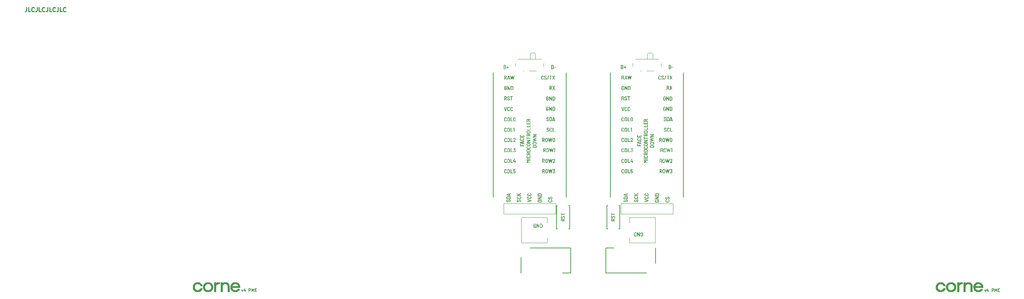
<source format=gto>
G04 #@! TF.GenerationSoftware,KiCad,Pcbnew,8.0.4*
G04 #@! TF.CreationDate,2025-02-19T18:48:15+13:00*
G04 #@! TF.ProjectId,Corne V4 Pro Micro Edition,436f726e-6520-4563-9420-50726f204d69,4.0.0*
G04 #@! TF.SameCoordinates,Original*
G04 #@! TF.FileFunction,Legend,Top*
G04 #@! TF.FilePolarity,Positive*
%FSLAX46Y46*%
G04 Gerber Fmt 4.6, Leading zero omitted, Abs format (unit mm)*
G04 Created by KiCad (PCBNEW 8.0.4) date 2025-02-19 18:48:15*
%MOMM*%
%LPD*%
G01*
G04 APERTURE LIST*
%ADD10C,0.150000*%
%ADD11C,0.250000*%
%ADD12C,0.100000*%
%ADD13C,0.120000*%
%ADD14C,0.010000*%
G04 APERTURE END LIST*
D10*
G36*
X214251980Y-63827815D02*
G01*
X214202396Y-63824898D01*
X214151201Y-63814813D01*
X214104108Y-63797526D01*
X214090780Y-63790935D01*
X214046450Y-63761890D01*
X214009508Y-63725804D01*
X213982336Y-63686887D01*
X213960504Y-63638228D01*
X213948521Y-63589685D01*
X213944027Y-63537039D01*
X213943990Y-63531549D01*
X213943990Y-63120732D01*
X213947734Y-63067877D01*
X213958969Y-63019219D01*
X213979977Y-62970544D01*
X213982336Y-62966371D01*
X214012561Y-62924276D01*
X214050174Y-62889339D01*
X214090780Y-62863789D01*
X214136642Y-62844598D01*
X214186607Y-62832514D01*
X214240674Y-62827539D01*
X214251980Y-62827397D01*
X214301446Y-62830256D01*
X214352555Y-62840140D01*
X214399610Y-62857084D01*
X214412936Y-62863545D01*
X214457376Y-62891749D01*
X214494313Y-62926996D01*
X214521380Y-62965150D01*
X214543351Y-63012888D01*
X214555410Y-63060744D01*
X214559933Y-63112846D01*
X214559970Y-63118290D01*
X214559970Y-63126838D01*
X214555085Y-63139539D01*
X214543117Y-63145157D01*
X214412936Y-63145157D01*
X214396083Y-63128792D01*
X214396083Y-63112428D01*
X214388463Y-63060943D01*
X214363386Y-63016260D01*
X214356272Y-63008625D01*
X214313528Y-62980049D01*
X214263853Y-62969163D01*
X214251980Y-62968813D01*
X214202830Y-62975464D01*
X214156637Y-62999668D01*
X214146223Y-63009113D01*
X214117647Y-63052422D01*
X214106761Y-63102818D01*
X214106411Y-63114870D01*
X214106411Y-63541807D01*
X214112982Y-63590600D01*
X214136892Y-63636482D01*
X214146223Y-63646831D01*
X214189410Y-63675232D01*
X214239886Y-63686051D01*
X214251980Y-63686399D01*
X214303678Y-63678919D01*
X214348590Y-63654304D01*
X214356272Y-63647320D01*
X214384847Y-63605156D01*
X214395733Y-63555828D01*
X214396083Y-63544005D01*
X214396083Y-63526175D01*
X214412936Y-63511032D01*
X214543117Y-63511032D01*
X214555085Y-63516161D01*
X214559970Y-63527885D01*
X214559970Y-63533747D01*
X214556202Y-63586545D01*
X214544896Y-63635337D01*
X214523754Y-63684379D01*
X214521380Y-63688597D01*
X214491265Y-63731109D01*
X214453646Y-63766290D01*
X214412936Y-63791912D01*
X214367098Y-63810845D01*
X214317204Y-63822766D01*
X214263256Y-63827675D01*
X214251980Y-63827815D01*
G37*
G36*
X214983487Y-63827815D02*
G01*
X214933195Y-63825226D01*
X214881484Y-63816277D01*
X214834162Y-63800936D01*
X214820822Y-63795087D01*
X214776491Y-63769296D01*
X214739550Y-63736924D01*
X214712378Y-63701786D01*
X214690546Y-63657920D01*
X214677776Y-63609610D01*
X214674032Y-63561835D01*
X214674032Y-63525687D01*
X214678916Y-63512254D01*
X214690884Y-63506636D01*
X214816669Y-63506636D01*
X214828637Y-63511521D01*
X214833522Y-63523244D01*
X214833522Y-63551332D01*
X214842753Y-63602548D01*
X214870445Y-63643997D01*
X214875532Y-63648785D01*
X214917947Y-63674498D01*
X214967463Y-63685480D01*
X214989105Y-63686399D01*
X215040703Y-63679994D01*
X215085247Y-63656989D01*
X215089733Y-63652937D01*
X215117176Y-63611457D01*
X215124904Y-63565010D01*
X215114684Y-63516366D01*
X215105120Y-63500286D01*
X215070634Y-63464750D01*
X215049921Y-63449972D01*
X215004614Y-63422983D01*
X214957972Y-63397452D01*
X214940012Y-63387934D01*
X214894593Y-63363584D01*
X214850381Y-63338387D01*
X214806017Y-63310732D01*
X214802748Y-63308555D01*
X214763337Y-63276993D01*
X214729248Y-63239061D01*
X214715309Y-63219406D01*
X214693579Y-63175225D01*
X214681878Y-63124381D01*
X214679649Y-63086782D01*
X214683494Y-63036724D01*
X214697306Y-62985410D01*
X214721161Y-62940385D01*
X214755061Y-62901650D01*
X214760005Y-62897250D01*
X214803496Y-62866689D01*
X214853367Y-62844860D01*
X214902239Y-62832922D01*
X214955996Y-62827669D01*
X214972252Y-62827397D01*
X215021718Y-62830121D01*
X215072827Y-62839537D01*
X215119882Y-62855680D01*
X215133208Y-62861835D01*
X215177562Y-62888749D01*
X215214239Y-62922474D01*
X215240919Y-62959043D01*
X215262473Y-63004531D01*
X215275080Y-63054347D01*
X215278777Y-63103391D01*
X215278777Y-63132700D01*
X215273892Y-63144424D01*
X215261924Y-63149309D01*
X215135895Y-63149309D01*
X215124171Y-63144424D01*
X215119286Y-63132700D01*
X215119286Y-63106322D01*
X215111479Y-63057983D01*
X215085787Y-63015114D01*
X215078498Y-63007648D01*
X215034316Y-62979773D01*
X214986040Y-62969420D01*
X214969321Y-62968813D01*
X214918467Y-62975736D01*
X214874067Y-63000321D01*
X214845825Y-63043219D01*
X214839140Y-63087271D01*
X214848477Y-63135662D01*
X214857214Y-63151507D01*
X214891290Y-63186622D01*
X214912657Y-63201821D01*
X214955941Y-63227091D01*
X215002778Y-63251712D01*
X215025497Y-63263126D01*
X215072499Y-63290130D01*
X215117456Y-63316751D01*
X215161018Y-63343882D01*
X215173752Y-63352274D01*
X215212575Y-63383917D01*
X215245693Y-63422853D01*
X215254108Y-63435317D01*
X215275457Y-63480423D01*
X215285503Y-63528858D01*
X215287081Y-63560125D01*
X215283131Y-63611371D01*
X215268942Y-63664070D01*
X215244434Y-63710511D01*
X215209606Y-63750692D01*
X215204527Y-63755275D01*
X215159754Y-63787011D01*
X215114843Y-63807343D01*
X215064579Y-63820731D01*
X215008962Y-63827178D01*
X214983487Y-63827815D01*
G37*
G36*
X215386488Y-63820000D02*
G01*
X215374520Y-63815115D01*
X215373787Y-63800216D01*
X215687395Y-62849378D01*
X215705713Y-62835212D01*
X215834429Y-62835212D01*
X215846397Y-62840097D01*
X215847130Y-62854996D01*
X215533522Y-63805833D01*
X215515204Y-63820000D01*
X215386488Y-63820000D01*
G37*
G36*
X216584255Y-62835212D02*
G01*
X216596223Y-62840097D01*
X216601108Y-62852065D01*
X216601108Y-62960020D01*
X216596223Y-62971744D01*
X216584255Y-62976629D01*
X216367367Y-62976629D01*
X216360284Y-62992505D01*
X216360284Y-63803391D01*
X216355399Y-63815115D01*
X216343431Y-63820000D01*
X216214715Y-63820000D01*
X216202748Y-63815115D01*
X216197863Y-63803391D01*
X216197863Y-62992505D01*
X216191024Y-62976629D01*
X215982196Y-62976629D01*
X215970473Y-62971744D01*
X215965588Y-62960020D01*
X215965588Y-62852554D01*
X215970473Y-62840341D01*
X215982196Y-62835212D01*
X216584255Y-62835212D01*
G37*
G36*
X216702957Y-63820000D02*
G01*
X216689524Y-63815115D01*
X216690256Y-63800460D01*
X216925462Y-63336399D01*
X216925462Y-63327850D01*
X216690256Y-62854996D01*
X216687570Y-62846692D01*
X216702957Y-62835212D01*
X216838756Y-62835212D01*
X216858295Y-62848157D01*
X217017786Y-63181793D01*
X217026334Y-63181793D01*
X217184604Y-62848157D01*
X217204143Y-62835212D01*
X217338477Y-62835212D01*
X217351666Y-62840341D01*
X217351177Y-62854996D01*
X217115972Y-63328339D01*
X217115972Y-63336643D01*
X217351177Y-63800460D01*
X217353864Y-63808764D01*
X217338477Y-63820000D01*
X217204143Y-63820000D01*
X217184604Y-63807543D01*
X217026334Y-63484410D01*
X217017786Y-63484410D01*
X216858295Y-63807543D01*
X216838756Y-63820000D01*
X216702957Y-63820000D01*
G37*
G36*
X176559292Y-60247514D02*
G01*
X176613041Y-60256015D01*
X176660806Y-60270782D01*
X176708067Y-60295328D01*
X176728766Y-60310669D01*
X176763388Y-60347397D01*
X176788117Y-60392124D01*
X176802955Y-60444850D01*
X176807824Y-60497547D01*
X176807901Y-60505575D01*
X176803917Y-60555879D01*
X176789197Y-60607208D01*
X176763632Y-60650613D01*
X176727221Y-60686095D01*
X176694572Y-60706587D01*
X176693107Y-60715136D01*
X176736435Y-60744991D01*
X176770799Y-60781802D01*
X176796198Y-60825569D01*
X176812633Y-60876290D01*
X176820103Y-60933967D01*
X176820602Y-60954738D01*
X176816675Y-61010101D01*
X176804894Y-61059504D01*
X176781813Y-61108665D01*
X176748474Y-61150041D01*
X176738536Y-61159169D01*
X176694526Y-61190157D01*
X176644319Y-61212292D01*
X176595304Y-61224397D01*
X176541544Y-61229723D01*
X176525312Y-61230000D01*
X176227091Y-61230000D01*
X176215123Y-61225115D01*
X176210239Y-61213147D01*
X176210239Y-60784989D01*
X176372660Y-60784989D01*
X176372660Y-61081256D01*
X176379499Y-61088583D01*
X176519694Y-61088583D01*
X176570711Y-61080729D01*
X176613856Y-61054883D01*
X176621055Y-61047550D01*
X176646433Y-61005475D01*
X176657274Y-60955355D01*
X176658180Y-60933244D01*
X176652856Y-60882869D01*
X176633188Y-60835211D01*
X176620322Y-60818450D01*
X176579156Y-60788472D01*
X176530083Y-60777052D01*
X176518229Y-60776685D01*
X176379499Y-60776685D01*
X176372660Y-60784989D01*
X176210239Y-60784989D01*
X176210239Y-60393956D01*
X176372660Y-60393956D01*
X176372660Y-60645038D01*
X176379499Y-60651632D01*
X176509680Y-60651632D01*
X176558505Y-60645949D01*
X176603019Y-60625266D01*
X176612751Y-60617194D01*
X176640595Y-60575795D01*
X176649839Y-60524339D01*
X176649876Y-60520474D01*
X176642770Y-60470332D01*
X176617246Y-60426307D01*
X176612751Y-60421800D01*
X176568421Y-60395422D01*
X176517811Y-60386766D01*
X176509680Y-60386629D01*
X176379499Y-60386629D01*
X176372660Y-60393956D01*
X176210239Y-60393956D01*
X176210239Y-60262065D01*
X176215123Y-60250097D01*
X176227091Y-60245212D01*
X176508459Y-60245212D01*
X176559292Y-60247514D01*
G37*
G36*
X177472241Y-60745422D02*
G01*
X177484209Y-60750307D01*
X177489094Y-60761542D01*
X177489094Y-60854598D01*
X177484209Y-60865833D01*
X177472241Y-60870474D01*
X177276359Y-60870474D01*
X177269276Y-60878778D01*
X177269276Y-61072463D01*
X177264391Y-61084431D01*
X177252423Y-61089316D01*
X177155947Y-61089316D01*
X177143979Y-61084431D01*
X177139094Y-61072463D01*
X177139094Y-60878778D01*
X177132011Y-60870474D01*
X176937594Y-60870474D01*
X176925626Y-60865833D01*
X176920741Y-60854598D01*
X176920741Y-60763007D01*
X176925626Y-60750551D01*
X176937594Y-60745422D01*
X177132011Y-60745422D01*
X177139094Y-60738339D01*
X177139094Y-60529267D01*
X177143979Y-60516322D01*
X177155947Y-60510949D01*
X177252423Y-60510949D01*
X177264391Y-60516322D01*
X177269276Y-60528778D01*
X177269276Y-60738339D01*
X177276359Y-60745422D01*
X177472241Y-60745422D01*
G37*
D11*
X60010627Y-46213369D02*
X60010627Y-46927654D01*
X60010627Y-46927654D02*
X59963008Y-47070511D01*
X59963008Y-47070511D02*
X59867770Y-47165750D01*
X59867770Y-47165750D02*
X59724913Y-47213369D01*
X59724913Y-47213369D02*
X59629675Y-47213369D01*
X60963008Y-47213369D02*
X60486818Y-47213369D01*
X60486818Y-47213369D02*
X60486818Y-46213369D01*
X61867770Y-47118130D02*
X61820151Y-47165750D01*
X61820151Y-47165750D02*
X61677294Y-47213369D01*
X61677294Y-47213369D02*
X61582056Y-47213369D01*
X61582056Y-47213369D02*
X61439199Y-47165750D01*
X61439199Y-47165750D02*
X61343961Y-47070511D01*
X61343961Y-47070511D02*
X61296342Y-46975273D01*
X61296342Y-46975273D02*
X61248723Y-46784797D01*
X61248723Y-46784797D02*
X61248723Y-46641940D01*
X61248723Y-46641940D02*
X61296342Y-46451464D01*
X61296342Y-46451464D02*
X61343961Y-46356226D01*
X61343961Y-46356226D02*
X61439199Y-46260988D01*
X61439199Y-46260988D02*
X61582056Y-46213369D01*
X61582056Y-46213369D02*
X61677294Y-46213369D01*
X61677294Y-46213369D02*
X61820151Y-46260988D01*
X61820151Y-46260988D02*
X61867770Y-46308607D01*
X62582056Y-46213369D02*
X62582056Y-46927654D01*
X62582056Y-46927654D02*
X62534437Y-47070511D01*
X62534437Y-47070511D02*
X62439199Y-47165750D01*
X62439199Y-47165750D02*
X62296342Y-47213369D01*
X62296342Y-47213369D02*
X62201104Y-47213369D01*
X63534437Y-47213369D02*
X63058247Y-47213369D01*
X63058247Y-47213369D02*
X63058247Y-46213369D01*
X64439199Y-47118130D02*
X64391580Y-47165750D01*
X64391580Y-47165750D02*
X64248723Y-47213369D01*
X64248723Y-47213369D02*
X64153485Y-47213369D01*
X64153485Y-47213369D02*
X64010628Y-47165750D01*
X64010628Y-47165750D02*
X63915390Y-47070511D01*
X63915390Y-47070511D02*
X63867771Y-46975273D01*
X63867771Y-46975273D02*
X63820152Y-46784797D01*
X63820152Y-46784797D02*
X63820152Y-46641940D01*
X63820152Y-46641940D02*
X63867771Y-46451464D01*
X63867771Y-46451464D02*
X63915390Y-46356226D01*
X63915390Y-46356226D02*
X64010628Y-46260988D01*
X64010628Y-46260988D02*
X64153485Y-46213369D01*
X64153485Y-46213369D02*
X64248723Y-46213369D01*
X64248723Y-46213369D02*
X64391580Y-46260988D01*
X64391580Y-46260988D02*
X64439199Y-46308607D01*
X65153485Y-46213369D02*
X65153485Y-46927654D01*
X65153485Y-46927654D02*
X65105866Y-47070511D01*
X65105866Y-47070511D02*
X65010628Y-47165750D01*
X65010628Y-47165750D02*
X64867771Y-47213369D01*
X64867771Y-47213369D02*
X64772533Y-47213369D01*
X66105866Y-47213369D02*
X65629676Y-47213369D01*
X65629676Y-47213369D02*
X65629676Y-46213369D01*
X67010628Y-47118130D02*
X66963009Y-47165750D01*
X66963009Y-47165750D02*
X66820152Y-47213369D01*
X66820152Y-47213369D02*
X66724914Y-47213369D01*
X66724914Y-47213369D02*
X66582057Y-47165750D01*
X66582057Y-47165750D02*
X66486819Y-47070511D01*
X66486819Y-47070511D02*
X66439200Y-46975273D01*
X66439200Y-46975273D02*
X66391581Y-46784797D01*
X66391581Y-46784797D02*
X66391581Y-46641940D01*
X66391581Y-46641940D02*
X66439200Y-46451464D01*
X66439200Y-46451464D02*
X66486819Y-46356226D01*
X66486819Y-46356226D02*
X66582057Y-46260988D01*
X66582057Y-46260988D02*
X66724914Y-46213369D01*
X66724914Y-46213369D02*
X66820152Y-46213369D01*
X66820152Y-46213369D02*
X66963009Y-46260988D01*
X66963009Y-46260988D02*
X67010628Y-46308607D01*
X67724914Y-46213369D02*
X67724914Y-46927654D01*
X67724914Y-46927654D02*
X67677295Y-47070511D01*
X67677295Y-47070511D02*
X67582057Y-47165750D01*
X67582057Y-47165750D02*
X67439200Y-47213369D01*
X67439200Y-47213369D02*
X67343962Y-47213369D01*
X68677295Y-47213369D02*
X68201105Y-47213369D01*
X68201105Y-47213369D02*
X68201105Y-46213369D01*
X69582057Y-47118130D02*
X69534438Y-47165750D01*
X69534438Y-47165750D02*
X69391581Y-47213369D01*
X69391581Y-47213369D02*
X69296343Y-47213369D01*
X69296343Y-47213369D02*
X69153486Y-47165750D01*
X69153486Y-47165750D02*
X69058248Y-47070511D01*
X69058248Y-47070511D02*
X69010629Y-46975273D01*
X69010629Y-46975273D02*
X68963010Y-46784797D01*
X68963010Y-46784797D02*
X68963010Y-46641940D01*
X68963010Y-46641940D02*
X69010629Y-46451464D01*
X69010629Y-46451464D02*
X69058248Y-46356226D01*
X69058248Y-46356226D02*
X69153486Y-46260988D01*
X69153486Y-46260988D02*
X69296343Y-46213369D01*
X69296343Y-46213369D02*
X69391581Y-46213369D01*
X69391581Y-46213369D02*
X69534438Y-46260988D01*
X69534438Y-46260988D02*
X69582057Y-46308607D01*
D10*
X112421023Y-115011116D02*
X112587689Y-115477783D01*
X112587689Y-115477783D02*
X112754356Y-115011116D01*
X113321022Y-115011116D02*
X113321022Y-115477783D01*
X113154356Y-114744450D02*
X112987689Y-115244450D01*
X112987689Y-115244450D02*
X113421022Y-115244450D01*
X114221022Y-115477783D02*
X114221022Y-114777783D01*
X114221022Y-114777783D02*
X114487689Y-114777783D01*
X114487689Y-114777783D02*
X114554356Y-114811116D01*
X114554356Y-114811116D02*
X114587689Y-114844450D01*
X114587689Y-114844450D02*
X114621022Y-114911116D01*
X114621022Y-114911116D02*
X114621022Y-115011116D01*
X114621022Y-115011116D02*
X114587689Y-115077783D01*
X114587689Y-115077783D02*
X114554356Y-115111116D01*
X114554356Y-115111116D02*
X114487689Y-115144450D01*
X114487689Y-115144450D02*
X114221022Y-115144450D01*
X114921022Y-115477783D02*
X114921022Y-114777783D01*
X114921022Y-114777783D02*
X115154356Y-115277783D01*
X115154356Y-115277783D02*
X115387689Y-114777783D01*
X115387689Y-114777783D02*
X115387689Y-115477783D01*
X115721022Y-115111116D02*
X115954356Y-115111116D01*
X116054356Y-115477783D02*
X115721022Y-115477783D01*
X115721022Y-115477783D02*
X115721022Y-114777783D01*
X115721022Y-114777783D02*
X116054356Y-114777783D01*
X293391023Y-115021116D02*
X293557689Y-115487783D01*
X293557689Y-115487783D02*
X293724356Y-115021116D01*
X294291022Y-115021116D02*
X294291022Y-115487783D01*
X294124356Y-114754450D02*
X293957689Y-115254450D01*
X293957689Y-115254450D02*
X294391022Y-115254450D01*
X295191022Y-115487783D02*
X295191022Y-114787783D01*
X295191022Y-114787783D02*
X295457689Y-114787783D01*
X295457689Y-114787783D02*
X295524356Y-114821116D01*
X295524356Y-114821116D02*
X295557689Y-114854450D01*
X295557689Y-114854450D02*
X295591022Y-114921116D01*
X295591022Y-114921116D02*
X295591022Y-115021116D01*
X295591022Y-115021116D02*
X295557689Y-115087783D01*
X295557689Y-115087783D02*
X295524356Y-115121116D01*
X295524356Y-115121116D02*
X295457689Y-115154450D01*
X295457689Y-115154450D02*
X295191022Y-115154450D01*
X295891022Y-115487783D02*
X295891022Y-114787783D01*
X295891022Y-114787783D02*
X296124356Y-115287783D01*
X296124356Y-115287783D02*
X296357689Y-114787783D01*
X296357689Y-114787783D02*
X296357689Y-115487783D01*
X296691022Y-115121116D02*
X296924356Y-115121116D01*
X297024356Y-115487783D02*
X296691022Y-115487783D01*
X296691022Y-115487783D02*
X296691022Y-114787783D01*
X296691022Y-114787783D02*
X297024356Y-114787783D01*
G36*
X176698959Y-81527815D02*
G01*
X176649375Y-81524898D01*
X176598180Y-81514813D01*
X176551087Y-81497526D01*
X176537759Y-81490935D01*
X176493429Y-81461890D01*
X176456487Y-81425804D01*
X176429315Y-81386887D01*
X176407483Y-81338228D01*
X176395500Y-81289685D01*
X176391006Y-81237039D01*
X176390969Y-81231549D01*
X176390969Y-80820732D01*
X176394713Y-80767877D01*
X176405948Y-80719219D01*
X176426956Y-80670544D01*
X176429315Y-80666371D01*
X176459540Y-80624276D01*
X176497153Y-80589339D01*
X176537759Y-80563789D01*
X176583621Y-80544598D01*
X176633586Y-80532514D01*
X176687653Y-80527539D01*
X176698959Y-80527397D01*
X176748425Y-80530256D01*
X176799534Y-80540140D01*
X176846589Y-80557084D01*
X176859915Y-80563545D01*
X176904355Y-80591749D01*
X176941292Y-80626996D01*
X176968359Y-80665150D01*
X176990330Y-80712888D01*
X177002389Y-80760744D01*
X177006912Y-80812846D01*
X177006949Y-80818290D01*
X177006949Y-80826838D01*
X177002064Y-80839539D01*
X176990096Y-80845157D01*
X176859915Y-80845157D01*
X176843062Y-80828792D01*
X176843062Y-80812428D01*
X176835442Y-80760943D01*
X176810365Y-80716260D01*
X176803251Y-80708625D01*
X176760507Y-80680049D01*
X176710832Y-80669163D01*
X176698959Y-80668813D01*
X176649809Y-80675464D01*
X176603616Y-80699668D01*
X176593202Y-80709113D01*
X176564626Y-80752422D01*
X176553740Y-80802818D01*
X176553390Y-80814870D01*
X176553390Y-81241807D01*
X176559961Y-81290600D01*
X176583871Y-81336482D01*
X176593202Y-81346831D01*
X176636389Y-81375232D01*
X176686865Y-81386051D01*
X176698959Y-81386399D01*
X176750657Y-81378919D01*
X176795569Y-81354304D01*
X176803251Y-81347320D01*
X176831826Y-81305156D01*
X176842712Y-81255828D01*
X176843062Y-81244005D01*
X176843062Y-81226175D01*
X176859915Y-81211032D01*
X176990096Y-81211032D01*
X177002064Y-81216161D01*
X177006949Y-81227885D01*
X177006949Y-81233747D01*
X177003181Y-81286545D01*
X176991875Y-81335337D01*
X176970733Y-81384379D01*
X176968359Y-81388597D01*
X176938244Y-81431109D01*
X176900625Y-81466290D01*
X176859915Y-81491912D01*
X176814077Y-81510845D01*
X176764183Y-81522766D01*
X176710235Y-81527675D01*
X176698959Y-81527815D01*
G37*
G36*
X177497996Y-80530372D02*
G01*
X177550270Y-80540657D01*
X177598011Y-80558288D01*
X177611450Y-80565010D01*
X177652619Y-80591595D01*
X177690741Y-80627947D01*
X177721360Y-80671744D01*
X177742096Y-80716924D01*
X177755153Y-80766064D01*
X177760529Y-80819163D01*
X177760683Y-80830258D01*
X177760683Y-81223733D01*
X177757572Y-81273003D01*
X177746820Y-81323760D01*
X177728387Y-81370319D01*
X177721360Y-81383468D01*
X177690741Y-81427265D01*
X177652619Y-81463617D01*
X177611450Y-81490202D01*
X177565068Y-81510037D01*
X177514154Y-81522526D01*
X177464456Y-81527485D01*
X177447075Y-81527815D01*
X177396843Y-81524840D01*
X177345018Y-81514555D01*
X177297390Y-81496924D01*
X177283921Y-81490202D01*
X177242929Y-81463617D01*
X177205056Y-81427265D01*
X177174744Y-81383468D01*
X177154522Y-81338168D01*
X177141790Y-81288671D01*
X177136548Y-81234976D01*
X177136398Y-81223733D01*
X177136398Y-80830258D01*
X177136619Y-80827083D01*
X177298819Y-80827083D01*
X177298819Y-81229595D01*
X177305511Y-81281721D01*
X177327683Y-81328391D01*
X177339364Y-81342679D01*
X177379936Y-81372566D01*
X177430699Y-81385716D01*
X177447075Y-81386399D01*
X177498324Y-81379183D01*
X177543417Y-81355274D01*
X177556984Y-81342679D01*
X177585201Y-81299516D01*
X177597253Y-81250645D01*
X177598261Y-81229595D01*
X177598261Y-80827083D01*
X177592457Y-80777772D01*
X177571012Y-80729881D01*
X177556984Y-80712533D01*
X177515631Y-80682646D01*
X177467855Y-80669881D01*
X177447075Y-80668813D01*
X177396896Y-80676029D01*
X177352684Y-80699938D01*
X177339364Y-80712533D01*
X177311648Y-80755976D01*
X177299809Y-80805610D01*
X177298819Y-80827083D01*
X177136619Y-80827083D01*
X177140143Y-80776367D01*
X177151377Y-80726435D01*
X177170101Y-80680463D01*
X177174744Y-80671744D01*
X177205056Y-80627947D01*
X177242929Y-80591595D01*
X177283921Y-80565010D01*
X177330289Y-80545175D01*
X177380854Y-80532686D01*
X177429953Y-80527727D01*
X177447075Y-80527397D01*
X177497996Y-80530372D01*
G37*
G36*
X177935316Y-81520000D02*
G01*
X177923348Y-81515115D01*
X177918464Y-81503147D01*
X177918464Y-80559148D01*
X177923348Y-80542295D01*
X177935316Y-80535212D01*
X178064032Y-80535212D01*
X178076000Y-80540097D01*
X178080885Y-80552065D01*
X178080885Y-81371500D01*
X178087724Y-81378583D01*
X178472895Y-81378583D01*
X178484618Y-81383712D01*
X178489748Y-81395680D01*
X178489748Y-81503147D01*
X178484618Y-81515115D01*
X178472895Y-81520000D01*
X177935316Y-81520000D01*
G37*
G36*
X179098156Y-81050076D02*
G01*
X179114148Y-81099743D01*
X179122925Y-81149202D01*
X179126217Y-81202764D01*
X179126244Y-81208346D01*
X179123358Y-81262174D01*
X179114700Y-81311615D01*
X179098509Y-81360930D01*
X179096691Y-81365150D01*
X179075153Y-81410726D01*
X179044023Y-81452595D01*
X179005100Y-81485806D01*
X178958385Y-81509723D01*
X178909155Y-81522851D01*
X178859341Y-81527651D01*
X178847563Y-81527815D01*
X178795891Y-81524258D01*
X178742978Y-81511754D01*
X178695590Y-81490247D01*
X178667068Y-81470907D01*
X178630435Y-81435725D01*
X178602419Y-81394477D01*
X178583019Y-81347162D01*
X178575965Y-81318255D01*
X178569388Y-81267886D01*
X178566196Y-81222512D01*
X178583048Y-81205659D01*
X178711764Y-81205659D01*
X178728617Y-81223244D01*
X178733993Y-81273616D01*
X178736921Y-81290167D01*
X178754392Y-81336614D01*
X178774779Y-81360753D01*
X178819348Y-81383368D01*
X178847563Y-81386399D01*
X178897424Y-81375893D01*
X178916196Y-81364173D01*
X178946735Y-81324733D01*
X178955274Y-81301158D01*
X178963701Y-81250050D01*
X178966499Y-81198476D01*
X178966510Y-81194912D01*
X178964212Y-81142392D01*
X178955851Y-81092811D01*
X178952588Y-81081584D01*
X178927505Y-81035417D01*
X178886976Y-81006909D01*
X178847563Y-81000495D01*
X178799936Y-81014661D01*
X178788701Y-81019057D01*
X178776244Y-81013440D01*
X178711764Y-80940900D01*
X178706147Y-80928199D01*
X178710299Y-80916964D01*
X178916196Y-80684933D01*
X178912043Y-80676629D01*
X178596970Y-80676629D01*
X178585002Y-80671744D01*
X178580117Y-80659532D01*
X178580117Y-80552065D01*
X178585002Y-80540097D01*
X178596970Y-80535212D01*
X179103774Y-80535212D01*
X179115742Y-80540097D01*
X179120627Y-80552065D01*
X179120627Y-80664417D01*
X179113544Y-80683956D01*
X178928652Y-80904263D01*
X178931583Y-80912568D01*
X178979955Y-80925237D01*
X179024831Y-80950328D01*
X179032944Y-80956775D01*
X179068560Y-80995036D01*
X179093765Y-81039462D01*
X179098156Y-81050076D01*
G37*
G36*
X176804809Y-62839484D02*
G01*
X176853143Y-62852298D01*
X176893376Y-62871360D01*
X176935737Y-62902478D01*
X176970130Y-62941977D01*
X176988631Y-62972965D01*
X177007821Y-63020247D01*
X177019045Y-63072089D01*
X177022337Y-63123175D01*
X177019013Y-63172821D01*
X177007526Y-63223587D01*
X176987834Y-63269726D01*
X176980327Y-63282665D01*
X176947809Y-63324532D01*
X176908017Y-63357105D01*
X176865533Y-63378653D01*
X176861380Y-63388422D01*
X177026489Y-63800460D01*
X177027954Y-63808764D01*
X177014032Y-63820000D01*
X176879454Y-63820000D01*
X176859915Y-63806078D01*
X176708729Y-63403565D01*
X176701646Y-63397948D01*
X176581234Y-63397948D01*
X176574395Y-63407718D01*
X176574395Y-63803391D01*
X176569510Y-63815115D01*
X176557542Y-63820000D01*
X176428826Y-63820000D01*
X176416858Y-63815115D01*
X176411974Y-63803147D01*
X176411974Y-62983956D01*
X176574395Y-62983956D01*
X176574395Y-63265568D01*
X176581234Y-63272896D01*
X176728268Y-63272896D01*
X176778514Y-63264041D01*
X176821226Y-63235075D01*
X176823523Y-63232595D01*
X176849644Y-63188843D01*
X176859595Y-63137645D01*
X176859915Y-63125373D01*
X176853909Y-63074759D01*
X176832052Y-63027680D01*
X176823523Y-63017173D01*
X176781513Y-62986765D01*
X176731925Y-62976669D01*
X176728268Y-62976629D01*
X176581234Y-62976629D01*
X176574395Y-62983956D01*
X176411974Y-62983956D01*
X176411974Y-62852065D01*
X176416858Y-62840097D01*
X176428826Y-62835212D01*
X176752204Y-62835212D01*
X176804809Y-62839484D01*
G37*
G36*
X177580920Y-62849378D02*
G01*
X177835665Y-63801681D01*
X177837131Y-63807299D01*
X177821743Y-63820000D01*
X177687410Y-63820000D01*
X177667626Y-63805833D01*
X177631234Y-63653670D01*
X177624395Y-63648053D01*
X177335944Y-63648053D01*
X177328861Y-63653670D01*
X177293935Y-63805833D01*
X177274395Y-63820000D01*
X177141283Y-63820000D01*
X177127361Y-63801681D01*
X177204131Y-63514696D01*
X177362567Y-63514696D01*
X177363788Y-63521046D01*
X177369406Y-63523000D01*
X177590690Y-63523000D01*
X177596307Y-63521046D01*
X177597773Y-63514696D01*
X177482979Y-63057473D01*
X177478582Y-63053321D01*
X177474430Y-63057473D01*
X177362567Y-63514696D01*
X177204131Y-63514696D01*
X177382106Y-62849378D01*
X177401646Y-62835212D01*
X177561380Y-62835212D01*
X177580920Y-62849378D01*
G37*
G36*
X178072825Y-63820000D02*
G01*
X178054751Y-63806078D01*
X177833467Y-62862812D01*
X177833467Y-62854263D01*
X177848854Y-62835212D01*
X177983432Y-62835212D01*
X178001506Y-62850844D01*
X178131688Y-63469267D01*
X178135840Y-63473419D01*
X178140236Y-63467801D01*
X178260648Y-62850844D01*
X178278722Y-62835212D01*
X178400599Y-62835212D01*
X178418673Y-62850600D01*
X178548854Y-63462428D01*
X178553006Y-63467801D01*
X178557403Y-63462428D01*
X178680501Y-62850600D01*
X178698819Y-62835212D01*
X178827535Y-62835212D01*
X178842923Y-62853531D01*
X178634339Y-63804612D01*
X178616021Y-63820000D01*
X178490236Y-63820000D01*
X178471918Y-63804612D01*
X178343202Y-63176420D01*
X178338805Y-63172267D01*
X178334653Y-63176420D01*
X178213020Y-63804612D01*
X178194702Y-63820000D01*
X178072825Y-63820000D01*
G37*
G36*
X180342113Y-79477822D02*
G01*
X180354081Y-79482707D01*
X180358966Y-79494674D01*
X180358966Y-79882532D01*
X180369713Y-79889371D01*
X180631785Y-79889371D01*
X180638868Y-79882532D01*
X180638868Y-79633160D01*
X180643997Y-79621436D01*
X180655965Y-79616552D01*
X180763432Y-79616552D01*
X180775400Y-79621436D01*
X180780285Y-79633160D01*
X180780285Y-79882532D01*
X180788833Y-79889371D01*
X181185728Y-79889371D01*
X181197452Y-79894256D01*
X181202337Y-79906224D01*
X181202337Y-80034940D01*
X181197452Y-80046908D01*
X181185484Y-80051792D01*
X180234402Y-80051792D01*
X180222434Y-80046908D01*
X180217549Y-80034940D01*
X180217549Y-79494674D01*
X180222678Y-79482707D01*
X180234646Y-79477822D01*
X180342113Y-79477822D01*
G37*
G36*
X181202337Y-78803223D02*
G01*
X181202337Y-78937557D01*
X181188170Y-78957340D01*
X181036007Y-78993732D01*
X181030390Y-79000571D01*
X181030390Y-79289022D01*
X181036007Y-79296105D01*
X181188170Y-79331032D01*
X181202337Y-79350571D01*
X181202337Y-79483684D01*
X181184018Y-79497605D01*
X180231715Y-79242860D01*
X180217549Y-79223321D01*
X180217549Y-79146384D01*
X180435658Y-79146384D01*
X180439810Y-79150536D01*
X180897033Y-79262399D01*
X180903383Y-79261178D01*
X180905337Y-79255561D01*
X180905337Y-79034277D01*
X180903383Y-79028659D01*
X180897033Y-79027194D01*
X180439810Y-79141988D01*
X180435658Y-79146384D01*
X180217549Y-79146384D01*
X180217549Y-79063586D01*
X180231715Y-79044046D01*
X181184018Y-78789301D01*
X181189636Y-78787836D01*
X181202337Y-78803223D01*
G37*
G36*
X181210152Y-78404863D02*
G01*
X181207235Y-78454447D01*
X181197150Y-78505642D01*
X181179863Y-78552735D01*
X181173272Y-78566063D01*
X181144227Y-78610393D01*
X181108141Y-78647335D01*
X181069224Y-78674507D01*
X181020565Y-78696339D01*
X180972022Y-78708322D01*
X180919376Y-78712816D01*
X180913886Y-78712853D01*
X180503069Y-78712853D01*
X180450214Y-78709108D01*
X180401556Y-78697874D01*
X180352881Y-78676866D01*
X180348708Y-78674507D01*
X180306613Y-78644282D01*
X180271676Y-78606669D01*
X180246126Y-78566063D01*
X180226935Y-78520201D01*
X180214851Y-78470236D01*
X180209876Y-78416169D01*
X180209734Y-78404863D01*
X180212593Y-78355397D01*
X180222477Y-78304288D01*
X180239421Y-78257233D01*
X180245882Y-78243907D01*
X180274086Y-78199467D01*
X180309333Y-78162530D01*
X180347487Y-78135463D01*
X180395225Y-78113492D01*
X180443081Y-78101433D01*
X180495183Y-78096910D01*
X180500627Y-78096873D01*
X180509175Y-78096873D01*
X180521876Y-78101757D01*
X180527494Y-78113725D01*
X180527494Y-78243907D01*
X180511129Y-78260760D01*
X180494765Y-78260760D01*
X180443280Y-78268380D01*
X180398597Y-78293456D01*
X180390962Y-78300571D01*
X180362386Y-78343315D01*
X180351500Y-78392990D01*
X180351150Y-78404863D01*
X180357801Y-78454013D01*
X180382005Y-78500205D01*
X180391450Y-78510620D01*
X180434759Y-78539196D01*
X180485155Y-78550082D01*
X180497207Y-78550432D01*
X180924144Y-78550432D01*
X180972937Y-78543861D01*
X181018819Y-78519951D01*
X181029168Y-78510620D01*
X181057569Y-78467433D01*
X181068388Y-78416956D01*
X181068736Y-78404863D01*
X181061256Y-78353164D01*
X181036641Y-78308253D01*
X181029657Y-78300571D01*
X180987493Y-78271995D01*
X180938165Y-78261109D01*
X180926342Y-78260760D01*
X180908512Y-78260760D01*
X180893369Y-78243907D01*
X180893369Y-78113725D01*
X180898498Y-78101757D01*
X180910222Y-78096873D01*
X180916084Y-78096873D01*
X180968882Y-78100641D01*
X181017674Y-78111947D01*
X181066716Y-78133089D01*
X181070934Y-78135463D01*
X181113446Y-78165578D01*
X181148627Y-78203196D01*
X181174249Y-78243907D01*
X181193182Y-78289745D01*
X181205103Y-78339639D01*
X181210012Y-78393587D01*
X181210152Y-78404863D01*
G37*
G36*
X180342113Y-77370983D02*
G01*
X180354081Y-77375868D01*
X180358966Y-77387836D01*
X180358966Y-77777159D01*
X180369713Y-77783998D01*
X180631785Y-77783998D01*
X180638868Y-77777159D01*
X180638868Y-77527787D01*
X180643997Y-77516063D01*
X180655965Y-77511178D01*
X180763432Y-77511178D01*
X180775400Y-77516063D01*
X180780285Y-77527787D01*
X180780285Y-77777159D01*
X180791032Y-77783998D01*
X181054081Y-77783998D01*
X181060920Y-77777159D01*
X181060920Y-77387836D01*
X181066049Y-77375868D01*
X181078017Y-77370983D01*
X181185484Y-77370983D01*
X181197452Y-77375868D01*
X181202337Y-77387836D01*
X181202337Y-77929566D01*
X181197452Y-77941534D01*
X181185484Y-77946419D01*
X180234402Y-77946419D01*
X180222434Y-77941534D01*
X180217549Y-77929566D01*
X180217549Y-77387836D01*
X180222678Y-77375868D01*
X180234646Y-77370983D01*
X180342113Y-77370983D01*
G37*
G36*
X186866441Y-71427815D02*
G01*
X186817033Y-71424956D01*
X186766123Y-71415072D01*
X186719412Y-71398127D01*
X186706217Y-71391667D01*
X186662165Y-71363098D01*
X186625386Y-71327429D01*
X186598262Y-71288841D01*
X186576430Y-71240772D01*
X186564447Y-71192916D01*
X186559953Y-71141100D01*
X186559916Y-71135701D01*
X186559916Y-70719511D01*
X186563660Y-70667299D01*
X186574895Y-70619047D01*
X186595903Y-70570543D01*
X186598262Y-70566371D01*
X186628429Y-70524276D01*
X186665869Y-70489339D01*
X186706217Y-70463789D01*
X186751669Y-70444598D01*
X186801319Y-70432514D01*
X186855167Y-70427539D01*
X186866441Y-70427397D01*
X186916005Y-70430179D01*
X186967134Y-70439796D01*
X187014112Y-70456282D01*
X187027397Y-70462568D01*
X187071837Y-70490095D01*
X187108773Y-70524319D01*
X187135840Y-70561242D01*
X187157811Y-70607007D01*
X187170662Y-70656986D01*
X187174431Y-70706078D01*
X187174431Y-70737829D01*
X187169546Y-70749553D01*
X187157578Y-70754193D01*
X187028862Y-70754193D01*
X187016894Y-70749553D01*
X187012009Y-70738073D01*
X187012009Y-70706810D01*
X187004389Y-70657850D01*
X186979312Y-70614835D01*
X186972198Y-70607404D01*
X186929132Y-70579704D01*
X186878576Y-70569152D01*
X186866441Y-70568813D01*
X186814862Y-70576667D01*
X186769872Y-70602513D01*
X186762149Y-70609846D01*
X186734934Y-70650658D01*
X186722959Y-70701288D01*
X186722337Y-70717557D01*
X186722337Y-71137655D01*
X186729150Y-71187598D01*
X186751723Y-71231917D01*
X186763614Y-71245366D01*
X186804407Y-71273416D01*
X186854549Y-71285758D01*
X186870593Y-71286399D01*
X186922011Y-71279339D01*
X186965999Y-71256109D01*
X186973419Y-71249518D01*
X187001118Y-71208756D01*
X187011670Y-71159963D01*
X187012009Y-71148157D01*
X187012009Y-71038004D01*
X187005170Y-71029944D01*
X186877676Y-71029944D01*
X186865708Y-71025059D01*
X186860823Y-71012602D01*
X186860823Y-70907578D01*
X186865708Y-70894145D01*
X186877676Y-70888527D01*
X187157578Y-70888527D01*
X187169546Y-70893656D01*
X187174431Y-70905624D01*
X187174431Y-71126908D01*
X187171477Y-71177461D01*
X187160564Y-71231099D01*
X187141611Y-71278987D01*
X187114616Y-71321126D01*
X187090411Y-71347704D01*
X187050976Y-71378919D01*
X187006188Y-71402467D01*
X186956048Y-71418349D01*
X186900554Y-71426564D01*
X186866441Y-71427815D01*
G37*
G36*
X187815080Y-70461346D02*
G01*
X187819965Y-70442784D01*
X187831932Y-70435212D01*
X187960893Y-70435212D01*
X187972616Y-70440097D01*
X187977501Y-70452065D01*
X187977501Y-71403391D01*
X187972616Y-71415115D01*
X187960893Y-71420000D01*
X187825094Y-71420000D01*
X187805310Y-71407543D01*
X187500251Y-70783014D01*
X187494389Y-70779595D01*
X187491702Y-70785701D01*
X187493168Y-71403391D01*
X187488283Y-71415115D01*
X187476315Y-71420000D01*
X187347599Y-71420000D01*
X187335631Y-71415115D01*
X187330746Y-71403391D01*
X187330746Y-70461346D01*
X187335631Y-70442784D01*
X187347599Y-70435212D01*
X187481932Y-70435212D01*
X187501472Y-70447913D01*
X187808241Y-71084410D01*
X187813614Y-71087829D01*
X187816545Y-71081723D01*
X187815080Y-70461346D01*
G37*
G36*
X188504511Y-70437883D02*
G01*
X188556913Y-70447749D01*
X188604148Y-70464884D01*
X188651806Y-70493369D01*
X188673105Y-70511172D01*
X188709009Y-70552312D01*
X188734654Y-70599771D01*
X188750041Y-70653550D01*
X188755090Y-70705791D01*
X188755170Y-70713649D01*
X188755170Y-71141563D01*
X188751243Y-71194495D01*
X188739463Y-71242589D01*
X188716382Y-71291628D01*
X188683042Y-71334348D01*
X188673105Y-71344040D01*
X188628821Y-71377272D01*
X188584537Y-71398562D01*
X188535088Y-71412582D01*
X188480472Y-71419332D01*
X188455484Y-71420000D01*
X188165812Y-71420000D01*
X188153845Y-71415115D01*
X188148960Y-71403147D01*
X188148960Y-70589574D01*
X188311381Y-70589574D01*
X188311381Y-71272233D01*
X188318220Y-71278583D01*
X188456950Y-71278583D01*
X188508073Y-71269460D01*
X188548784Y-71242090D01*
X188553426Y-71237062D01*
X188578864Y-71194934D01*
X188591016Y-71145433D01*
X188592749Y-71123733D01*
X188592749Y-70732700D01*
X188587528Y-70683149D01*
X188568241Y-70635759D01*
X188555624Y-70618883D01*
X188515453Y-70588554D01*
X188464548Y-70576794D01*
X188456950Y-70576629D01*
X188318220Y-70576629D01*
X188311381Y-70589574D01*
X188148960Y-70589574D01*
X188148960Y-70452065D01*
X188153845Y-70440097D01*
X188165812Y-70435212D01*
X188455484Y-70435212D01*
X188504511Y-70437883D01*
G37*
G36*
X176698959Y-86627815D02*
G01*
X176649375Y-86624898D01*
X176598180Y-86614813D01*
X176551087Y-86597526D01*
X176537759Y-86590935D01*
X176493429Y-86561890D01*
X176456487Y-86525804D01*
X176429315Y-86486887D01*
X176407483Y-86438228D01*
X176395500Y-86389685D01*
X176391006Y-86337039D01*
X176390969Y-86331549D01*
X176390969Y-85920732D01*
X176394713Y-85867877D01*
X176405948Y-85819219D01*
X176426956Y-85770544D01*
X176429315Y-85766371D01*
X176459540Y-85724276D01*
X176497153Y-85689339D01*
X176537759Y-85663789D01*
X176583621Y-85644598D01*
X176633586Y-85632514D01*
X176687653Y-85627539D01*
X176698959Y-85627397D01*
X176748425Y-85630256D01*
X176799534Y-85640140D01*
X176846589Y-85657084D01*
X176859915Y-85663545D01*
X176904355Y-85691749D01*
X176941292Y-85726996D01*
X176968359Y-85765150D01*
X176990330Y-85812888D01*
X177002389Y-85860744D01*
X177006912Y-85912846D01*
X177006949Y-85918290D01*
X177006949Y-85926838D01*
X177002064Y-85939539D01*
X176990096Y-85945157D01*
X176859915Y-85945157D01*
X176843062Y-85928792D01*
X176843062Y-85912428D01*
X176835442Y-85860943D01*
X176810365Y-85816260D01*
X176803251Y-85808625D01*
X176760507Y-85780049D01*
X176710832Y-85769163D01*
X176698959Y-85768813D01*
X176649809Y-85775464D01*
X176603616Y-85799668D01*
X176593202Y-85809113D01*
X176564626Y-85852422D01*
X176553740Y-85902818D01*
X176553390Y-85914870D01*
X176553390Y-86341807D01*
X176559961Y-86390600D01*
X176583871Y-86436482D01*
X176593202Y-86446831D01*
X176636389Y-86475232D01*
X176686865Y-86486051D01*
X176698959Y-86486399D01*
X176750657Y-86478919D01*
X176795569Y-86454304D01*
X176803251Y-86447320D01*
X176831826Y-86405156D01*
X176842712Y-86355828D01*
X176843062Y-86344005D01*
X176843062Y-86326175D01*
X176859915Y-86311032D01*
X176990096Y-86311032D01*
X177002064Y-86316161D01*
X177006949Y-86327885D01*
X177006949Y-86333747D01*
X177003181Y-86386545D01*
X176991875Y-86435337D01*
X176970733Y-86484379D01*
X176968359Y-86488597D01*
X176938244Y-86531109D01*
X176900625Y-86566290D01*
X176859915Y-86591912D01*
X176814077Y-86610845D01*
X176764183Y-86622766D01*
X176710235Y-86627675D01*
X176698959Y-86627815D01*
G37*
G36*
X177497996Y-85630372D02*
G01*
X177550270Y-85640657D01*
X177598011Y-85658288D01*
X177611450Y-85665010D01*
X177652619Y-85691595D01*
X177690741Y-85727947D01*
X177721360Y-85771744D01*
X177742096Y-85816924D01*
X177755153Y-85866064D01*
X177760529Y-85919163D01*
X177760683Y-85930258D01*
X177760683Y-86323733D01*
X177757572Y-86373003D01*
X177746820Y-86423760D01*
X177728387Y-86470319D01*
X177721360Y-86483468D01*
X177690741Y-86527265D01*
X177652619Y-86563617D01*
X177611450Y-86590202D01*
X177565068Y-86610037D01*
X177514154Y-86622526D01*
X177464456Y-86627485D01*
X177447075Y-86627815D01*
X177396843Y-86624840D01*
X177345018Y-86614555D01*
X177297390Y-86596924D01*
X177283921Y-86590202D01*
X177242929Y-86563617D01*
X177205056Y-86527265D01*
X177174744Y-86483468D01*
X177154522Y-86438168D01*
X177141790Y-86388671D01*
X177136548Y-86334976D01*
X177136398Y-86323733D01*
X177136398Y-85930258D01*
X177136619Y-85927083D01*
X177298819Y-85927083D01*
X177298819Y-86329595D01*
X177305511Y-86381721D01*
X177327683Y-86428391D01*
X177339364Y-86442679D01*
X177379936Y-86472566D01*
X177430699Y-86485716D01*
X177447075Y-86486399D01*
X177498324Y-86479183D01*
X177543417Y-86455274D01*
X177556984Y-86442679D01*
X177585201Y-86399516D01*
X177597253Y-86350645D01*
X177598261Y-86329595D01*
X177598261Y-85927083D01*
X177592457Y-85877772D01*
X177571012Y-85829881D01*
X177556984Y-85812533D01*
X177515631Y-85782646D01*
X177467855Y-85769881D01*
X177447075Y-85768813D01*
X177396896Y-85776029D01*
X177352684Y-85799938D01*
X177339364Y-85812533D01*
X177311648Y-85855976D01*
X177299809Y-85905610D01*
X177298819Y-85927083D01*
X177136619Y-85927083D01*
X177140143Y-85876367D01*
X177151377Y-85826435D01*
X177170101Y-85780463D01*
X177174744Y-85771744D01*
X177205056Y-85727947D01*
X177242929Y-85691595D01*
X177283921Y-85665010D01*
X177330289Y-85645175D01*
X177380854Y-85632686D01*
X177429953Y-85627727D01*
X177447075Y-85627397D01*
X177497996Y-85630372D01*
G37*
G36*
X177935316Y-86620000D02*
G01*
X177923348Y-86615115D01*
X177918464Y-86603147D01*
X177918464Y-85659148D01*
X177923348Y-85642295D01*
X177935316Y-85635212D01*
X178064032Y-85635212D01*
X178076000Y-85640097D01*
X178080885Y-85652065D01*
X178080885Y-86471500D01*
X178087724Y-86478583D01*
X178472895Y-86478583D01*
X178484618Y-86483712D01*
X178489748Y-86495680D01*
X178489748Y-86603147D01*
X178484618Y-86615115D01*
X178472895Y-86620000D01*
X177935316Y-86620000D01*
G37*
G36*
X179119161Y-86149344D02*
G01*
X179131955Y-86198053D01*
X179138976Y-86247893D01*
X179141544Y-86297277D01*
X179141632Y-86308834D01*
X179139640Y-86361522D01*
X179132985Y-86411003D01*
X179127466Y-86434375D01*
X179109818Y-86483437D01*
X179085176Y-86525660D01*
X179049594Y-86564553D01*
X179032944Y-86577745D01*
X178986380Y-86604149D01*
X178938722Y-86619552D01*
X178885616Y-86627033D01*
X178860264Y-86627815D01*
X178810438Y-86624549D01*
X178759348Y-86613064D01*
X178713512Y-86593310D01*
X178685875Y-86575547D01*
X178646457Y-86538315D01*
X178619016Y-86497260D01*
X178599187Y-86449056D01*
X178592818Y-86425338D01*
X178583764Y-86376694D01*
X178583048Y-86368674D01*
X178583048Y-86365743D01*
X178599657Y-86351821D01*
X178730082Y-86351821D01*
X178746691Y-86367452D01*
X178749622Y-86384305D01*
X178756461Y-86404333D01*
X178777834Y-86448376D01*
X178794318Y-86465150D01*
X178839149Y-86484718D01*
X178860264Y-86486399D01*
X178909301Y-86475775D01*
X178930117Y-86461730D01*
X178959094Y-86420302D01*
X178967975Y-86391632D01*
X178976590Y-86342185D01*
X178977745Y-86309567D01*
X178974987Y-86258983D01*
X178967975Y-86220418D01*
X178947263Y-86173790D01*
X178930117Y-86156671D01*
X178885137Y-86137497D01*
X178860264Y-86135422D01*
X178810512Y-86144633D01*
X178793586Y-86153251D01*
X178758964Y-86188835D01*
X178751087Y-86204787D01*
X178732769Y-86218953D01*
X178598436Y-86218953D01*
X178586468Y-86214068D01*
X178581583Y-86202100D01*
X178581583Y-85652065D01*
X178586468Y-85640097D01*
X178598436Y-85635212D01*
X179099622Y-85635212D01*
X179111346Y-85640341D01*
X179116475Y-85652309D01*
X179116475Y-85759776D01*
X179111346Y-85771744D01*
X179099622Y-85776629D01*
X178751087Y-85776629D01*
X178744004Y-85784445D01*
X178744004Y-86040900D01*
X178746691Y-86045785D01*
X178752309Y-86043586D01*
X178795432Y-86015985D01*
X178818010Y-86006950D01*
X178866477Y-85995825D01*
X178896656Y-85994005D01*
X178945796Y-85997941D01*
X178994174Y-86011361D01*
X179036607Y-86034305D01*
X179075121Y-86069259D01*
X179102460Y-86109929D01*
X179119161Y-86149344D01*
G37*
G36*
X184076832Y-79802405D02*
G01*
X184124926Y-79814185D01*
X184173965Y-79837266D01*
X184216685Y-79870606D01*
X184226377Y-79880543D01*
X184259609Y-79924828D01*
X184280899Y-79969111D01*
X184294919Y-80018560D01*
X184301669Y-80073176D01*
X184302337Y-80098164D01*
X184302337Y-80387836D01*
X184297452Y-80399804D01*
X184285484Y-80404688D01*
X183334402Y-80404688D01*
X183322434Y-80399804D01*
X183317549Y-80387836D01*
X183317549Y-80098164D01*
X183317629Y-80096698D01*
X183458966Y-80096698D01*
X183458966Y-80235428D01*
X183471911Y-80242267D01*
X184154570Y-80242267D01*
X184160920Y-80235428D01*
X184160920Y-80096698D01*
X184151797Y-80045575D01*
X184124427Y-80004864D01*
X184119399Y-80000222D01*
X184077271Y-79974784D01*
X184027770Y-79962632D01*
X184006070Y-79960899D01*
X183615037Y-79960899D01*
X183565486Y-79966120D01*
X183518096Y-79985407D01*
X183501220Y-79998024D01*
X183470891Y-80038195D01*
X183459131Y-80089100D01*
X183458966Y-80096698D01*
X183317629Y-80096698D01*
X183320220Y-80049137D01*
X183330086Y-79996735D01*
X183347221Y-79949500D01*
X183375706Y-79901842D01*
X183393509Y-79880543D01*
X183434649Y-79844640D01*
X183482108Y-79818994D01*
X183535887Y-79803607D01*
X183588128Y-79798558D01*
X183595986Y-79798478D01*
X184023900Y-79798478D01*
X184076832Y-79802405D01*
G37*
G36*
X184055340Y-79043458D02*
G01*
X184106097Y-79054211D01*
X184152656Y-79072643D01*
X184165805Y-79079671D01*
X184209602Y-79110290D01*
X184245954Y-79148412D01*
X184272539Y-79189580D01*
X184292374Y-79235962D01*
X184304863Y-79286877D01*
X184309822Y-79336574D01*
X184310152Y-79353956D01*
X184307177Y-79404188D01*
X184296892Y-79456013D01*
X184279261Y-79503640D01*
X184272539Y-79517110D01*
X184245954Y-79558102D01*
X184209602Y-79595975D01*
X184165805Y-79626286D01*
X184120505Y-79646508D01*
X184071008Y-79659240D01*
X184017313Y-79664483D01*
X184006070Y-79664633D01*
X183612595Y-79664633D01*
X183558704Y-79660888D01*
X183508772Y-79649654D01*
X183462800Y-79630930D01*
X183454081Y-79626286D01*
X183410284Y-79595975D01*
X183373932Y-79558102D01*
X183347347Y-79517110D01*
X183327512Y-79470742D01*
X183315023Y-79420176D01*
X183310064Y-79371077D01*
X183309734Y-79353956D01*
X183451150Y-79353956D01*
X183458366Y-79404135D01*
X183482275Y-79448347D01*
X183494870Y-79461667D01*
X183538313Y-79489383D01*
X183587947Y-79501221D01*
X183609420Y-79502211D01*
X184011932Y-79502211D01*
X184064058Y-79495520D01*
X184110728Y-79473347D01*
X184125016Y-79461667D01*
X184154903Y-79421095D01*
X184168053Y-79370331D01*
X184168736Y-79353956D01*
X184161520Y-79302707D01*
X184137611Y-79257613D01*
X184125016Y-79244046D01*
X184081853Y-79215830D01*
X184032982Y-79203777D01*
X184011932Y-79202769D01*
X183609420Y-79202769D01*
X183560109Y-79208574D01*
X183512218Y-79230019D01*
X183494870Y-79244046D01*
X183464983Y-79285400D01*
X183452218Y-79333176D01*
X183451150Y-79353956D01*
X183309734Y-79353956D01*
X183312709Y-79303035D01*
X183322994Y-79250761D01*
X183340625Y-79203019D01*
X183347347Y-79189580D01*
X183373932Y-79148412D01*
X183410284Y-79110290D01*
X183454081Y-79079671D01*
X183499261Y-79058934D01*
X183548401Y-79045878D01*
X183601500Y-79040501D01*
X183612595Y-79040348D01*
X184006070Y-79040348D01*
X184055340Y-79043458D01*
G37*
G36*
X184302337Y-78707689D02*
G01*
X184288415Y-78725763D01*
X183345149Y-78947047D01*
X183336600Y-78947047D01*
X183317549Y-78931660D01*
X183317549Y-78797082D01*
X183333181Y-78779008D01*
X183951604Y-78648827D01*
X183955756Y-78644674D01*
X183950138Y-78640278D01*
X183333181Y-78519866D01*
X183317549Y-78501792D01*
X183317549Y-78379915D01*
X183332937Y-78361841D01*
X183944765Y-78231660D01*
X183950138Y-78227508D01*
X183944765Y-78223111D01*
X183332937Y-78100013D01*
X183317549Y-78081695D01*
X183317549Y-77952979D01*
X183335868Y-77937591D01*
X184286949Y-78146175D01*
X184302337Y-78164493D01*
X184302337Y-78290278D01*
X184286949Y-78308596D01*
X183658757Y-78437312D01*
X183654604Y-78441709D01*
X183658757Y-78445861D01*
X184286949Y-78567494D01*
X184302337Y-78585812D01*
X184302337Y-78707689D01*
G37*
G36*
X183343683Y-77335777D02*
G01*
X183325121Y-77330892D01*
X183317549Y-77318924D01*
X183317549Y-77189964D01*
X183322434Y-77178240D01*
X183334402Y-77173356D01*
X184285728Y-77173356D01*
X184297452Y-77178240D01*
X184302337Y-77189964D01*
X184302337Y-77325763D01*
X184289880Y-77345547D01*
X183665351Y-77650606D01*
X183661932Y-77656468D01*
X183668038Y-77659155D01*
X184285728Y-77657689D01*
X184297452Y-77662574D01*
X184302337Y-77674542D01*
X184302337Y-77803258D01*
X184297452Y-77815226D01*
X184285728Y-77820111D01*
X183343683Y-77820111D01*
X183325121Y-77815226D01*
X183317549Y-77803258D01*
X183317549Y-77668924D01*
X183330250Y-77649385D01*
X183966747Y-77342616D01*
X183970166Y-77337242D01*
X183964060Y-77334312D01*
X183343683Y-77335777D01*
G37*
G36*
X188230123Y-60237514D02*
G01*
X188283872Y-60246015D01*
X188331637Y-60260782D01*
X188378898Y-60285328D01*
X188399597Y-60300669D01*
X188434219Y-60337397D01*
X188458948Y-60382124D01*
X188473786Y-60434850D01*
X188478655Y-60487547D01*
X188478732Y-60495575D01*
X188474748Y-60545879D01*
X188460028Y-60597208D01*
X188434463Y-60640613D01*
X188398052Y-60676095D01*
X188365403Y-60696587D01*
X188363938Y-60705136D01*
X188407266Y-60734991D01*
X188441630Y-60771802D01*
X188467029Y-60815569D01*
X188483464Y-60866290D01*
X188490934Y-60923967D01*
X188491433Y-60944738D01*
X188487506Y-61000101D01*
X188475725Y-61049504D01*
X188452644Y-61098665D01*
X188419305Y-61140041D01*
X188409367Y-61149169D01*
X188365357Y-61180157D01*
X188315150Y-61202292D01*
X188266135Y-61214397D01*
X188212375Y-61219723D01*
X188196143Y-61220000D01*
X187897922Y-61220000D01*
X187885954Y-61215115D01*
X187881070Y-61203147D01*
X187881070Y-60774989D01*
X188043491Y-60774989D01*
X188043491Y-61071256D01*
X188050330Y-61078583D01*
X188190525Y-61078583D01*
X188241542Y-61070729D01*
X188284687Y-61044883D01*
X188291886Y-61037550D01*
X188317264Y-60995475D01*
X188328105Y-60945355D01*
X188329011Y-60923244D01*
X188323687Y-60872869D01*
X188304019Y-60825211D01*
X188291153Y-60808450D01*
X188249987Y-60778472D01*
X188200914Y-60767052D01*
X188189060Y-60766685D01*
X188050330Y-60766685D01*
X188043491Y-60774989D01*
X187881070Y-60774989D01*
X187881070Y-60383956D01*
X188043491Y-60383956D01*
X188043491Y-60635038D01*
X188050330Y-60641632D01*
X188180511Y-60641632D01*
X188229336Y-60635949D01*
X188273850Y-60615266D01*
X188283582Y-60607194D01*
X188311426Y-60565795D01*
X188320670Y-60514339D01*
X188320707Y-60510474D01*
X188313601Y-60460332D01*
X188288077Y-60416307D01*
X188283582Y-60411800D01*
X188239252Y-60385422D01*
X188188642Y-60376766D01*
X188180511Y-60376629D01*
X188050330Y-60376629D01*
X188043491Y-60383956D01*
X187881070Y-60383956D01*
X187881070Y-60252065D01*
X187885954Y-60240097D01*
X187897922Y-60235212D01*
X188179290Y-60235212D01*
X188230123Y-60237514D01*
G37*
G36*
X188608425Y-60860474D02*
G01*
X188596457Y-60855589D01*
X188591572Y-60843866D01*
X188591572Y-60737864D01*
X188596457Y-60724675D01*
X188608425Y-60719057D01*
X189001656Y-60719057D01*
X189013624Y-60724187D01*
X189018509Y-60736154D01*
X189018509Y-60843621D01*
X189013624Y-60855589D01*
X189001656Y-60860474D01*
X188608425Y-60860474D01*
G37*
G36*
X176630327Y-71470000D02*
G01*
X176610787Y-71456078D01*
X176362881Y-70512812D01*
X176362881Y-70504263D01*
X176378268Y-70485212D01*
X176516998Y-70485212D01*
X176535072Y-70499134D01*
X176700424Y-71203286D01*
X176704332Y-71208904D01*
X176708729Y-71203286D01*
X176869685Y-70500600D01*
X176888003Y-70485212D01*
X177023802Y-70485212D01*
X177037724Y-70503531D01*
X176789817Y-71455833D01*
X176770278Y-71470000D01*
X176630327Y-71470000D01*
G37*
G36*
X177424849Y-71477815D02*
G01*
X177375265Y-71474898D01*
X177324069Y-71464813D01*
X177276976Y-71447526D01*
X177263648Y-71440935D01*
X177219318Y-71411890D01*
X177182377Y-71375804D01*
X177155205Y-71336887D01*
X177133373Y-71288228D01*
X177121390Y-71239685D01*
X177116896Y-71187039D01*
X177116858Y-71181549D01*
X177116858Y-70770732D01*
X177120603Y-70717877D01*
X177131837Y-70669219D01*
X177152845Y-70620544D01*
X177155205Y-70616371D01*
X177185430Y-70574276D01*
X177223043Y-70539339D01*
X177263648Y-70513789D01*
X177309511Y-70494598D01*
X177359476Y-70482514D01*
X177413543Y-70477539D01*
X177424849Y-70477397D01*
X177474314Y-70480256D01*
X177525424Y-70490140D01*
X177572479Y-70507084D01*
X177585805Y-70513545D01*
X177630245Y-70541749D01*
X177667182Y-70576996D01*
X177694249Y-70615150D01*
X177716219Y-70662888D01*
X177728279Y-70710744D01*
X177732801Y-70762846D01*
X177732839Y-70768290D01*
X177732839Y-70776838D01*
X177727954Y-70789539D01*
X177715986Y-70795157D01*
X177585805Y-70795157D01*
X177568952Y-70778792D01*
X177568952Y-70762428D01*
X177561332Y-70710943D01*
X177536255Y-70666260D01*
X177529140Y-70658625D01*
X177486397Y-70630049D01*
X177436722Y-70619163D01*
X177424849Y-70618813D01*
X177375699Y-70625464D01*
X177329506Y-70649668D01*
X177319092Y-70659113D01*
X177290516Y-70702422D01*
X177279630Y-70752818D01*
X177279280Y-70764870D01*
X177279280Y-71191807D01*
X177285850Y-71240600D01*
X177309761Y-71286482D01*
X177319092Y-71296831D01*
X177362279Y-71325232D01*
X177412755Y-71336051D01*
X177424849Y-71336399D01*
X177476547Y-71328919D01*
X177521459Y-71304304D01*
X177529140Y-71297320D01*
X177557716Y-71255156D01*
X177568602Y-71205828D01*
X177568952Y-71194005D01*
X177568952Y-71176175D01*
X177585805Y-71161032D01*
X177715986Y-71161032D01*
X177727954Y-71166161D01*
X177732839Y-71177885D01*
X177732839Y-71183747D01*
X177729070Y-71236545D01*
X177717765Y-71285337D01*
X177696623Y-71334379D01*
X177694249Y-71338597D01*
X177664134Y-71381109D01*
X177626515Y-71416290D01*
X177585805Y-71441912D01*
X177539966Y-71460845D01*
X177490073Y-71472766D01*
X177436125Y-71477675D01*
X177424849Y-71477815D01*
G37*
G36*
X178170278Y-71477815D02*
G01*
X178120694Y-71474898D01*
X178069499Y-71464813D01*
X178022406Y-71447526D01*
X178009078Y-71440935D01*
X177964748Y-71411890D01*
X177927806Y-71375804D01*
X177900634Y-71336887D01*
X177878802Y-71288228D01*
X177866819Y-71239685D01*
X177862325Y-71187039D01*
X177862288Y-71181549D01*
X177862288Y-70770732D01*
X177866032Y-70717877D01*
X177877267Y-70669219D01*
X177898275Y-70620544D01*
X177900634Y-70616371D01*
X177930859Y-70574276D01*
X177968472Y-70539339D01*
X178009078Y-70513789D01*
X178054940Y-70494598D01*
X178104905Y-70482514D01*
X178158972Y-70477539D01*
X178170278Y-70477397D01*
X178219743Y-70480256D01*
X178270853Y-70490140D01*
X178317908Y-70507084D01*
X178331234Y-70513545D01*
X178375674Y-70541749D01*
X178412611Y-70576996D01*
X178439678Y-70615150D01*
X178461649Y-70662888D01*
X178473708Y-70710744D01*
X178478230Y-70762846D01*
X178478268Y-70768290D01*
X178478268Y-70776838D01*
X178473383Y-70789539D01*
X178461415Y-70795157D01*
X178331234Y-70795157D01*
X178314381Y-70778792D01*
X178314381Y-70762428D01*
X178306761Y-70710943D01*
X178281684Y-70666260D01*
X178274570Y-70658625D01*
X178231826Y-70630049D01*
X178182151Y-70619163D01*
X178170278Y-70618813D01*
X178121128Y-70625464D01*
X178074935Y-70649668D01*
X178064521Y-70659113D01*
X178035945Y-70702422D01*
X178025059Y-70752818D01*
X178024709Y-70764870D01*
X178024709Y-71191807D01*
X178031280Y-71240600D01*
X178055190Y-71286482D01*
X178064521Y-71296831D01*
X178107708Y-71325232D01*
X178158184Y-71336051D01*
X178170278Y-71336399D01*
X178221976Y-71328919D01*
X178266888Y-71304304D01*
X178274570Y-71297320D01*
X178303145Y-71255156D01*
X178314031Y-71205828D01*
X178314381Y-71194005D01*
X178314381Y-71176175D01*
X178331234Y-71161032D01*
X178461415Y-71161032D01*
X178473383Y-71166161D01*
X178478268Y-71177885D01*
X178478268Y-71183747D01*
X178474500Y-71236545D01*
X178463194Y-71285337D01*
X178442052Y-71334379D01*
X178439678Y-71338597D01*
X178409563Y-71381109D01*
X178371944Y-71416290D01*
X178331234Y-71441912D01*
X178285395Y-71460845D01*
X178235502Y-71472766D01*
X178181554Y-71477675D01*
X178170278Y-71477815D01*
G37*
G36*
X186054426Y-85639484D02*
G01*
X186102760Y-85652298D01*
X186142993Y-85671360D01*
X186185354Y-85702478D01*
X186219747Y-85741977D01*
X186238248Y-85772965D01*
X186257438Y-85820247D01*
X186268662Y-85872089D01*
X186271954Y-85923175D01*
X186268630Y-85972821D01*
X186257143Y-86023587D01*
X186237451Y-86069726D01*
X186229944Y-86082665D01*
X186197426Y-86124532D01*
X186157634Y-86157105D01*
X186115150Y-86178653D01*
X186110997Y-86188422D01*
X186276106Y-86600460D01*
X186277571Y-86608764D01*
X186263649Y-86620000D01*
X186129071Y-86620000D01*
X186109532Y-86606078D01*
X185958346Y-86203565D01*
X185951263Y-86197948D01*
X185830851Y-86197948D01*
X185824012Y-86207718D01*
X185824012Y-86603391D01*
X185819127Y-86615115D01*
X185807159Y-86620000D01*
X185678443Y-86620000D01*
X185666475Y-86615115D01*
X185661591Y-86603147D01*
X185661591Y-85783956D01*
X185824012Y-85783956D01*
X185824012Y-86065568D01*
X185830851Y-86072896D01*
X185977885Y-86072896D01*
X186028131Y-86064041D01*
X186070843Y-86035075D01*
X186073140Y-86032595D01*
X186099261Y-85988843D01*
X186109212Y-85937645D01*
X186109532Y-85925373D01*
X186103526Y-85874759D01*
X186081669Y-85827680D01*
X186073140Y-85817173D01*
X186031130Y-85786765D01*
X185981542Y-85776669D01*
X185977885Y-85776629D01*
X185830851Y-85776629D01*
X185824012Y-85783956D01*
X185661591Y-85783956D01*
X185661591Y-85652065D01*
X185666475Y-85640097D01*
X185678443Y-85635212D01*
X186001821Y-85635212D01*
X186054426Y-85639484D01*
G37*
G36*
X186753475Y-85630372D02*
G01*
X186805748Y-85640657D01*
X186853490Y-85658288D01*
X186866929Y-85665010D01*
X186908097Y-85691595D01*
X186946220Y-85727947D01*
X186976838Y-85771744D01*
X186997575Y-85816924D01*
X187010632Y-85866064D01*
X187016008Y-85919163D01*
X187016161Y-85930258D01*
X187016161Y-86323733D01*
X187013051Y-86373003D01*
X187002299Y-86423760D01*
X186983866Y-86470319D01*
X186976838Y-86483468D01*
X186946220Y-86527265D01*
X186908097Y-86563617D01*
X186866929Y-86590202D01*
X186820547Y-86610037D01*
X186769633Y-86622526D01*
X186719935Y-86627485D01*
X186702554Y-86627815D01*
X186652322Y-86624840D01*
X186600496Y-86614555D01*
X186552869Y-86596924D01*
X186539399Y-86590202D01*
X186498408Y-86563617D01*
X186460534Y-86527265D01*
X186430223Y-86483468D01*
X186410001Y-86438168D01*
X186397269Y-86388671D01*
X186392027Y-86334976D01*
X186391877Y-86323733D01*
X186391877Y-85930258D01*
X186392098Y-85927083D01*
X186554298Y-85927083D01*
X186554298Y-86329595D01*
X186560990Y-86381721D01*
X186583162Y-86428391D01*
X186594843Y-86442679D01*
X186635415Y-86472566D01*
X186686178Y-86485716D01*
X186702554Y-86486399D01*
X186753803Y-86479183D01*
X186798896Y-86455274D01*
X186812463Y-86442679D01*
X186840680Y-86399516D01*
X186852732Y-86350645D01*
X186853740Y-86329595D01*
X186853740Y-85927083D01*
X186847935Y-85877772D01*
X186826491Y-85829881D01*
X186812463Y-85812533D01*
X186771110Y-85782646D01*
X186723333Y-85769881D01*
X186702554Y-85768813D01*
X186652374Y-85776029D01*
X186608163Y-85799938D01*
X186594843Y-85812533D01*
X186567127Y-85855976D01*
X186555288Y-85905610D01*
X186554298Y-85927083D01*
X186392098Y-85927083D01*
X186395621Y-85876367D01*
X186406856Y-85826435D01*
X186425579Y-85780463D01*
X186430223Y-85771744D01*
X186460534Y-85727947D01*
X186498408Y-85691595D01*
X186539399Y-85665010D01*
X186585767Y-85645175D01*
X186636333Y-85632686D01*
X186685432Y-85627727D01*
X186702554Y-85627397D01*
X186753475Y-85630372D01*
G37*
G36*
X187348820Y-86620000D02*
G01*
X187330746Y-86606078D01*
X187109462Y-85662812D01*
X187109462Y-85654263D01*
X187124850Y-85635212D01*
X187259427Y-85635212D01*
X187277501Y-85650844D01*
X187407683Y-86269267D01*
X187411835Y-86273419D01*
X187416231Y-86267801D01*
X187536643Y-85650844D01*
X187554717Y-85635212D01*
X187676594Y-85635212D01*
X187694668Y-85650600D01*
X187824850Y-86262428D01*
X187829002Y-86267801D01*
X187833398Y-86262428D01*
X187956496Y-85650600D01*
X187974815Y-85635212D01*
X188103531Y-85635212D01*
X188118918Y-85653531D01*
X187910335Y-86604612D01*
X187892016Y-86620000D01*
X187766231Y-86620000D01*
X187747913Y-86604612D01*
X187619197Y-85976420D01*
X187614801Y-85972267D01*
X187610649Y-85976420D01*
X187489016Y-86604612D01*
X187470697Y-86620000D01*
X187348820Y-86620000D01*
G37*
G36*
X188732700Y-86150076D02*
G01*
X188748692Y-86199743D01*
X188757469Y-86249202D01*
X188760761Y-86302764D01*
X188760788Y-86308346D01*
X188757902Y-86362174D01*
X188749244Y-86411615D01*
X188733053Y-86460930D01*
X188731235Y-86465150D01*
X188709697Y-86510726D01*
X188678566Y-86552595D01*
X188639644Y-86585806D01*
X188592929Y-86609723D01*
X188543698Y-86622851D01*
X188493885Y-86627651D01*
X188482107Y-86627815D01*
X188430434Y-86624258D01*
X188377521Y-86611754D01*
X188330134Y-86590247D01*
X188301612Y-86570907D01*
X188264979Y-86535725D01*
X188236963Y-86494477D01*
X188217563Y-86447162D01*
X188210509Y-86418255D01*
X188203932Y-86367886D01*
X188200739Y-86322512D01*
X188217592Y-86305659D01*
X188346308Y-86305659D01*
X188363161Y-86323244D01*
X188368537Y-86373616D01*
X188371465Y-86390167D01*
X188388935Y-86436614D01*
X188409323Y-86460753D01*
X188453892Y-86483368D01*
X188482107Y-86486399D01*
X188531968Y-86475893D01*
X188550739Y-86464173D01*
X188581279Y-86424733D01*
X188589818Y-86401158D01*
X188598244Y-86350050D01*
X188601042Y-86298476D01*
X188601053Y-86294912D01*
X188598756Y-86242392D01*
X188590394Y-86192811D01*
X188587131Y-86181584D01*
X188562049Y-86135417D01*
X188521520Y-86106909D01*
X188482107Y-86100495D01*
X188434480Y-86114661D01*
X188423244Y-86119057D01*
X188410788Y-86113440D01*
X188346308Y-86040900D01*
X188340690Y-86028199D01*
X188344843Y-86016964D01*
X188550739Y-85784933D01*
X188546587Y-85776629D01*
X188231514Y-85776629D01*
X188219546Y-85771744D01*
X188214661Y-85759532D01*
X188214661Y-85652065D01*
X188219546Y-85640097D01*
X188231514Y-85635212D01*
X188738318Y-85635212D01*
X188750286Y-85640097D01*
X188755171Y-85652065D01*
X188755171Y-85764417D01*
X188748087Y-85783956D01*
X188563196Y-86004263D01*
X188566127Y-86012568D01*
X188614499Y-86025237D01*
X188659375Y-86050328D01*
X188667487Y-86056775D01*
X188703104Y-86095036D01*
X188728309Y-86139462D01*
X188732700Y-86150076D01*
G37*
G36*
X176697494Y-66377815D02*
G01*
X176648086Y-66374956D01*
X176597176Y-66365072D01*
X176550465Y-66348127D01*
X176537270Y-66341667D01*
X176493218Y-66313098D01*
X176456439Y-66277429D01*
X176429315Y-66238841D01*
X176407483Y-66190772D01*
X176395500Y-66142916D01*
X176391006Y-66091100D01*
X176390969Y-66085701D01*
X176390969Y-65669511D01*
X176394713Y-65617299D01*
X176405948Y-65569047D01*
X176426956Y-65520543D01*
X176429315Y-65516371D01*
X176459482Y-65474276D01*
X176496922Y-65439339D01*
X176537270Y-65413789D01*
X176582722Y-65394598D01*
X176632372Y-65382514D01*
X176686220Y-65377539D01*
X176697494Y-65377397D01*
X176747058Y-65380179D01*
X176798187Y-65389796D01*
X176845165Y-65406282D01*
X176858450Y-65412568D01*
X176902890Y-65440095D01*
X176939826Y-65474319D01*
X176966893Y-65511242D01*
X176988864Y-65557007D01*
X177001715Y-65606986D01*
X177005484Y-65656078D01*
X177005484Y-65687829D01*
X177000599Y-65699553D01*
X176988631Y-65704193D01*
X176859915Y-65704193D01*
X176847947Y-65699553D01*
X176843062Y-65688073D01*
X176843062Y-65656810D01*
X176835442Y-65607850D01*
X176810365Y-65564835D01*
X176803251Y-65557404D01*
X176760185Y-65529704D01*
X176709629Y-65519152D01*
X176697494Y-65518813D01*
X176645915Y-65526667D01*
X176600925Y-65552513D01*
X176593202Y-65559846D01*
X176565987Y-65600658D01*
X176554012Y-65651288D01*
X176553390Y-65667557D01*
X176553390Y-66087655D01*
X176560203Y-66137598D01*
X176582776Y-66181917D01*
X176594667Y-66195366D01*
X176635460Y-66223416D01*
X176685602Y-66235758D01*
X176701646Y-66236399D01*
X176753064Y-66229339D01*
X176797052Y-66206109D01*
X176804472Y-66199518D01*
X176832171Y-66158756D01*
X176842723Y-66109963D01*
X176843062Y-66098157D01*
X176843062Y-65988004D01*
X176836223Y-65979944D01*
X176708729Y-65979944D01*
X176696761Y-65975059D01*
X176691876Y-65962602D01*
X176691876Y-65857578D01*
X176696761Y-65844145D01*
X176708729Y-65838527D01*
X176988631Y-65838527D01*
X177000599Y-65843656D01*
X177005484Y-65855624D01*
X177005484Y-66076908D01*
X177002530Y-66127461D01*
X176991617Y-66181099D01*
X176972664Y-66228987D01*
X176945669Y-66271126D01*
X176921464Y-66297704D01*
X176882029Y-66328919D01*
X176837241Y-66352467D01*
X176787101Y-66368349D01*
X176731607Y-66376564D01*
X176697494Y-66377815D01*
G37*
G36*
X177646133Y-65411346D02*
G01*
X177651018Y-65392784D01*
X177662985Y-65385212D01*
X177791946Y-65385212D01*
X177803669Y-65390097D01*
X177808554Y-65402065D01*
X177808554Y-66353391D01*
X177803669Y-66365115D01*
X177791946Y-66370000D01*
X177656147Y-66370000D01*
X177636363Y-66357543D01*
X177331304Y-65733014D01*
X177325442Y-65729595D01*
X177322755Y-65735701D01*
X177324221Y-66353391D01*
X177319336Y-66365115D01*
X177307368Y-66370000D01*
X177178652Y-66370000D01*
X177166684Y-66365115D01*
X177161799Y-66353391D01*
X177161799Y-65411346D01*
X177166684Y-65392784D01*
X177178652Y-65385212D01*
X177312985Y-65385212D01*
X177332525Y-65397913D01*
X177639294Y-66034410D01*
X177644667Y-66037829D01*
X177647598Y-66031723D01*
X177646133Y-65411346D01*
G37*
G36*
X178335564Y-65387883D02*
G01*
X178387966Y-65397749D01*
X178435201Y-65414884D01*
X178482859Y-65443369D01*
X178504158Y-65461172D01*
X178540062Y-65502312D01*
X178565707Y-65549771D01*
X178581094Y-65603550D01*
X178586143Y-65655791D01*
X178586223Y-65663649D01*
X178586223Y-66091563D01*
X178582296Y-66144495D01*
X178570516Y-66192589D01*
X178547435Y-66241628D01*
X178514095Y-66284348D01*
X178504158Y-66294040D01*
X178459874Y-66327272D01*
X178415590Y-66348562D01*
X178366141Y-66362582D01*
X178311525Y-66369332D01*
X178286537Y-66370000D01*
X177996865Y-66370000D01*
X177984898Y-66365115D01*
X177980013Y-66353147D01*
X177980013Y-65539574D01*
X178142434Y-65539574D01*
X178142434Y-66222233D01*
X178149273Y-66228583D01*
X178288003Y-66228583D01*
X178339126Y-66219460D01*
X178379837Y-66192090D01*
X178384479Y-66187062D01*
X178409917Y-66144934D01*
X178422069Y-66095433D01*
X178423802Y-66073733D01*
X178423802Y-65682700D01*
X178418581Y-65633149D01*
X178399294Y-65585759D01*
X178386677Y-65568883D01*
X178346506Y-65538554D01*
X178295601Y-65526794D01*
X178288003Y-65526629D01*
X178149273Y-65526629D01*
X178142434Y-65539574D01*
X177980013Y-65539574D01*
X177980013Y-65402065D01*
X177984898Y-65390097D01*
X177996865Y-65385212D01*
X178286537Y-65385212D01*
X178335564Y-65387883D01*
G37*
G36*
X186011439Y-78039484D02*
G01*
X186059773Y-78052298D01*
X186100006Y-78071360D01*
X186142367Y-78102478D01*
X186176760Y-78141977D01*
X186195261Y-78172965D01*
X186214451Y-78220247D01*
X186225675Y-78272089D01*
X186228967Y-78323175D01*
X186225643Y-78372821D01*
X186214156Y-78423587D01*
X186194464Y-78469726D01*
X186186957Y-78482665D01*
X186154439Y-78524532D01*
X186114647Y-78557105D01*
X186072163Y-78578653D01*
X186068010Y-78588422D01*
X186233119Y-79000460D01*
X186234584Y-79008764D01*
X186220662Y-79020000D01*
X186086084Y-79020000D01*
X186066545Y-79006078D01*
X185915359Y-78603565D01*
X185908276Y-78597948D01*
X185787864Y-78597948D01*
X185781025Y-78607718D01*
X185781025Y-79003391D01*
X185776140Y-79015115D01*
X185764172Y-79020000D01*
X185635456Y-79020000D01*
X185623488Y-79015115D01*
X185618604Y-79003147D01*
X185618604Y-78183956D01*
X185781025Y-78183956D01*
X185781025Y-78465568D01*
X185787864Y-78472896D01*
X185934898Y-78472896D01*
X185985144Y-78464041D01*
X186027856Y-78435075D01*
X186030153Y-78432595D01*
X186056274Y-78388843D01*
X186066225Y-78337645D01*
X186066545Y-78325373D01*
X186060539Y-78274759D01*
X186038682Y-78227680D01*
X186030153Y-78217173D01*
X185988143Y-78186765D01*
X185938555Y-78176669D01*
X185934898Y-78176629D01*
X185787864Y-78176629D01*
X185781025Y-78183956D01*
X185618604Y-78183956D01*
X185618604Y-78052065D01*
X185623488Y-78040097D01*
X185635456Y-78035212D01*
X185958834Y-78035212D01*
X186011439Y-78039484D01*
G37*
G36*
X186710488Y-78030372D02*
G01*
X186762761Y-78040657D01*
X186810503Y-78058288D01*
X186823942Y-78065010D01*
X186865110Y-78091595D01*
X186903233Y-78127947D01*
X186933851Y-78171744D01*
X186954588Y-78216924D01*
X186967645Y-78266064D01*
X186973021Y-78319163D01*
X186973174Y-78330258D01*
X186973174Y-78723733D01*
X186970064Y-78773003D01*
X186959312Y-78823760D01*
X186940879Y-78870319D01*
X186933851Y-78883468D01*
X186903233Y-78927265D01*
X186865110Y-78963617D01*
X186823942Y-78990202D01*
X186777560Y-79010037D01*
X186726646Y-79022526D01*
X186676948Y-79027485D01*
X186659567Y-79027815D01*
X186609335Y-79024840D01*
X186557509Y-79014555D01*
X186509882Y-78996924D01*
X186496412Y-78990202D01*
X186455421Y-78963617D01*
X186417547Y-78927265D01*
X186387236Y-78883468D01*
X186367014Y-78838168D01*
X186354282Y-78788671D01*
X186349040Y-78734976D01*
X186348890Y-78723733D01*
X186348890Y-78330258D01*
X186349111Y-78327083D01*
X186511311Y-78327083D01*
X186511311Y-78729595D01*
X186518003Y-78781721D01*
X186540175Y-78828391D01*
X186551856Y-78842679D01*
X186592428Y-78872566D01*
X186643191Y-78885716D01*
X186659567Y-78886399D01*
X186710816Y-78879183D01*
X186755909Y-78855274D01*
X186769476Y-78842679D01*
X186797693Y-78799516D01*
X186809745Y-78750645D01*
X186810753Y-78729595D01*
X186810753Y-78327083D01*
X186804948Y-78277772D01*
X186783504Y-78229881D01*
X186769476Y-78212533D01*
X186728123Y-78182646D01*
X186680346Y-78169881D01*
X186659567Y-78168813D01*
X186609387Y-78176029D01*
X186565176Y-78199938D01*
X186551856Y-78212533D01*
X186524140Y-78255976D01*
X186512301Y-78305610D01*
X186511311Y-78327083D01*
X186349111Y-78327083D01*
X186352634Y-78276367D01*
X186363869Y-78226435D01*
X186382592Y-78180463D01*
X186387236Y-78171744D01*
X186417547Y-78127947D01*
X186455421Y-78091595D01*
X186496412Y-78065010D01*
X186542780Y-78045175D01*
X186593346Y-78032686D01*
X186642445Y-78027727D01*
X186659567Y-78027397D01*
X186710488Y-78030372D01*
G37*
G36*
X187305833Y-79020000D02*
G01*
X187287759Y-79006078D01*
X187066475Y-78062812D01*
X187066475Y-78054263D01*
X187081863Y-78035212D01*
X187216440Y-78035212D01*
X187234514Y-78050844D01*
X187364696Y-78669267D01*
X187368848Y-78673419D01*
X187373244Y-78667801D01*
X187493656Y-78050844D01*
X187511730Y-78035212D01*
X187633607Y-78035212D01*
X187651681Y-78050600D01*
X187781863Y-78662428D01*
X187786015Y-78667801D01*
X187790411Y-78662428D01*
X187913509Y-78050600D01*
X187931828Y-78035212D01*
X188060544Y-78035212D01*
X188075931Y-78053531D01*
X187867348Y-79004612D01*
X187849029Y-79020000D01*
X187723244Y-79020000D01*
X187704926Y-79004612D01*
X187576210Y-78376420D01*
X187571814Y-78372267D01*
X187567662Y-78376420D01*
X187446029Y-79004612D01*
X187427710Y-79020000D01*
X187305833Y-79020000D01*
G37*
G36*
X188521301Y-78031113D02*
G01*
X188571717Y-78042263D01*
X188616991Y-78060846D01*
X188662435Y-78091185D01*
X188677745Y-78105066D01*
X188712367Y-78147198D01*
X188737096Y-78195924D01*
X188750620Y-78243969D01*
X188756571Y-78297064D01*
X188756880Y-78313161D01*
X188756880Y-78740586D01*
X188753093Y-78795158D01*
X188741733Y-78844750D01*
X188719476Y-78895332D01*
X188687328Y-78939410D01*
X188677745Y-78949413D01*
X188634820Y-78983714D01*
X188585177Y-79008215D01*
X188536230Y-79021614D01*
X188482141Y-79027509D01*
X188465742Y-79027815D01*
X188410660Y-79024064D01*
X188360603Y-79012809D01*
X188309548Y-78990758D01*
X188265058Y-78958907D01*
X188254961Y-78949413D01*
X188220339Y-78906961D01*
X188195610Y-78858005D01*
X188182086Y-78809835D01*
X188176135Y-78756686D01*
X188175826Y-78740586D01*
X188175826Y-78313161D01*
X188176250Y-78307055D01*
X188338248Y-78307055D01*
X188338248Y-78749623D01*
X188344933Y-78799184D01*
X188368945Y-78844262D01*
X188373174Y-78849030D01*
X188413902Y-78877056D01*
X188462177Y-78886362D01*
X188465742Y-78886399D01*
X188515667Y-78878188D01*
X188557325Y-78851329D01*
X188559532Y-78849030D01*
X188585727Y-78805493D01*
X188594322Y-78757281D01*
X188594458Y-78749623D01*
X188594458Y-78307055D01*
X188587773Y-78256492D01*
X188563761Y-78210956D01*
X188559532Y-78206182D01*
X188518621Y-78178155D01*
X188469398Y-78168850D01*
X188465742Y-78168813D01*
X188416816Y-78177024D01*
X188375394Y-78203883D01*
X188373174Y-78206182D01*
X188346979Y-78250085D01*
X188338384Y-78299219D01*
X188338248Y-78307055D01*
X188176250Y-78307055D01*
X188179613Y-78258624D01*
X188190973Y-78209136D01*
X188213230Y-78158761D01*
X188245378Y-78114981D01*
X188254961Y-78105066D01*
X188297810Y-78071086D01*
X188347224Y-78046814D01*
X188395845Y-78033540D01*
X188449492Y-78027700D01*
X188465742Y-78027397D01*
X188521301Y-78031113D01*
G37*
G36*
X186866441Y-68927815D02*
G01*
X186817033Y-68924956D01*
X186766123Y-68915072D01*
X186719412Y-68898127D01*
X186706217Y-68891667D01*
X186662165Y-68863098D01*
X186625386Y-68827429D01*
X186598262Y-68788841D01*
X186576430Y-68740772D01*
X186564447Y-68692916D01*
X186559953Y-68641100D01*
X186559916Y-68635701D01*
X186559916Y-68219511D01*
X186563660Y-68167299D01*
X186574895Y-68119047D01*
X186595903Y-68070543D01*
X186598262Y-68066371D01*
X186628429Y-68024276D01*
X186665869Y-67989339D01*
X186706217Y-67963789D01*
X186751669Y-67944598D01*
X186801319Y-67932514D01*
X186855167Y-67927539D01*
X186866441Y-67927397D01*
X186916005Y-67930179D01*
X186967134Y-67939796D01*
X187014112Y-67956282D01*
X187027397Y-67962568D01*
X187071837Y-67990095D01*
X187108773Y-68024319D01*
X187135840Y-68061242D01*
X187157811Y-68107007D01*
X187170662Y-68156986D01*
X187174431Y-68206078D01*
X187174431Y-68237829D01*
X187169546Y-68249553D01*
X187157578Y-68254193D01*
X187028862Y-68254193D01*
X187016894Y-68249553D01*
X187012009Y-68238073D01*
X187012009Y-68206810D01*
X187004389Y-68157850D01*
X186979312Y-68114835D01*
X186972198Y-68107404D01*
X186929132Y-68079704D01*
X186878576Y-68069152D01*
X186866441Y-68068813D01*
X186814862Y-68076667D01*
X186769872Y-68102513D01*
X186762149Y-68109846D01*
X186734934Y-68150658D01*
X186722959Y-68201288D01*
X186722337Y-68217557D01*
X186722337Y-68637655D01*
X186729150Y-68687598D01*
X186751723Y-68731917D01*
X186763614Y-68745366D01*
X186804407Y-68773416D01*
X186854549Y-68785758D01*
X186870593Y-68786399D01*
X186922011Y-68779339D01*
X186965999Y-68756109D01*
X186973419Y-68749518D01*
X187001118Y-68708756D01*
X187011670Y-68659963D01*
X187012009Y-68648157D01*
X187012009Y-68538004D01*
X187005170Y-68529944D01*
X186877676Y-68529944D01*
X186865708Y-68525059D01*
X186860823Y-68512602D01*
X186860823Y-68407578D01*
X186865708Y-68394145D01*
X186877676Y-68388527D01*
X187157578Y-68388527D01*
X187169546Y-68393656D01*
X187174431Y-68405624D01*
X187174431Y-68626908D01*
X187171477Y-68677461D01*
X187160564Y-68731099D01*
X187141611Y-68778987D01*
X187114616Y-68821126D01*
X187090411Y-68847704D01*
X187050976Y-68878919D01*
X187006188Y-68902467D01*
X186956048Y-68918349D01*
X186900554Y-68926564D01*
X186866441Y-68927815D01*
G37*
G36*
X187815080Y-67961346D02*
G01*
X187819965Y-67942784D01*
X187831932Y-67935212D01*
X187960893Y-67935212D01*
X187972616Y-67940097D01*
X187977501Y-67952065D01*
X187977501Y-68903391D01*
X187972616Y-68915115D01*
X187960893Y-68920000D01*
X187825094Y-68920000D01*
X187805310Y-68907543D01*
X187500251Y-68283014D01*
X187494389Y-68279595D01*
X187491702Y-68285701D01*
X187493168Y-68903391D01*
X187488283Y-68915115D01*
X187476315Y-68920000D01*
X187347599Y-68920000D01*
X187335631Y-68915115D01*
X187330746Y-68903391D01*
X187330746Y-67961346D01*
X187335631Y-67942784D01*
X187347599Y-67935212D01*
X187481932Y-67935212D01*
X187501472Y-67947913D01*
X187808241Y-68584410D01*
X187813614Y-68587829D01*
X187816545Y-68581723D01*
X187815080Y-67961346D01*
G37*
G36*
X188504511Y-67937883D02*
G01*
X188556913Y-67947749D01*
X188604148Y-67964884D01*
X188651806Y-67993369D01*
X188673105Y-68011172D01*
X188709009Y-68052312D01*
X188734654Y-68099771D01*
X188750041Y-68153550D01*
X188755090Y-68205791D01*
X188755170Y-68213649D01*
X188755170Y-68641563D01*
X188751243Y-68694495D01*
X188739463Y-68742589D01*
X188716382Y-68791628D01*
X188683042Y-68834348D01*
X188673105Y-68844040D01*
X188628821Y-68877272D01*
X188584537Y-68898562D01*
X188535088Y-68912582D01*
X188480472Y-68919332D01*
X188455484Y-68920000D01*
X188165812Y-68920000D01*
X188153845Y-68915115D01*
X188148960Y-68903147D01*
X188148960Y-68089574D01*
X188311381Y-68089574D01*
X188311381Y-68772233D01*
X188318220Y-68778583D01*
X188456950Y-68778583D01*
X188508073Y-68769460D01*
X188548784Y-68742090D01*
X188553426Y-68737062D01*
X188578864Y-68694934D01*
X188591016Y-68645433D01*
X188592749Y-68623733D01*
X188592749Y-68232700D01*
X188587528Y-68183149D01*
X188568241Y-68135759D01*
X188555624Y-68118883D01*
X188515453Y-68088554D01*
X188464548Y-68076794D01*
X188456950Y-68076629D01*
X188318220Y-68076629D01*
X188311381Y-68089574D01*
X188148960Y-68089574D01*
X188148960Y-67952065D01*
X188153845Y-67940097D01*
X188165812Y-67935212D01*
X188455484Y-67935212D01*
X188504511Y-67937883D01*
G37*
G36*
X176698959Y-79027815D02*
G01*
X176649375Y-79024898D01*
X176598180Y-79014813D01*
X176551087Y-78997526D01*
X176537759Y-78990935D01*
X176493429Y-78961890D01*
X176456487Y-78925804D01*
X176429315Y-78886887D01*
X176407483Y-78838228D01*
X176395500Y-78789685D01*
X176391006Y-78737039D01*
X176390969Y-78731549D01*
X176390969Y-78320732D01*
X176394713Y-78267877D01*
X176405948Y-78219219D01*
X176426956Y-78170544D01*
X176429315Y-78166371D01*
X176459540Y-78124276D01*
X176497153Y-78089339D01*
X176537759Y-78063789D01*
X176583621Y-78044598D01*
X176633586Y-78032514D01*
X176687653Y-78027539D01*
X176698959Y-78027397D01*
X176748425Y-78030256D01*
X176799534Y-78040140D01*
X176846589Y-78057084D01*
X176859915Y-78063545D01*
X176904355Y-78091749D01*
X176941292Y-78126996D01*
X176968359Y-78165150D01*
X176990330Y-78212888D01*
X177002389Y-78260744D01*
X177006912Y-78312846D01*
X177006949Y-78318290D01*
X177006949Y-78326838D01*
X177002064Y-78339539D01*
X176990096Y-78345157D01*
X176859915Y-78345157D01*
X176843062Y-78328792D01*
X176843062Y-78312428D01*
X176835442Y-78260943D01*
X176810365Y-78216260D01*
X176803251Y-78208625D01*
X176760507Y-78180049D01*
X176710832Y-78169163D01*
X176698959Y-78168813D01*
X176649809Y-78175464D01*
X176603616Y-78199668D01*
X176593202Y-78209113D01*
X176564626Y-78252422D01*
X176553740Y-78302818D01*
X176553390Y-78314870D01*
X176553390Y-78741807D01*
X176559961Y-78790600D01*
X176583871Y-78836482D01*
X176593202Y-78846831D01*
X176636389Y-78875232D01*
X176686865Y-78886051D01*
X176698959Y-78886399D01*
X176750657Y-78878919D01*
X176795569Y-78854304D01*
X176803251Y-78847320D01*
X176831826Y-78805156D01*
X176842712Y-78755828D01*
X176843062Y-78744005D01*
X176843062Y-78726175D01*
X176859915Y-78711032D01*
X176990096Y-78711032D01*
X177002064Y-78716161D01*
X177006949Y-78727885D01*
X177006949Y-78733747D01*
X177003181Y-78786545D01*
X176991875Y-78835337D01*
X176970733Y-78884379D01*
X176968359Y-78888597D01*
X176938244Y-78931109D01*
X176900625Y-78966290D01*
X176859915Y-78991912D01*
X176814077Y-79010845D01*
X176764183Y-79022766D01*
X176710235Y-79027675D01*
X176698959Y-79027815D01*
G37*
G36*
X177497996Y-78030372D02*
G01*
X177550270Y-78040657D01*
X177598011Y-78058288D01*
X177611450Y-78065010D01*
X177652619Y-78091595D01*
X177690741Y-78127947D01*
X177721360Y-78171744D01*
X177742096Y-78216924D01*
X177755153Y-78266064D01*
X177760529Y-78319163D01*
X177760683Y-78330258D01*
X177760683Y-78723733D01*
X177757572Y-78773003D01*
X177746820Y-78823760D01*
X177728387Y-78870319D01*
X177721360Y-78883468D01*
X177690741Y-78927265D01*
X177652619Y-78963617D01*
X177611450Y-78990202D01*
X177565068Y-79010037D01*
X177514154Y-79022526D01*
X177464456Y-79027485D01*
X177447075Y-79027815D01*
X177396843Y-79024840D01*
X177345018Y-79014555D01*
X177297390Y-78996924D01*
X177283921Y-78990202D01*
X177242929Y-78963617D01*
X177205056Y-78927265D01*
X177174744Y-78883468D01*
X177154522Y-78838168D01*
X177141790Y-78788671D01*
X177136548Y-78734976D01*
X177136398Y-78723733D01*
X177136398Y-78330258D01*
X177136619Y-78327083D01*
X177298819Y-78327083D01*
X177298819Y-78729595D01*
X177305511Y-78781721D01*
X177327683Y-78828391D01*
X177339364Y-78842679D01*
X177379936Y-78872566D01*
X177430699Y-78885716D01*
X177447075Y-78886399D01*
X177498324Y-78879183D01*
X177543417Y-78855274D01*
X177556984Y-78842679D01*
X177585201Y-78799516D01*
X177597253Y-78750645D01*
X177598261Y-78729595D01*
X177598261Y-78327083D01*
X177592457Y-78277772D01*
X177571012Y-78229881D01*
X177556984Y-78212533D01*
X177515631Y-78182646D01*
X177467855Y-78169881D01*
X177447075Y-78168813D01*
X177396896Y-78176029D01*
X177352684Y-78199938D01*
X177339364Y-78212533D01*
X177311648Y-78255976D01*
X177299809Y-78305610D01*
X177298819Y-78327083D01*
X177136619Y-78327083D01*
X177140143Y-78276367D01*
X177151377Y-78226435D01*
X177170101Y-78180463D01*
X177174744Y-78171744D01*
X177205056Y-78127947D01*
X177242929Y-78091595D01*
X177283921Y-78065010D01*
X177330289Y-78045175D01*
X177380854Y-78032686D01*
X177429953Y-78027727D01*
X177447075Y-78027397D01*
X177497996Y-78030372D01*
G37*
G36*
X177935316Y-79020000D02*
G01*
X177923348Y-79015115D01*
X177918464Y-79003147D01*
X177918464Y-78059148D01*
X177923348Y-78042295D01*
X177935316Y-78035212D01*
X178064032Y-78035212D01*
X178076000Y-78040097D01*
X178080885Y-78052065D01*
X178080885Y-78871500D01*
X178087724Y-78878583D01*
X178472895Y-78878583D01*
X178484618Y-78883712D01*
X178489748Y-78895680D01*
X178489748Y-79003147D01*
X178484618Y-79015115D01*
X178472895Y-79020000D01*
X177935316Y-79020000D01*
G37*
G36*
X178781862Y-78870279D02*
G01*
X178780397Y-78875896D01*
X178786014Y-78878583D01*
X179137480Y-78878583D01*
X179149203Y-78883712D01*
X179154088Y-78895680D01*
X179154088Y-79003147D01*
X179149203Y-79015115D01*
X179137480Y-79020000D01*
X178592818Y-79020000D01*
X178580850Y-79015115D01*
X178575965Y-79003147D01*
X178575965Y-78894214D01*
X178583048Y-78873210D01*
X178620784Y-78827326D01*
X178657787Y-78781878D01*
X178694057Y-78736865D01*
X178729594Y-78692287D01*
X178764399Y-78648144D01*
X178798470Y-78604436D01*
X178831810Y-78561163D01*
X178864416Y-78518325D01*
X178894672Y-78474867D01*
X178924210Y-78426873D01*
X178949338Y-78376610D01*
X178965748Y-78326724D01*
X178969440Y-78294598D01*
X178962356Y-78245887D01*
X178937200Y-78203007D01*
X178894284Y-78175358D01*
X178851715Y-78168813D01*
X178802214Y-78178326D01*
X178767696Y-78202519D01*
X178742540Y-78244413D01*
X178735456Y-78291912D01*
X178735456Y-78338073D01*
X178730571Y-78349797D01*
X178718847Y-78354438D01*
X178588666Y-78354438D01*
X178576698Y-78349553D01*
X178571813Y-78337585D01*
X178571813Y-78277257D01*
X178579171Y-78223814D01*
X178595627Y-78175835D01*
X178621181Y-78133322D01*
X178655833Y-78096273D01*
X178697659Y-78066140D01*
X178744737Y-78044616D01*
X178797066Y-78031701D01*
X178847162Y-78027464D01*
X178854646Y-78027397D01*
X178905083Y-78030760D01*
X178955771Y-78042228D01*
X179001436Y-78061835D01*
X179044644Y-78091155D01*
X179079747Y-78127826D01*
X179098645Y-78156357D01*
X179119631Y-78203583D01*
X179130931Y-78255138D01*
X179133083Y-78291912D01*
X179129236Y-78340649D01*
X179117696Y-78390143D01*
X179105728Y-78423558D01*
X179083684Y-78470919D01*
X179057733Y-78516028D01*
X179029564Y-78558298D01*
X179022685Y-78567906D01*
X178992399Y-78608847D01*
X178958887Y-78652134D01*
X178924952Y-78694781D01*
X178893000Y-78734230D01*
X178857709Y-78777232D01*
X178850250Y-78786259D01*
X178816951Y-78826548D01*
X178784635Y-78866795D01*
X178781862Y-78870279D01*
G37*
G36*
X176698959Y-73987815D02*
G01*
X176649375Y-73984898D01*
X176598180Y-73974813D01*
X176551087Y-73957526D01*
X176537759Y-73950935D01*
X176493429Y-73921890D01*
X176456487Y-73885804D01*
X176429315Y-73846887D01*
X176407483Y-73798228D01*
X176395500Y-73749685D01*
X176391006Y-73697039D01*
X176390969Y-73691549D01*
X176390969Y-73280732D01*
X176394713Y-73227877D01*
X176405948Y-73179219D01*
X176426956Y-73130544D01*
X176429315Y-73126371D01*
X176459540Y-73084276D01*
X176497153Y-73049339D01*
X176537759Y-73023789D01*
X176583621Y-73004598D01*
X176633586Y-72992514D01*
X176687653Y-72987539D01*
X176698959Y-72987397D01*
X176748425Y-72990256D01*
X176799534Y-73000140D01*
X176846589Y-73017084D01*
X176859915Y-73023545D01*
X176904355Y-73051749D01*
X176941292Y-73086996D01*
X176968359Y-73125150D01*
X176990330Y-73172888D01*
X177002389Y-73220744D01*
X177006912Y-73272846D01*
X177006949Y-73278290D01*
X177006949Y-73286838D01*
X177002064Y-73299539D01*
X176990096Y-73305157D01*
X176859915Y-73305157D01*
X176843062Y-73288792D01*
X176843062Y-73272428D01*
X176835442Y-73220943D01*
X176810365Y-73176260D01*
X176803251Y-73168625D01*
X176760507Y-73140049D01*
X176710832Y-73129163D01*
X176698959Y-73128813D01*
X176649809Y-73135464D01*
X176603616Y-73159668D01*
X176593202Y-73169113D01*
X176564626Y-73212422D01*
X176553740Y-73262818D01*
X176553390Y-73274870D01*
X176553390Y-73701807D01*
X176559961Y-73750600D01*
X176583871Y-73796482D01*
X176593202Y-73806831D01*
X176636389Y-73835232D01*
X176686865Y-73846051D01*
X176698959Y-73846399D01*
X176750657Y-73838919D01*
X176795569Y-73814304D01*
X176803251Y-73807320D01*
X176831826Y-73765156D01*
X176842712Y-73715828D01*
X176843062Y-73704005D01*
X176843062Y-73686175D01*
X176859915Y-73671032D01*
X176990096Y-73671032D01*
X177002064Y-73676161D01*
X177006949Y-73687885D01*
X177006949Y-73693747D01*
X177003181Y-73746545D01*
X176991875Y-73795337D01*
X176970733Y-73844379D01*
X176968359Y-73848597D01*
X176938244Y-73891109D01*
X176900625Y-73926290D01*
X176859915Y-73951912D01*
X176814077Y-73970845D01*
X176764183Y-73982766D01*
X176710235Y-73987675D01*
X176698959Y-73987815D01*
G37*
G36*
X177497996Y-72990372D02*
G01*
X177550270Y-73000657D01*
X177598011Y-73018288D01*
X177611450Y-73025010D01*
X177652619Y-73051595D01*
X177690741Y-73087947D01*
X177721360Y-73131744D01*
X177742096Y-73176924D01*
X177755153Y-73226064D01*
X177760529Y-73279163D01*
X177760683Y-73290258D01*
X177760683Y-73683733D01*
X177757572Y-73733003D01*
X177746820Y-73783760D01*
X177728387Y-73830319D01*
X177721360Y-73843468D01*
X177690741Y-73887265D01*
X177652619Y-73923617D01*
X177611450Y-73950202D01*
X177565068Y-73970037D01*
X177514154Y-73982526D01*
X177464456Y-73987485D01*
X177447075Y-73987815D01*
X177396843Y-73984840D01*
X177345018Y-73974555D01*
X177297390Y-73956924D01*
X177283921Y-73950202D01*
X177242929Y-73923617D01*
X177205056Y-73887265D01*
X177174744Y-73843468D01*
X177154522Y-73798168D01*
X177141790Y-73748671D01*
X177136548Y-73694976D01*
X177136398Y-73683733D01*
X177136398Y-73290258D01*
X177136619Y-73287083D01*
X177298819Y-73287083D01*
X177298819Y-73689595D01*
X177305511Y-73741721D01*
X177327683Y-73788391D01*
X177339364Y-73802679D01*
X177379936Y-73832566D01*
X177430699Y-73845716D01*
X177447075Y-73846399D01*
X177498324Y-73839183D01*
X177543417Y-73815274D01*
X177556984Y-73802679D01*
X177585201Y-73759516D01*
X177597253Y-73710645D01*
X177598261Y-73689595D01*
X177598261Y-73287083D01*
X177592457Y-73237772D01*
X177571012Y-73189881D01*
X177556984Y-73172533D01*
X177515631Y-73142646D01*
X177467855Y-73129881D01*
X177447075Y-73128813D01*
X177396896Y-73136029D01*
X177352684Y-73159938D01*
X177339364Y-73172533D01*
X177311648Y-73215976D01*
X177299809Y-73265610D01*
X177298819Y-73287083D01*
X177136619Y-73287083D01*
X177140143Y-73236367D01*
X177151377Y-73186435D01*
X177170101Y-73140463D01*
X177174744Y-73131744D01*
X177205056Y-73087947D01*
X177242929Y-73051595D01*
X177283921Y-73025010D01*
X177330289Y-73005175D01*
X177380854Y-72992686D01*
X177429953Y-72987727D01*
X177447075Y-72987397D01*
X177497996Y-72990372D01*
G37*
G36*
X177935316Y-73980000D02*
G01*
X177923348Y-73975115D01*
X177918464Y-73963147D01*
X177918464Y-73019148D01*
X177923348Y-73002295D01*
X177935316Y-72995212D01*
X178064032Y-72995212D01*
X178076000Y-73000097D01*
X178080885Y-73012065D01*
X178080885Y-73831500D01*
X178087724Y-73838583D01*
X178472895Y-73838583D01*
X178484618Y-73843712D01*
X178489748Y-73855680D01*
X178489748Y-73963147D01*
X178484618Y-73975115D01*
X178472895Y-73980000D01*
X177935316Y-73980000D01*
G37*
G36*
X178929744Y-72991113D02*
G01*
X178980160Y-73002263D01*
X179025434Y-73020846D01*
X179070879Y-73051185D01*
X179086189Y-73065066D01*
X179120810Y-73107198D01*
X179145540Y-73155924D01*
X179159064Y-73203969D01*
X179165014Y-73257064D01*
X179165323Y-73273161D01*
X179165323Y-73700586D01*
X179161537Y-73755158D01*
X179150176Y-73804750D01*
X179127920Y-73855332D01*
X179095771Y-73899410D01*
X179086189Y-73909413D01*
X179043263Y-73943714D01*
X178993621Y-73968215D01*
X178944674Y-73981614D01*
X178890584Y-73987509D01*
X178874186Y-73987815D01*
X178819103Y-73984064D01*
X178769046Y-73972809D01*
X178717992Y-73950758D01*
X178673501Y-73918907D01*
X178663404Y-73909413D01*
X178628783Y-73866961D01*
X178604053Y-73818005D01*
X178590529Y-73769835D01*
X178584579Y-73716686D01*
X178584270Y-73700586D01*
X178584270Y-73273161D01*
X178584694Y-73267055D01*
X178746691Y-73267055D01*
X178746691Y-73709623D01*
X178753376Y-73759184D01*
X178777388Y-73804262D01*
X178781618Y-73809030D01*
X178822345Y-73837056D01*
X178870620Y-73846362D01*
X178874186Y-73846399D01*
X178924110Y-73838188D01*
X178965769Y-73811329D01*
X178967975Y-73809030D01*
X178994170Y-73765493D01*
X179002765Y-73717281D01*
X179002902Y-73709623D01*
X179002902Y-73267055D01*
X178996217Y-73216492D01*
X178972204Y-73170956D01*
X178967975Y-73166182D01*
X178927064Y-73138155D01*
X178877841Y-73128850D01*
X178874186Y-73128813D01*
X178825260Y-73137024D01*
X178783838Y-73163883D01*
X178781618Y-73166182D01*
X178755423Y-73210085D01*
X178746827Y-73259219D01*
X178746691Y-73267055D01*
X178584694Y-73267055D01*
X178588056Y-73218624D01*
X178599416Y-73169136D01*
X178621673Y-73118761D01*
X178653821Y-73074981D01*
X178663404Y-73065066D01*
X178706254Y-73031086D01*
X178755667Y-73006814D01*
X178804288Y-72993540D01*
X178857935Y-72987700D01*
X178874186Y-72987397D01*
X178929744Y-72991113D01*
G37*
G36*
X181828540Y-83609399D02*
G01*
X181817549Y-83589615D01*
X181817549Y-83459434D01*
X181822434Y-83447710D01*
X181834402Y-83442581D01*
X182785728Y-83442581D01*
X182797452Y-83447710D01*
X182802337Y-83459434D01*
X182802337Y-83588394D01*
X182797452Y-83600118D01*
X182785484Y-83605002D01*
X182120899Y-83605002D01*
X182114793Y-83607933D01*
X182118212Y-83613551D01*
X182361967Y-83761806D01*
X182373202Y-83781590D01*
X182373202Y-83807968D01*
X182361967Y-83827752D01*
X182119678Y-83976007D01*
X182116014Y-83981869D01*
X182122364Y-83984556D01*
X182785728Y-83984556D01*
X182797452Y-83989441D01*
X182802337Y-84001164D01*
X182802337Y-84130125D01*
X182797452Y-84142092D01*
X182785484Y-84146977D01*
X181839531Y-84146977D01*
X181823900Y-84142092D01*
X181817549Y-84130125D01*
X181817549Y-84001164D01*
X181828540Y-83981625D01*
X182121143Y-83798199D01*
X182121143Y-83789894D01*
X181828540Y-83609399D01*
G37*
G36*
X182802337Y-83249873D02*
G01*
X182797452Y-83261841D01*
X182785728Y-83266726D01*
X181843683Y-83266726D01*
X181825121Y-83261841D01*
X181817549Y-83249873D01*
X181817549Y-83121157D01*
X181822434Y-83109189D01*
X181834402Y-83104305D01*
X182785728Y-83104305D01*
X182797452Y-83109189D01*
X182802337Y-83121157D01*
X182802337Y-83249873D01*
G37*
G36*
X182810152Y-82639755D02*
G01*
X182807235Y-82689338D01*
X182797150Y-82740534D01*
X182779863Y-82787627D01*
X182773272Y-82800955D01*
X182744227Y-82845285D01*
X182708141Y-82882227D01*
X182669224Y-82909399D01*
X182620565Y-82931231D01*
X182572022Y-82943214D01*
X182519376Y-82947707D01*
X182513886Y-82947745D01*
X182103069Y-82947745D01*
X182050214Y-82944000D01*
X182001556Y-82932766D01*
X181952881Y-82911758D01*
X181948708Y-82909399D01*
X181906613Y-82879174D01*
X181871676Y-82841560D01*
X181846126Y-82800955D01*
X181826935Y-82755093D01*
X181814851Y-82705128D01*
X181809876Y-82651060D01*
X181809734Y-82639755D01*
X181812593Y-82590289D01*
X181822477Y-82539179D01*
X181839421Y-82492124D01*
X181845882Y-82478799D01*
X181874086Y-82434358D01*
X181909333Y-82397422D01*
X181947487Y-82370355D01*
X181995225Y-82348384D01*
X182043081Y-82336324D01*
X182095183Y-82331802D01*
X182100627Y-82331764D01*
X182109175Y-82331764D01*
X182121876Y-82336649D01*
X182127494Y-82348617D01*
X182127494Y-82478799D01*
X182111129Y-82495651D01*
X182094765Y-82495651D01*
X182043280Y-82503272D01*
X181998597Y-82528348D01*
X181990962Y-82535463D01*
X181962386Y-82578207D01*
X181951500Y-82627881D01*
X181951150Y-82639755D01*
X181957801Y-82688904D01*
X181982005Y-82735097D01*
X181991450Y-82745512D01*
X182034759Y-82774088D01*
X182085155Y-82784974D01*
X182097207Y-82785323D01*
X182524144Y-82785323D01*
X182572937Y-82778753D01*
X182618819Y-82754843D01*
X182629168Y-82745512D01*
X182657569Y-82702324D01*
X182668388Y-82651848D01*
X182668736Y-82639755D01*
X182661256Y-82588056D01*
X182636641Y-82543144D01*
X182629657Y-82535463D01*
X182587493Y-82506887D01*
X182538165Y-82496001D01*
X182526342Y-82495651D01*
X182508512Y-82495651D01*
X182493369Y-82478799D01*
X182493369Y-82348617D01*
X182498498Y-82336649D01*
X182510222Y-82331764D01*
X182516084Y-82331764D01*
X182568882Y-82335533D01*
X182617674Y-82346839D01*
X182666716Y-82367981D01*
X182670934Y-82370355D01*
X182713446Y-82400470D01*
X182748627Y-82438088D01*
X182774249Y-82478799D01*
X182793182Y-82524637D01*
X182805103Y-82574530D01*
X182810012Y-82628478D01*
X182810152Y-82639755D01*
G37*
G36*
X182802337Y-81579252D02*
G01*
X182802337Y-81713830D01*
X182788415Y-81733369D01*
X182385902Y-81884556D01*
X182380285Y-81891639D01*
X182380285Y-82012051D01*
X182390055Y-82018889D01*
X182785728Y-82018889D01*
X182797452Y-82023774D01*
X182802337Y-82035742D01*
X182802337Y-82164458D01*
X182797452Y-82176426D01*
X182785484Y-82181311D01*
X181834402Y-82181311D01*
X181822434Y-82176426D01*
X181817549Y-82164458D01*
X181817549Y-81865016D01*
X181958966Y-81865016D01*
X181958966Y-82012051D01*
X181966293Y-82018889D01*
X182247905Y-82018889D01*
X182255233Y-82012051D01*
X182255233Y-81865016D01*
X182246378Y-81814770D01*
X182217412Y-81772058D01*
X182214932Y-81769762D01*
X182171180Y-81743640D01*
X182119982Y-81733689D01*
X182107710Y-81733369D01*
X182057096Y-81739376D01*
X182010017Y-81761232D01*
X181999510Y-81769762D01*
X181969102Y-81811771D01*
X181959006Y-81861359D01*
X181958966Y-81865016D01*
X181817549Y-81865016D01*
X181817549Y-81841081D01*
X181821821Y-81788475D01*
X181834635Y-81740141D01*
X181853697Y-81699908D01*
X181884815Y-81657547D01*
X181924314Y-81623155D01*
X181955302Y-81604653D01*
X182002584Y-81585464D01*
X182054426Y-81574240D01*
X182105512Y-81570948D01*
X182155158Y-81574271D01*
X182205924Y-81585758D01*
X182252063Y-81605450D01*
X182265002Y-81612958D01*
X182306869Y-81645476D01*
X182339442Y-81685267D01*
X182360990Y-81727752D01*
X182370759Y-81731904D01*
X182782797Y-81566796D01*
X182791101Y-81565330D01*
X182802337Y-81579252D01*
G37*
G36*
X182555340Y-80829851D02*
G01*
X182606097Y-80840603D01*
X182652656Y-80859036D01*
X182665805Y-80866063D01*
X182709602Y-80896682D01*
X182745954Y-80934804D01*
X182772539Y-80975972D01*
X182792374Y-81022355D01*
X182804863Y-81073269D01*
X182809822Y-81122966D01*
X182810152Y-81140348D01*
X182807177Y-81190580D01*
X182796892Y-81242405D01*
X182779261Y-81290032D01*
X182772539Y-81303502D01*
X182745954Y-81344494D01*
X182709602Y-81382367D01*
X182665805Y-81412679D01*
X182620505Y-81432900D01*
X182571008Y-81445632D01*
X182517313Y-81450875D01*
X182506070Y-81451025D01*
X182112595Y-81451025D01*
X182058704Y-81447280D01*
X182008772Y-81436046D01*
X181962800Y-81417322D01*
X181954081Y-81412679D01*
X181910284Y-81382367D01*
X181873932Y-81344494D01*
X181847347Y-81303502D01*
X181827512Y-81257134D01*
X181815023Y-81206568D01*
X181810064Y-81157470D01*
X181809734Y-81140348D01*
X181951150Y-81140348D01*
X181958366Y-81190527D01*
X181982275Y-81234739D01*
X181994870Y-81248059D01*
X182038313Y-81275775D01*
X182087947Y-81287613D01*
X182109420Y-81288603D01*
X182511932Y-81288603D01*
X182564058Y-81281912D01*
X182610728Y-81259739D01*
X182625016Y-81248059D01*
X182654903Y-81207487D01*
X182668053Y-81156724D01*
X182668736Y-81140348D01*
X182661520Y-81089099D01*
X182637611Y-81044005D01*
X182625016Y-81030439D01*
X182581853Y-81002222D01*
X182532982Y-80990169D01*
X182511932Y-80989162D01*
X182109420Y-80989162D01*
X182060109Y-80994966D01*
X182012218Y-81016411D01*
X181994870Y-81030439D01*
X181964983Y-81071792D01*
X181952218Y-81119568D01*
X181951150Y-81140348D01*
X181809734Y-81140348D01*
X181812709Y-81089427D01*
X181822994Y-81037153D01*
X181840625Y-80989411D01*
X181847347Y-80975972D01*
X181873932Y-80934804D01*
X181910284Y-80896682D01*
X181954081Y-80866063D01*
X181999261Y-80845326D01*
X182048401Y-80832270D01*
X182101500Y-80826894D01*
X182112595Y-80826740D01*
X182506070Y-80826740D01*
X182555340Y-80829851D01*
G37*
G36*
X182810152Y-80381974D02*
G01*
X182807235Y-80431557D01*
X182797150Y-80482753D01*
X182779863Y-80529846D01*
X182773272Y-80543174D01*
X182744227Y-80587504D01*
X182708141Y-80624446D01*
X182669224Y-80651618D01*
X182620565Y-80673450D01*
X182572022Y-80685433D01*
X182519376Y-80689927D01*
X182513886Y-80689964D01*
X182103069Y-80689964D01*
X182050214Y-80686219D01*
X182001556Y-80674985D01*
X181952881Y-80653977D01*
X181948708Y-80651618D01*
X181906613Y-80621393D01*
X181871676Y-80583779D01*
X181846126Y-80543174D01*
X181826935Y-80497312D01*
X181814851Y-80447347D01*
X181809876Y-80393280D01*
X181809734Y-80381974D01*
X181812593Y-80332508D01*
X181822477Y-80281398D01*
X181839421Y-80234344D01*
X181845882Y-80221018D01*
X181874086Y-80176577D01*
X181909333Y-80139641D01*
X181947487Y-80112574D01*
X181995225Y-80090603D01*
X182043081Y-80078544D01*
X182095183Y-80074021D01*
X182100627Y-80073984D01*
X182109175Y-80073984D01*
X182121876Y-80078868D01*
X182127494Y-80090836D01*
X182127494Y-80221018D01*
X182111129Y-80237871D01*
X182094765Y-80237871D01*
X182043280Y-80245491D01*
X181998597Y-80270567D01*
X181990962Y-80277682D01*
X181962386Y-80320426D01*
X181951500Y-80370101D01*
X181951150Y-80381974D01*
X181957801Y-80431124D01*
X181982005Y-80477316D01*
X181991450Y-80487731D01*
X182034759Y-80516307D01*
X182085155Y-80527193D01*
X182097207Y-80527543D01*
X182524144Y-80527543D01*
X182572937Y-80520972D01*
X182618819Y-80497062D01*
X182629168Y-80487731D01*
X182657569Y-80444544D01*
X182668388Y-80394067D01*
X182668736Y-80381974D01*
X182661256Y-80330275D01*
X182636641Y-80285364D01*
X182629657Y-80277682D01*
X182587493Y-80249106D01*
X182538165Y-80238220D01*
X182526342Y-80237871D01*
X182508512Y-80237871D01*
X182493369Y-80221018D01*
X182493369Y-80090836D01*
X182498498Y-80078868D01*
X182510222Y-80073984D01*
X182516084Y-80073984D01*
X182568882Y-80077752D01*
X182617674Y-80089058D01*
X182666716Y-80110200D01*
X182670934Y-80112574D01*
X182713446Y-80142689D01*
X182748627Y-80180307D01*
X182774249Y-80221018D01*
X182793182Y-80266856D01*
X182805103Y-80316750D01*
X182810012Y-80370698D01*
X182810152Y-80381974D01*
G37*
G36*
X182555340Y-79323361D02*
G01*
X182606097Y-79334113D01*
X182652656Y-79352546D01*
X182665805Y-79359573D01*
X182709602Y-79390192D01*
X182745954Y-79428314D01*
X182772539Y-79469483D01*
X182792374Y-79515865D01*
X182804863Y-79566779D01*
X182809822Y-79616476D01*
X182810152Y-79633858D01*
X182807177Y-79684090D01*
X182796892Y-79735915D01*
X182779261Y-79783543D01*
X182772539Y-79797012D01*
X182745954Y-79838004D01*
X182709602Y-79875877D01*
X182665805Y-79906189D01*
X182620505Y-79926410D01*
X182571008Y-79939142D01*
X182517313Y-79944385D01*
X182506070Y-79944535D01*
X182112595Y-79944535D01*
X182058704Y-79940790D01*
X182008772Y-79929556D01*
X181962800Y-79910832D01*
X181954081Y-79906189D01*
X181910284Y-79875877D01*
X181873932Y-79838004D01*
X181847347Y-79797012D01*
X181827512Y-79750644D01*
X181815023Y-79700078D01*
X181810064Y-79650980D01*
X181809734Y-79633858D01*
X181951150Y-79633858D01*
X181958366Y-79684037D01*
X181982275Y-79728249D01*
X181994870Y-79741569D01*
X182038313Y-79769285D01*
X182087947Y-79781124D01*
X182109420Y-79782113D01*
X182511932Y-79782113D01*
X182564058Y-79775422D01*
X182610728Y-79753249D01*
X182625016Y-79741569D01*
X182654903Y-79700997D01*
X182668053Y-79650234D01*
X182668736Y-79633858D01*
X182661520Y-79582609D01*
X182637611Y-79537516D01*
X182625016Y-79523949D01*
X182581853Y-79495732D01*
X182532982Y-79483679D01*
X182511932Y-79482672D01*
X182109420Y-79482672D01*
X182060109Y-79488476D01*
X182012218Y-79509921D01*
X181994870Y-79523949D01*
X181964983Y-79565302D01*
X181952218Y-79613078D01*
X181951150Y-79633858D01*
X181809734Y-79633858D01*
X181812709Y-79582937D01*
X181822994Y-79530663D01*
X181840625Y-79482921D01*
X181847347Y-79469483D01*
X181873932Y-79428314D01*
X181910284Y-79390192D01*
X181954081Y-79359573D01*
X181999261Y-79338836D01*
X182048401Y-79325780D01*
X182101500Y-79320404D01*
X182112595Y-79320250D01*
X182506070Y-79320250D01*
X182555340Y-79323361D01*
G37*
G36*
X181843683Y-78679601D02*
G01*
X181825121Y-78674716D01*
X181817549Y-78662748D01*
X181817549Y-78533788D01*
X181822434Y-78522065D01*
X181834402Y-78517180D01*
X182785728Y-78517180D01*
X182797452Y-78522065D01*
X182802337Y-78533788D01*
X182802337Y-78669587D01*
X182789880Y-78689371D01*
X182165351Y-78994430D01*
X182161932Y-79000292D01*
X182168038Y-79002979D01*
X182785728Y-79001513D01*
X182797452Y-79006398D01*
X182802337Y-79018366D01*
X182802337Y-79147082D01*
X182797452Y-79159050D01*
X182785728Y-79163935D01*
X181843683Y-79163935D01*
X181825121Y-79159050D01*
X181817549Y-79147082D01*
X181817549Y-79012748D01*
X181830250Y-78993209D01*
X182466747Y-78686440D01*
X182470166Y-78681067D01*
X182464060Y-78678136D01*
X181843683Y-78679601D01*
G37*
G36*
X181817549Y-77767354D02*
G01*
X181822434Y-77755386D01*
X181834402Y-77750501D01*
X181942357Y-77750501D01*
X181954081Y-77755386D01*
X181958966Y-77767354D01*
X181958966Y-77984242D01*
X181974842Y-77991325D01*
X182785728Y-77991325D01*
X182797452Y-77996210D01*
X182802337Y-78008178D01*
X182802337Y-78136894D01*
X182797452Y-78148861D01*
X182785728Y-78153746D01*
X181974842Y-78153746D01*
X181958966Y-78160585D01*
X181958966Y-78369413D01*
X181954081Y-78381136D01*
X181942357Y-78386021D01*
X181834891Y-78386021D01*
X181822678Y-78381136D01*
X181817549Y-78369413D01*
X181817549Y-77767354D01*
G37*
G36*
X182802337Y-77015819D02*
G01*
X182802337Y-77150397D01*
X182788415Y-77169936D01*
X182385902Y-77321122D01*
X182380285Y-77328205D01*
X182380285Y-77448617D01*
X182390055Y-77455456D01*
X182785728Y-77455456D01*
X182797452Y-77460341D01*
X182802337Y-77472309D01*
X182802337Y-77601025D01*
X182797452Y-77612993D01*
X182785484Y-77617877D01*
X181834402Y-77617877D01*
X181822434Y-77612993D01*
X181817549Y-77601025D01*
X181817549Y-77301583D01*
X181958966Y-77301583D01*
X181958966Y-77448617D01*
X181966293Y-77455456D01*
X182247905Y-77455456D01*
X182255233Y-77448617D01*
X182255233Y-77301583D01*
X182246378Y-77251337D01*
X182217412Y-77208625D01*
X182214932Y-77206328D01*
X182171180Y-77180207D01*
X182119982Y-77170256D01*
X182107710Y-77169936D01*
X182057096Y-77175942D01*
X182010017Y-77197799D01*
X181999510Y-77206328D01*
X181969102Y-77248338D01*
X181959006Y-77297926D01*
X181958966Y-77301583D01*
X181817549Y-77301583D01*
X181817549Y-77277647D01*
X181821821Y-77225042D01*
X181834635Y-77176708D01*
X181853697Y-77136475D01*
X181884815Y-77094114D01*
X181924314Y-77059722D01*
X181955302Y-77041220D01*
X182002584Y-77022030D01*
X182054426Y-77010806D01*
X182105512Y-77007515D01*
X182155158Y-77010838D01*
X182205924Y-77022325D01*
X182252063Y-77042017D01*
X182265002Y-77049524D01*
X182306869Y-77082043D01*
X182339442Y-77121834D01*
X182360990Y-77164319D01*
X182370759Y-77168471D01*
X182782797Y-77003362D01*
X182791101Y-77001897D01*
X182802337Y-77015819D01*
G37*
G36*
X182555340Y-76266417D02*
G01*
X182606097Y-76277170D01*
X182652656Y-76295602D01*
X182665805Y-76302630D01*
X182709602Y-76333248D01*
X182745954Y-76371371D01*
X182772539Y-76412539D01*
X182792374Y-76458921D01*
X182804863Y-76509835D01*
X182809822Y-76559533D01*
X182810152Y-76576914D01*
X182807177Y-76627146D01*
X182796892Y-76678972D01*
X182779261Y-76726599D01*
X182772539Y-76740069D01*
X182745954Y-76781060D01*
X182709602Y-76818934D01*
X182665805Y-76849245D01*
X182620505Y-76869467D01*
X182571008Y-76882199D01*
X182517313Y-76887442D01*
X182506070Y-76887591D01*
X182112595Y-76887591D01*
X182058704Y-76883847D01*
X182008772Y-76872612D01*
X181962800Y-76853889D01*
X181954081Y-76849245D01*
X181910284Y-76818934D01*
X181873932Y-76781060D01*
X181847347Y-76740069D01*
X181827512Y-76693701D01*
X181815023Y-76643135D01*
X181810064Y-76594036D01*
X181809734Y-76576914D01*
X181951150Y-76576914D01*
X181958366Y-76627094D01*
X181982275Y-76671306D01*
X181994870Y-76684626D01*
X182038313Y-76712341D01*
X182087947Y-76724180D01*
X182109420Y-76725170D01*
X182511932Y-76725170D01*
X182564058Y-76718478D01*
X182610728Y-76696306D01*
X182625016Y-76684626D01*
X182654903Y-76644054D01*
X182668053Y-76593290D01*
X182668736Y-76576914D01*
X182661520Y-76525665D01*
X182637611Y-76480572D01*
X182625016Y-76467005D01*
X182581853Y-76438788D01*
X182532982Y-76426736D01*
X182511932Y-76425728D01*
X182109420Y-76425728D01*
X182060109Y-76431533D01*
X182012218Y-76452977D01*
X181994870Y-76467005D01*
X181964983Y-76508359D01*
X181952218Y-76556135D01*
X181951150Y-76576914D01*
X181809734Y-76576914D01*
X181812709Y-76525993D01*
X181822994Y-76473720D01*
X181840625Y-76425978D01*
X181847347Y-76412539D01*
X181873932Y-76371371D01*
X181910284Y-76333248D01*
X181954081Y-76302630D01*
X181999261Y-76281893D01*
X182048401Y-76268836D01*
X182101500Y-76263460D01*
X182112595Y-76263307D01*
X182506070Y-76263307D01*
X182555340Y-76266417D01*
G37*
G36*
X182802337Y-76088673D02*
G01*
X182797452Y-76100641D01*
X182785484Y-76105526D01*
X181841485Y-76105526D01*
X181824632Y-76100641D01*
X181817549Y-76088673D01*
X181817549Y-75959957D01*
X181822434Y-75947989D01*
X181834402Y-75943104D01*
X182653837Y-75943104D01*
X182660920Y-75936265D01*
X182660920Y-75551095D01*
X182666049Y-75539371D01*
X182678017Y-75534242D01*
X182785484Y-75534242D01*
X182797452Y-75539371D01*
X182802337Y-75551095D01*
X182802337Y-76088673D01*
G37*
G36*
X182802337Y-75398931D02*
G01*
X182797452Y-75410899D01*
X182785484Y-75415784D01*
X181841485Y-75415784D01*
X181824632Y-75410899D01*
X181817549Y-75398931D01*
X181817549Y-75270215D01*
X181822434Y-75258247D01*
X181834402Y-75253362D01*
X182653837Y-75253362D01*
X182660920Y-75246524D01*
X182660920Y-74861353D01*
X182666049Y-74849629D01*
X182678017Y-74844500D01*
X182785484Y-74844500D01*
X182797452Y-74849629D01*
X182802337Y-74861353D01*
X182802337Y-75398931D01*
G37*
G36*
X181942113Y-74150606D02*
G01*
X181954081Y-74155491D01*
X181958966Y-74167459D01*
X181958966Y-74556782D01*
X181969713Y-74563621D01*
X182231785Y-74563621D01*
X182238868Y-74556782D01*
X182238868Y-74307410D01*
X182243997Y-74295686D01*
X182255965Y-74290801D01*
X182363432Y-74290801D01*
X182375400Y-74295686D01*
X182380285Y-74307410D01*
X182380285Y-74556782D01*
X182391032Y-74563621D01*
X182654081Y-74563621D01*
X182660920Y-74556782D01*
X182660920Y-74167459D01*
X182666049Y-74155491D01*
X182678017Y-74150606D01*
X182785484Y-74150606D01*
X182797452Y-74155491D01*
X182802337Y-74167459D01*
X182802337Y-74709189D01*
X182797452Y-74721157D01*
X182785484Y-74726042D01*
X181834402Y-74726042D01*
X181822434Y-74721157D01*
X181817549Y-74709189D01*
X181817549Y-74167459D01*
X181822678Y-74155491D01*
X181834646Y-74150606D01*
X181942113Y-74150606D01*
G37*
G36*
X182802337Y-73405910D02*
G01*
X182802337Y-73540487D01*
X182788415Y-73560027D01*
X182385902Y-73711213D01*
X182380285Y-73718296D01*
X182380285Y-73838708D01*
X182390055Y-73845547D01*
X182785728Y-73845547D01*
X182797452Y-73850432D01*
X182802337Y-73862399D01*
X182802337Y-73991115D01*
X182797452Y-74003083D01*
X182785484Y-74007968D01*
X181834402Y-74007968D01*
X181822434Y-74003083D01*
X181817549Y-73991115D01*
X181817549Y-73691674D01*
X181958966Y-73691674D01*
X181958966Y-73838708D01*
X181966293Y-73845547D01*
X182247905Y-73845547D01*
X182255233Y-73838708D01*
X182255233Y-73691674D01*
X182246378Y-73641427D01*
X182217412Y-73598715D01*
X182214932Y-73596419D01*
X182171180Y-73570298D01*
X182119982Y-73560347D01*
X182107710Y-73560027D01*
X182057096Y-73566033D01*
X182010017Y-73587890D01*
X181999510Y-73596419D01*
X181969102Y-73638429D01*
X181959006Y-73688017D01*
X181958966Y-73691674D01*
X181817549Y-73691674D01*
X181817549Y-73667738D01*
X181821821Y-73615133D01*
X181834635Y-73566799D01*
X181853697Y-73526566D01*
X181884815Y-73484205D01*
X181924314Y-73449812D01*
X181955302Y-73431311D01*
X182002584Y-73412121D01*
X182054426Y-73400897D01*
X182105512Y-73397605D01*
X182155158Y-73400928D01*
X182205924Y-73412415D01*
X182252063Y-73432108D01*
X182265002Y-73439615D01*
X182306869Y-73472133D01*
X182339442Y-73511924D01*
X182360990Y-73554409D01*
X182370759Y-73558561D01*
X182782797Y-73393453D01*
X182791101Y-73391988D01*
X182802337Y-73405910D01*
G37*
G36*
X185676978Y-63827815D02*
G01*
X185627394Y-63824898D01*
X185576199Y-63814813D01*
X185529106Y-63797526D01*
X185515778Y-63790935D01*
X185471448Y-63761890D01*
X185434506Y-63725804D01*
X185407334Y-63686887D01*
X185385502Y-63638228D01*
X185373519Y-63589685D01*
X185369025Y-63537039D01*
X185368988Y-63531549D01*
X185368988Y-63120732D01*
X185372732Y-63067877D01*
X185383967Y-63019219D01*
X185404975Y-62970544D01*
X185407334Y-62966371D01*
X185437559Y-62924276D01*
X185475172Y-62889339D01*
X185515778Y-62863789D01*
X185561640Y-62844598D01*
X185611605Y-62832514D01*
X185665672Y-62827539D01*
X185676978Y-62827397D01*
X185726444Y-62830256D01*
X185777553Y-62840140D01*
X185824608Y-62857084D01*
X185837934Y-62863545D01*
X185882374Y-62891749D01*
X185919311Y-62926996D01*
X185946378Y-62965150D01*
X185968349Y-63012888D01*
X185980408Y-63060744D01*
X185984931Y-63112846D01*
X185984968Y-63118290D01*
X185984968Y-63126838D01*
X185980083Y-63139539D01*
X185968115Y-63145157D01*
X185837934Y-63145157D01*
X185821081Y-63128792D01*
X185821081Y-63112428D01*
X185813461Y-63060943D01*
X185788384Y-63016260D01*
X185781270Y-63008625D01*
X185738526Y-62980049D01*
X185688851Y-62969163D01*
X185676978Y-62968813D01*
X185627828Y-62975464D01*
X185581635Y-62999668D01*
X185571221Y-63009113D01*
X185542645Y-63052422D01*
X185531759Y-63102818D01*
X185531409Y-63114870D01*
X185531409Y-63541807D01*
X185537980Y-63590600D01*
X185561890Y-63636482D01*
X185571221Y-63646831D01*
X185614408Y-63675232D01*
X185664884Y-63686051D01*
X185676978Y-63686399D01*
X185728676Y-63678919D01*
X185773588Y-63654304D01*
X185781270Y-63647320D01*
X185809845Y-63605156D01*
X185820731Y-63555828D01*
X185821081Y-63544005D01*
X185821081Y-63526175D01*
X185837934Y-63511032D01*
X185968115Y-63511032D01*
X185980083Y-63516161D01*
X185984968Y-63527885D01*
X185984968Y-63533747D01*
X185981200Y-63586545D01*
X185969894Y-63635337D01*
X185948752Y-63684379D01*
X185946378Y-63688597D01*
X185916263Y-63731109D01*
X185878644Y-63766290D01*
X185837934Y-63791912D01*
X185792096Y-63810845D01*
X185742202Y-63822766D01*
X185688254Y-63827675D01*
X185676978Y-63827815D01*
G37*
G36*
X186408485Y-63827815D02*
G01*
X186358193Y-63825226D01*
X186306482Y-63816277D01*
X186259160Y-63800936D01*
X186245820Y-63795087D01*
X186201489Y-63769296D01*
X186164548Y-63736924D01*
X186137376Y-63701786D01*
X186115544Y-63657920D01*
X186102774Y-63609610D01*
X186099030Y-63561835D01*
X186099030Y-63525687D01*
X186103914Y-63512254D01*
X186115882Y-63506636D01*
X186241667Y-63506636D01*
X186253635Y-63511521D01*
X186258520Y-63523244D01*
X186258520Y-63551332D01*
X186267751Y-63602548D01*
X186295443Y-63643997D01*
X186300530Y-63648785D01*
X186342945Y-63674498D01*
X186392461Y-63685480D01*
X186414103Y-63686399D01*
X186465701Y-63679994D01*
X186510245Y-63656989D01*
X186514731Y-63652937D01*
X186542174Y-63611457D01*
X186549902Y-63565010D01*
X186539682Y-63516366D01*
X186530118Y-63500286D01*
X186495632Y-63464750D01*
X186474919Y-63449972D01*
X186429612Y-63422983D01*
X186382970Y-63397452D01*
X186365010Y-63387934D01*
X186319591Y-63363584D01*
X186275379Y-63338387D01*
X186231015Y-63310732D01*
X186227746Y-63308555D01*
X186188335Y-63276993D01*
X186154246Y-63239061D01*
X186140307Y-63219406D01*
X186118577Y-63175225D01*
X186106876Y-63124381D01*
X186104647Y-63086782D01*
X186108492Y-63036724D01*
X186122304Y-62985410D01*
X186146159Y-62940385D01*
X186180059Y-62901650D01*
X186185003Y-62897250D01*
X186228494Y-62866689D01*
X186278365Y-62844860D01*
X186327237Y-62832922D01*
X186380994Y-62827669D01*
X186397250Y-62827397D01*
X186446716Y-62830121D01*
X186497825Y-62839537D01*
X186544880Y-62855680D01*
X186558206Y-62861835D01*
X186602560Y-62888749D01*
X186639237Y-62922474D01*
X186665917Y-62959043D01*
X186687471Y-63004531D01*
X186700078Y-63054347D01*
X186703775Y-63103391D01*
X186703775Y-63132700D01*
X186698890Y-63144424D01*
X186686922Y-63149309D01*
X186560893Y-63149309D01*
X186549169Y-63144424D01*
X186544284Y-63132700D01*
X186544284Y-63106322D01*
X186536477Y-63057983D01*
X186510785Y-63015114D01*
X186503496Y-63007648D01*
X186459314Y-62979773D01*
X186411038Y-62969420D01*
X186394319Y-62968813D01*
X186343465Y-62975736D01*
X186299065Y-63000321D01*
X186270823Y-63043219D01*
X186264138Y-63087271D01*
X186273475Y-63135662D01*
X186282212Y-63151507D01*
X186316288Y-63186622D01*
X186337655Y-63201821D01*
X186380939Y-63227091D01*
X186427776Y-63251712D01*
X186450495Y-63263126D01*
X186497497Y-63290130D01*
X186542454Y-63316751D01*
X186586016Y-63343882D01*
X186598750Y-63352274D01*
X186637573Y-63383917D01*
X186670691Y-63422853D01*
X186679106Y-63435317D01*
X186700455Y-63480423D01*
X186710501Y-63528858D01*
X186712079Y-63560125D01*
X186708129Y-63611371D01*
X186693940Y-63664070D01*
X186669432Y-63710511D01*
X186634604Y-63750692D01*
X186629525Y-63755275D01*
X186584752Y-63787011D01*
X186539841Y-63807343D01*
X186489577Y-63820731D01*
X186433960Y-63827178D01*
X186408485Y-63827815D01*
G37*
G36*
X186811486Y-63820000D02*
G01*
X186799518Y-63815115D01*
X186798785Y-63800216D01*
X187112393Y-62849378D01*
X187130711Y-62835212D01*
X187259427Y-62835212D01*
X187271395Y-62840097D01*
X187272128Y-62854996D01*
X186958520Y-63805833D01*
X186940202Y-63820000D01*
X186811486Y-63820000D01*
G37*
G36*
X188009253Y-62835212D02*
G01*
X188021221Y-62840097D01*
X188026106Y-62852065D01*
X188026106Y-62960020D01*
X188021221Y-62971744D01*
X188009253Y-62976629D01*
X187792365Y-62976629D01*
X187785282Y-62992505D01*
X187785282Y-63803391D01*
X187780397Y-63815115D01*
X187768429Y-63820000D01*
X187639713Y-63820000D01*
X187627746Y-63815115D01*
X187622861Y-63803391D01*
X187622861Y-62992505D01*
X187616022Y-62976629D01*
X187407194Y-62976629D01*
X187395471Y-62971744D01*
X187390586Y-62960020D01*
X187390586Y-62852554D01*
X187395471Y-62840341D01*
X187407194Y-62835212D01*
X188009253Y-62835212D01*
G37*
G36*
X188127955Y-63820000D02*
G01*
X188114522Y-63815115D01*
X188115254Y-63800460D01*
X188350460Y-63336399D01*
X188350460Y-63327850D01*
X188115254Y-62854996D01*
X188112568Y-62846692D01*
X188127955Y-62835212D01*
X188263754Y-62835212D01*
X188283293Y-62848157D01*
X188442784Y-63181793D01*
X188451332Y-63181793D01*
X188609602Y-62848157D01*
X188629141Y-62835212D01*
X188763475Y-62835212D01*
X188776664Y-62840341D01*
X188776175Y-62854996D01*
X188540970Y-63328339D01*
X188540970Y-63336643D01*
X188776175Y-63800460D01*
X188778862Y-63808764D01*
X188763475Y-63820000D01*
X188629141Y-63820000D01*
X188609602Y-63807543D01*
X188451332Y-63484410D01*
X188442784Y-63484410D01*
X188283293Y-63807543D01*
X188263754Y-63820000D01*
X188127955Y-63820000D01*
G37*
G36*
X187794412Y-65339484D02*
G01*
X187842746Y-65352298D01*
X187882979Y-65371360D01*
X187925340Y-65402478D01*
X187959733Y-65441977D01*
X187978234Y-65472965D01*
X187997424Y-65520247D01*
X188008648Y-65572089D01*
X188011940Y-65623175D01*
X188008616Y-65672821D01*
X187997129Y-65723587D01*
X187977437Y-65769726D01*
X187969930Y-65782665D01*
X187937412Y-65824532D01*
X187897620Y-65857105D01*
X187855136Y-65878653D01*
X187850983Y-65888422D01*
X188016092Y-66300460D01*
X188017557Y-66308764D01*
X188003635Y-66320000D01*
X187869057Y-66320000D01*
X187849518Y-66306078D01*
X187698332Y-65903565D01*
X187691249Y-65897948D01*
X187570837Y-65897948D01*
X187563998Y-65907718D01*
X187563998Y-66303391D01*
X187559113Y-66315115D01*
X187547145Y-66320000D01*
X187418429Y-66320000D01*
X187406461Y-66315115D01*
X187401577Y-66303147D01*
X187401577Y-65483956D01*
X187563998Y-65483956D01*
X187563998Y-65765568D01*
X187570837Y-65772896D01*
X187717871Y-65772896D01*
X187768117Y-65764041D01*
X187810829Y-65735075D01*
X187813126Y-65732595D01*
X187839247Y-65688843D01*
X187849198Y-65637645D01*
X187849518Y-65625373D01*
X187843512Y-65574759D01*
X187821655Y-65527680D01*
X187813126Y-65517173D01*
X187771116Y-65486765D01*
X187721528Y-65476669D01*
X187717871Y-65476629D01*
X187570837Y-65476629D01*
X187563998Y-65483956D01*
X187401577Y-65483956D01*
X187401577Y-65352065D01*
X187406461Y-65340097D01*
X187418429Y-65335212D01*
X187741807Y-65335212D01*
X187794412Y-65339484D01*
G37*
G36*
X188127955Y-66320000D02*
G01*
X188114521Y-66315115D01*
X188115254Y-66300460D01*
X188350460Y-65836399D01*
X188350460Y-65827850D01*
X188115254Y-65354996D01*
X188112568Y-65346692D01*
X188127955Y-65335212D01*
X188263754Y-65335212D01*
X188283293Y-65348157D01*
X188442784Y-65681793D01*
X188451332Y-65681793D01*
X188609602Y-65348157D01*
X188629141Y-65335212D01*
X188763475Y-65335212D01*
X188776664Y-65340341D01*
X188776175Y-65354996D01*
X188540970Y-65828339D01*
X188540970Y-65836643D01*
X188776175Y-66300460D01*
X188778862Y-66308764D01*
X188763475Y-66320000D01*
X188629141Y-66320000D01*
X188609602Y-66307543D01*
X188451332Y-65984410D01*
X188442784Y-65984410D01*
X188283293Y-66307543D01*
X188263754Y-66320000D01*
X188127955Y-66320000D01*
G37*
G36*
X186040748Y-83139484D02*
G01*
X186089082Y-83152298D01*
X186129315Y-83171360D01*
X186171676Y-83202478D01*
X186206069Y-83241977D01*
X186224570Y-83272965D01*
X186243760Y-83320247D01*
X186254984Y-83372089D01*
X186258276Y-83423175D01*
X186254952Y-83472821D01*
X186243465Y-83523587D01*
X186223773Y-83569726D01*
X186216266Y-83582665D01*
X186183748Y-83624532D01*
X186143956Y-83657105D01*
X186101472Y-83678653D01*
X186097319Y-83688422D01*
X186262428Y-84100460D01*
X186263893Y-84108764D01*
X186249971Y-84120000D01*
X186115393Y-84120000D01*
X186095854Y-84106078D01*
X185944668Y-83703565D01*
X185937585Y-83697948D01*
X185817173Y-83697948D01*
X185810334Y-83707718D01*
X185810334Y-84103391D01*
X185805449Y-84115115D01*
X185793481Y-84120000D01*
X185664765Y-84120000D01*
X185652797Y-84115115D01*
X185647913Y-84103147D01*
X185647913Y-83283956D01*
X185810334Y-83283956D01*
X185810334Y-83565568D01*
X185817173Y-83572896D01*
X185964207Y-83572896D01*
X186014453Y-83564041D01*
X186057165Y-83535075D01*
X186059462Y-83532595D01*
X186085583Y-83488843D01*
X186095534Y-83437645D01*
X186095854Y-83425373D01*
X186089848Y-83374759D01*
X186067991Y-83327680D01*
X186059462Y-83317173D01*
X186017452Y-83286765D01*
X185967864Y-83276669D01*
X185964207Y-83276629D01*
X185817173Y-83276629D01*
X185810334Y-83283956D01*
X185647913Y-83283956D01*
X185647913Y-83152065D01*
X185652797Y-83140097D01*
X185664765Y-83135212D01*
X185988143Y-83135212D01*
X186040748Y-83139484D01*
G37*
G36*
X186739797Y-83130372D02*
G01*
X186792070Y-83140657D01*
X186839812Y-83158288D01*
X186853251Y-83165010D01*
X186894419Y-83191595D01*
X186932542Y-83227947D01*
X186963160Y-83271744D01*
X186983897Y-83316924D01*
X186996954Y-83366064D01*
X187002330Y-83419163D01*
X187002483Y-83430258D01*
X187002483Y-83823733D01*
X186999373Y-83873003D01*
X186988621Y-83923760D01*
X186970188Y-83970319D01*
X186963160Y-83983468D01*
X186932542Y-84027265D01*
X186894419Y-84063617D01*
X186853251Y-84090202D01*
X186806869Y-84110037D01*
X186755955Y-84122526D01*
X186706257Y-84127485D01*
X186688876Y-84127815D01*
X186638644Y-84124840D01*
X186586818Y-84114555D01*
X186539191Y-84096924D01*
X186525721Y-84090202D01*
X186484730Y-84063617D01*
X186446856Y-84027265D01*
X186416545Y-83983468D01*
X186396323Y-83938168D01*
X186383591Y-83888671D01*
X186378349Y-83834976D01*
X186378199Y-83823733D01*
X186378199Y-83430258D01*
X186378420Y-83427083D01*
X186540620Y-83427083D01*
X186540620Y-83829595D01*
X186547312Y-83881721D01*
X186569484Y-83928391D01*
X186581165Y-83942679D01*
X186621737Y-83972566D01*
X186672500Y-83985716D01*
X186688876Y-83986399D01*
X186740125Y-83979183D01*
X186785218Y-83955274D01*
X186798785Y-83942679D01*
X186827002Y-83899516D01*
X186839054Y-83850645D01*
X186840062Y-83829595D01*
X186840062Y-83427083D01*
X186834257Y-83377772D01*
X186812813Y-83329881D01*
X186798785Y-83312533D01*
X186757432Y-83282646D01*
X186709655Y-83269881D01*
X186688876Y-83268813D01*
X186638696Y-83276029D01*
X186594485Y-83299938D01*
X186581165Y-83312533D01*
X186553449Y-83355976D01*
X186541610Y-83405610D01*
X186540620Y-83427083D01*
X186378420Y-83427083D01*
X186381943Y-83376367D01*
X186393178Y-83326435D01*
X186411901Y-83280463D01*
X186416545Y-83271744D01*
X186446856Y-83227947D01*
X186484730Y-83191595D01*
X186525721Y-83165010D01*
X186572089Y-83145175D01*
X186622655Y-83132686D01*
X186671754Y-83127727D01*
X186688876Y-83127397D01*
X186739797Y-83130372D01*
G37*
G36*
X187335142Y-84120000D02*
G01*
X187317068Y-84106078D01*
X187095784Y-83162812D01*
X187095784Y-83154263D01*
X187111172Y-83135212D01*
X187245749Y-83135212D01*
X187263823Y-83150844D01*
X187394005Y-83769267D01*
X187398157Y-83773419D01*
X187402553Y-83767801D01*
X187522965Y-83150844D01*
X187541039Y-83135212D01*
X187662916Y-83135212D01*
X187680990Y-83150600D01*
X187811172Y-83762428D01*
X187815324Y-83767801D01*
X187819720Y-83762428D01*
X187942818Y-83150600D01*
X187961137Y-83135212D01*
X188089853Y-83135212D01*
X188105240Y-83153531D01*
X187896657Y-84104612D01*
X187878338Y-84120000D01*
X187752553Y-84120000D01*
X187734235Y-84104612D01*
X187605519Y-83476420D01*
X187601123Y-83472267D01*
X187596971Y-83476420D01*
X187475338Y-84104612D01*
X187457019Y-84120000D01*
X187335142Y-84120000D01*
G37*
G36*
X188402728Y-83970279D02*
G01*
X188401262Y-83975896D01*
X188406880Y-83978583D01*
X188758345Y-83978583D01*
X188770069Y-83983712D01*
X188774954Y-83995680D01*
X188774954Y-84103147D01*
X188770069Y-84115115D01*
X188758345Y-84120000D01*
X188213684Y-84120000D01*
X188201716Y-84115115D01*
X188196831Y-84103147D01*
X188196831Y-83994214D01*
X188203914Y-83973210D01*
X188241650Y-83927326D01*
X188278652Y-83881878D01*
X188314922Y-83836865D01*
X188350460Y-83792287D01*
X188385264Y-83748144D01*
X188419336Y-83704436D01*
X188452675Y-83661163D01*
X188485282Y-83618325D01*
X188515538Y-83574867D01*
X188545076Y-83526873D01*
X188570204Y-83476610D01*
X188586614Y-83426724D01*
X188590306Y-83394598D01*
X188583222Y-83345887D01*
X188558066Y-83303007D01*
X188515150Y-83275358D01*
X188472581Y-83268813D01*
X188423080Y-83278326D01*
X188388562Y-83302519D01*
X188363406Y-83344413D01*
X188356322Y-83391912D01*
X188356322Y-83438073D01*
X188351437Y-83449797D01*
X188339713Y-83454438D01*
X188209532Y-83454438D01*
X188197564Y-83449553D01*
X188192679Y-83437585D01*
X188192679Y-83377257D01*
X188200037Y-83323814D01*
X188216493Y-83275835D01*
X188242046Y-83233322D01*
X188276698Y-83196273D01*
X188318525Y-83166140D01*
X188365603Y-83144616D01*
X188417932Y-83131701D01*
X188468027Y-83127464D01*
X188475512Y-83127397D01*
X188525949Y-83130760D01*
X188576636Y-83142228D01*
X188622302Y-83161835D01*
X188665510Y-83191155D01*
X188700612Y-83227826D01*
X188719511Y-83256357D01*
X188740496Y-83303583D01*
X188751797Y-83355138D01*
X188753949Y-83391912D01*
X188750102Y-83440649D01*
X188738562Y-83490143D01*
X188726594Y-83523558D01*
X188704549Y-83570919D01*
X188678599Y-83616028D01*
X188650430Y-83658298D01*
X188643551Y-83667906D01*
X188613265Y-83708847D01*
X188579752Y-83752134D01*
X188545818Y-83794781D01*
X188513866Y-83834230D01*
X188478575Y-83877232D01*
X188471116Y-83886259D01*
X188437817Y-83926548D01*
X188405501Y-83966795D01*
X188402728Y-83970279D01*
G37*
G36*
X186972197Y-73927815D02*
G01*
X186921905Y-73925226D01*
X186870194Y-73916277D01*
X186822872Y-73900936D01*
X186809531Y-73895087D01*
X186765201Y-73869296D01*
X186728260Y-73836924D01*
X186701088Y-73801786D01*
X186679256Y-73757920D01*
X186666486Y-73709610D01*
X186662741Y-73661835D01*
X186662741Y-73625687D01*
X186667626Y-73612254D01*
X186679594Y-73606636D01*
X186805379Y-73606636D01*
X186817347Y-73611521D01*
X186822232Y-73623244D01*
X186822232Y-73651332D01*
X186831463Y-73702548D01*
X186859155Y-73743997D01*
X186864242Y-73748785D01*
X186906657Y-73774498D01*
X186956173Y-73785480D01*
X186977815Y-73786399D01*
X187029413Y-73779994D01*
X187073957Y-73756989D01*
X187078443Y-73752937D01*
X187105886Y-73711457D01*
X187113614Y-73665010D01*
X187103393Y-73616366D01*
X187093830Y-73600286D01*
X187059344Y-73564750D01*
X187038631Y-73549972D01*
X186993324Y-73522983D01*
X186946681Y-73497452D01*
X186928722Y-73487934D01*
X186883303Y-73463584D01*
X186839091Y-73438387D01*
X186794727Y-73410732D01*
X186791457Y-73408555D01*
X186752047Y-73376993D01*
X186717957Y-73339061D01*
X186704018Y-73319406D01*
X186682289Y-73275225D01*
X186670588Y-73224381D01*
X186668359Y-73186782D01*
X186672204Y-73136724D01*
X186686015Y-73085410D01*
X186709871Y-73040385D01*
X186743771Y-73001650D01*
X186748715Y-72997250D01*
X186792205Y-72966689D01*
X186842077Y-72944860D01*
X186890948Y-72932922D01*
X186944705Y-72927669D01*
X186960962Y-72927397D01*
X187010428Y-72930121D01*
X187061537Y-72939537D01*
X187108592Y-72955680D01*
X187121918Y-72961835D01*
X187166272Y-72988749D01*
X187202948Y-73022474D01*
X187229629Y-73059043D01*
X187251183Y-73104531D01*
X187263790Y-73154347D01*
X187267487Y-73203391D01*
X187267487Y-73232700D01*
X187262602Y-73244424D01*
X187250634Y-73249309D01*
X187124605Y-73249309D01*
X187112881Y-73244424D01*
X187107996Y-73232700D01*
X187107996Y-73206322D01*
X187100189Y-73157983D01*
X187074497Y-73115114D01*
X187067208Y-73107648D01*
X187023026Y-73079773D01*
X186974750Y-73069420D01*
X186958031Y-73068813D01*
X186907177Y-73075736D01*
X186862776Y-73100321D01*
X186834535Y-73143219D01*
X186827850Y-73187271D01*
X186837187Y-73235662D01*
X186845924Y-73251507D01*
X186880000Y-73286622D01*
X186901367Y-73301821D01*
X186944651Y-73327091D01*
X186991488Y-73351712D01*
X187014207Y-73363126D01*
X187061208Y-73390130D01*
X187106166Y-73416751D01*
X187149727Y-73443882D01*
X187162462Y-73452274D01*
X187201285Y-73483917D01*
X187234403Y-73522853D01*
X187242818Y-73535317D01*
X187264167Y-73580423D01*
X187274213Y-73628858D01*
X187275791Y-73660125D01*
X187271841Y-73711371D01*
X187257652Y-73764070D01*
X187233143Y-73810511D01*
X187198316Y-73850692D01*
X187193237Y-73855275D01*
X187148464Y-73887011D01*
X187103553Y-73907343D01*
X187053289Y-73920731D01*
X186997672Y-73927178D01*
X186972197Y-73927815D01*
G37*
G36*
X187769828Y-72937883D02*
G01*
X187822230Y-72947749D01*
X187869465Y-72964884D01*
X187917123Y-72993369D01*
X187938422Y-73011172D01*
X187974326Y-73052312D01*
X187999971Y-73099771D01*
X188015358Y-73153550D01*
X188020407Y-73205791D01*
X188020487Y-73213649D01*
X188020487Y-73641563D01*
X188016560Y-73694495D01*
X188004780Y-73742589D01*
X187981699Y-73791628D01*
X187948359Y-73834348D01*
X187938422Y-73844040D01*
X187894138Y-73877272D01*
X187849854Y-73898562D01*
X187800405Y-73912582D01*
X187745789Y-73919332D01*
X187720801Y-73920000D01*
X187431129Y-73920000D01*
X187419162Y-73915115D01*
X187414277Y-73903147D01*
X187414277Y-73089574D01*
X187576698Y-73089574D01*
X187576698Y-73772233D01*
X187583537Y-73778583D01*
X187722267Y-73778583D01*
X187773390Y-73769460D01*
X187814101Y-73742090D01*
X187818743Y-73737062D01*
X187844181Y-73694934D01*
X187856333Y-73645433D01*
X187858066Y-73623733D01*
X187858066Y-73232700D01*
X187852845Y-73183149D01*
X187833558Y-73135759D01*
X187820941Y-73118883D01*
X187780770Y-73088554D01*
X187729865Y-73076794D01*
X187722267Y-73076629D01*
X187583537Y-73076629D01*
X187576698Y-73089574D01*
X187414277Y-73089574D01*
X187414277Y-72952065D01*
X187419162Y-72940097D01*
X187431129Y-72935212D01*
X187720801Y-72935212D01*
X187769828Y-72937883D01*
G37*
G36*
X188535351Y-72949378D02*
G01*
X188790097Y-73901681D01*
X188791562Y-73907299D01*
X188776175Y-73920000D01*
X188641841Y-73920000D01*
X188622058Y-73905833D01*
X188585665Y-73753670D01*
X188578827Y-73748053D01*
X188290376Y-73748053D01*
X188283293Y-73753670D01*
X188248366Y-73905833D01*
X188228827Y-73920000D01*
X188095714Y-73920000D01*
X188081792Y-73901681D01*
X188158562Y-73614696D01*
X188316998Y-73614696D01*
X188318219Y-73621046D01*
X188323837Y-73623000D01*
X188545121Y-73623000D01*
X188550739Y-73621046D01*
X188552204Y-73614696D01*
X188437410Y-73157473D01*
X188433014Y-73153321D01*
X188428861Y-73157473D01*
X188316998Y-73614696D01*
X188158562Y-73614696D01*
X188336538Y-72949378D01*
X188356077Y-72935212D01*
X188515812Y-72935212D01*
X188535351Y-72949378D01*
G37*
G36*
X176698959Y-84127815D02*
G01*
X176649375Y-84124898D01*
X176598180Y-84114813D01*
X176551087Y-84097526D01*
X176537759Y-84090935D01*
X176493429Y-84061890D01*
X176456487Y-84025804D01*
X176429315Y-83986887D01*
X176407483Y-83938228D01*
X176395500Y-83889685D01*
X176391006Y-83837039D01*
X176390969Y-83831549D01*
X176390969Y-83420732D01*
X176394713Y-83367877D01*
X176405948Y-83319219D01*
X176426956Y-83270544D01*
X176429315Y-83266371D01*
X176459540Y-83224276D01*
X176497153Y-83189339D01*
X176537759Y-83163789D01*
X176583621Y-83144598D01*
X176633586Y-83132514D01*
X176687653Y-83127539D01*
X176698959Y-83127397D01*
X176748425Y-83130256D01*
X176799534Y-83140140D01*
X176846589Y-83157084D01*
X176859915Y-83163545D01*
X176904355Y-83191749D01*
X176941292Y-83226996D01*
X176968359Y-83265150D01*
X176990330Y-83312888D01*
X177002389Y-83360744D01*
X177006912Y-83412846D01*
X177006949Y-83418290D01*
X177006949Y-83426838D01*
X177002064Y-83439539D01*
X176990096Y-83445157D01*
X176859915Y-83445157D01*
X176843062Y-83428792D01*
X176843062Y-83412428D01*
X176835442Y-83360943D01*
X176810365Y-83316260D01*
X176803251Y-83308625D01*
X176760507Y-83280049D01*
X176710832Y-83269163D01*
X176698959Y-83268813D01*
X176649809Y-83275464D01*
X176603616Y-83299668D01*
X176593202Y-83309113D01*
X176564626Y-83352422D01*
X176553740Y-83402818D01*
X176553390Y-83414870D01*
X176553390Y-83841807D01*
X176559961Y-83890600D01*
X176583871Y-83936482D01*
X176593202Y-83946831D01*
X176636389Y-83975232D01*
X176686865Y-83986051D01*
X176698959Y-83986399D01*
X176750657Y-83978919D01*
X176795569Y-83954304D01*
X176803251Y-83947320D01*
X176831826Y-83905156D01*
X176842712Y-83855828D01*
X176843062Y-83844005D01*
X176843062Y-83826175D01*
X176859915Y-83811032D01*
X176990096Y-83811032D01*
X177002064Y-83816161D01*
X177006949Y-83827885D01*
X177006949Y-83833747D01*
X177003181Y-83886545D01*
X176991875Y-83935337D01*
X176970733Y-83984379D01*
X176968359Y-83988597D01*
X176938244Y-84031109D01*
X176900625Y-84066290D01*
X176859915Y-84091912D01*
X176814077Y-84110845D01*
X176764183Y-84122766D01*
X176710235Y-84127675D01*
X176698959Y-84127815D01*
G37*
G36*
X177497996Y-83130372D02*
G01*
X177550270Y-83140657D01*
X177598011Y-83158288D01*
X177611450Y-83165010D01*
X177652619Y-83191595D01*
X177690741Y-83227947D01*
X177721360Y-83271744D01*
X177742096Y-83316924D01*
X177755153Y-83366064D01*
X177760529Y-83419163D01*
X177760683Y-83430258D01*
X177760683Y-83823733D01*
X177757572Y-83873003D01*
X177746820Y-83923760D01*
X177728387Y-83970319D01*
X177721360Y-83983468D01*
X177690741Y-84027265D01*
X177652619Y-84063617D01*
X177611450Y-84090202D01*
X177565068Y-84110037D01*
X177514154Y-84122526D01*
X177464456Y-84127485D01*
X177447075Y-84127815D01*
X177396843Y-84124840D01*
X177345018Y-84114555D01*
X177297390Y-84096924D01*
X177283921Y-84090202D01*
X177242929Y-84063617D01*
X177205056Y-84027265D01*
X177174744Y-83983468D01*
X177154522Y-83938168D01*
X177141790Y-83888671D01*
X177136548Y-83834976D01*
X177136398Y-83823733D01*
X177136398Y-83430258D01*
X177136619Y-83427083D01*
X177298819Y-83427083D01*
X177298819Y-83829595D01*
X177305511Y-83881721D01*
X177327683Y-83928391D01*
X177339364Y-83942679D01*
X177379936Y-83972566D01*
X177430699Y-83985716D01*
X177447075Y-83986399D01*
X177498324Y-83979183D01*
X177543417Y-83955274D01*
X177556984Y-83942679D01*
X177585201Y-83899516D01*
X177597253Y-83850645D01*
X177598261Y-83829595D01*
X177598261Y-83427083D01*
X177592457Y-83377772D01*
X177571012Y-83329881D01*
X177556984Y-83312533D01*
X177515631Y-83282646D01*
X177467855Y-83269881D01*
X177447075Y-83268813D01*
X177396896Y-83276029D01*
X177352684Y-83299938D01*
X177339364Y-83312533D01*
X177311648Y-83355976D01*
X177299809Y-83405610D01*
X177298819Y-83427083D01*
X177136619Y-83427083D01*
X177140143Y-83376367D01*
X177151377Y-83326435D01*
X177170101Y-83280463D01*
X177174744Y-83271744D01*
X177205056Y-83227947D01*
X177242929Y-83191595D01*
X177283921Y-83165010D01*
X177330289Y-83145175D01*
X177380854Y-83132686D01*
X177429953Y-83127727D01*
X177447075Y-83127397D01*
X177497996Y-83130372D01*
G37*
G36*
X177935316Y-84120000D02*
G01*
X177923348Y-84115115D01*
X177918464Y-84103147D01*
X177918464Y-83159148D01*
X177923348Y-83142295D01*
X177935316Y-83135212D01*
X178064032Y-83135212D01*
X178076000Y-83140097D01*
X178080885Y-83152065D01*
X178080885Y-83971500D01*
X178087724Y-83978583D01*
X178472895Y-83978583D01*
X178484618Y-83983712D01*
X178489748Y-83995680D01*
X178489748Y-84103147D01*
X178484618Y-84115115D01*
X178472895Y-84120000D01*
X177935316Y-84120000D01*
G37*
G36*
X179184863Y-83713579D02*
G01*
X179196831Y-83718464D01*
X179201715Y-83729944D01*
X179201715Y-83838632D01*
X179196831Y-83850355D01*
X179184863Y-83854996D01*
X179134549Y-83854996D01*
X179127466Y-83864277D01*
X179127466Y-84102903D01*
X179122581Y-84115115D01*
X179110857Y-84120000D01*
X178981897Y-84120000D01*
X178970173Y-84115115D01*
X178965288Y-84102658D01*
X178965288Y-83864277D01*
X178958205Y-83854996D01*
X178574500Y-83854996D01*
X178562532Y-83850355D01*
X178557647Y-83838876D01*
X178557647Y-83751193D01*
X178562043Y-83730188D01*
X178790166Y-83147913D01*
X178809706Y-83135212D01*
X178946970Y-83135212D01*
X178960892Y-83154752D01*
X178745470Y-83705275D01*
X178745958Y-83710893D01*
X178751087Y-83713579D01*
X178958205Y-83713579D01*
X178965288Y-83706741D01*
X178965288Y-83529909D01*
X178970173Y-83516231D01*
X178981897Y-83510369D01*
X179110857Y-83510369D01*
X179122581Y-83515254D01*
X179127466Y-83526978D01*
X179127466Y-83706741D01*
X179134549Y-83713579D01*
X179184863Y-83713579D01*
G37*
G36*
X176698959Y-76527815D02*
G01*
X176649375Y-76524898D01*
X176598180Y-76514813D01*
X176551087Y-76497526D01*
X176537759Y-76490935D01*
X176493429Y-76461890D01*
X176456487Y-76425804D01*
X176429315Y-76386887D01*
X176407483Y-76338228D01*
X176395500Y-76289685D01*
X176391006Y-76237039D01*
X176390969Y-76231549D01*
X176390969Y-75820732D01*
X176394713Y-75767877D01*
X176405948Y-75719219D01*
X176426956Y-75670544D01*
X176429315Y-75666371D01*
X176459540Y-75624276D01*
X176497153Y-75589339D01*
X176537759Y-75563789D01*
X176583621Y-75544598D01*
X176633586Y-75532514D01*
X176687653Y-75527539D01*
X176698959Y-75527397D01*
X176748425Y-75530256D01*
X176799534Y-75540140D01*
X176846589Y-75557084D01*
X176859915Y-75563545D01*
X176904355Y-75591749D01*
X176941292Y-75626996D01*
X176968359Y-75665150D01*
X176990330Y-75712888D01*
X177002389Y-75760744D01*
X177006912Y-75812846D01*
X177006949Y-75818290D01*
X177006949Y-75826838D01*
X177002064Y-75839539D01*
X176990096Y-75845157D01*
X176859915Y-75845157D01*
X176843062Y-75828792D01*
X176843062Y-75812428D01*
X176835442Y-75760943D01*
X176810365Y-75716260D01*
X176803251Y-75708625D01*
X176760507Y-75680049D01*
X176710832Y-75669163D01*
X176698959Y-75668813D01*
X176649809Y-75675464D01*
X176603616Y-75699668D01*
X176593202Y-75709113D01*
X176564626Y-75752422D01*
X176553740Y-75802818D01*
X176553390Y-75814870D01*
X176553390Y-76241807D01*
X176559961Y-76290600D01*
X176583871Y-76336482D01*
X176593202Y-76346831D01*
X176636389Y-76375232D01*
X176686865Y-76386051D01*
X176698959Y-76386399D01*
X176750657Y-76378919D01*
X176795569Y-76354304D01*
X176803251Y-76347320D01*
X176831826Y-76305156D01*
X176842712Y-76255828D01*
X176843062Y-76244005D01*
X176843062Y-76226175D01*
X176859915Y-76211032D01*
X176990096Y-76211032D01*
X177002064Y-76216161D01*
X177006949Y-76227885D01*
X177006949Y-76233747D01*
X177003181Y-76286545D01*
X176991875Y-76335337D01*
X176970733Y-76384379D01*
X176968359Y-76388597D01*
X176938244Y-76431109D01*
X176900625Y-76466290D01*
X176859915Y-76491912D01*
X176814077Y-76510845D01*
X176764183Y-76522766D01*
X176710235Y-76527675D01*
X176698959Y-76527815D01*
G37*
G36*
X177497996Y-75530372D02*
G01*
X177550270Y-75540657D01*
X177598011Y-75558288D01*
X177611450Y-75565010D01*
X177652619Y-75591595D01*
X177690741Y-75627947D01*
X177721360Y-75671744D01*
X177742096Y-75716924D01*
X177755153Y-75766064D01*
X177760529Y-75819163D01*
X177760683Y-75830258D01*
X177760683Y-76223733D01*
X177757572Y-76273003D01*
X177746820Y-76323760D01*
X177728387Y-76370319D01*
X177721360Y-76383468D01*
X177690741Y-76427265D01*
X177652619Y-76463617D01*
X177611450Y-76490202D01*
X177565068Y-76510037D01*
X177514154Y-76522526D01*
X177464456Y-76527485D01*
X177447075Y-76527815D01*
X177396843Y-76524840D01*
X177345018Y-76514555D01*
X177297390Y-76496924D01*
X177283921Y-76490202D01*
X177242929Y-76463617D01*
X177205056Y-76427265D01*
X177174744Y-76383468D01*
X177154522Y-76338168D01*
X177141790Y-76288671D01*
X177136548Y-76234976D01*
X177136398Y-76223733D01*
X177136398Y-75830258D01*
X177136619Y-75827083D01*
X177298819Y-75827083D01*
X177298819Y-76229595D01*
X177305511Y-76281721D01*
X177327683Y-76328391D01*
X177339364Y-76342679D01*
X177379936Y-76372566D01*
X177430699Y-76385716D01*
X177447075Y-76386399D01*
X177498324Y-76379183D01*
X177543417Y-76355274D01*
X177556984Y-76342679D01*
X177585201Y-76299516D01*
X177597253Y-76250645D01*
X177598261Y-76229595D01*
X177598261Y-75827083D01*
X177592457Y-75777772D01*
X177571012Y-75729881D01*
X177556984Y-75712533D01*
X177515631Y-75682646D01*
X177467855Y-75669881D01*
X177447075Y-75668813D01*
X177396896Y-75676029D01*
X177352684Y-75699938D01*
X177339364Y-75712533D01*
X177311648Y-75755976D01*
X177299809Y-75805610D01*
X177298819Y-75827083D01*
X177136619Y-75827083D01*
X177140143Y-75776367D01*
X177151377Y-75726435D01*
X177170101Y-75680463D01*
X177174744Y-75671744D01*
X177205056Y-75627947D01*
X177242929Y-75591595D01*
X177283921Y-75565010D01*
X177330289Y-75545175D01*
X177380854Y-75532686D01*
X177429953Y-75527727D01*
X177447075Y-75527397D01*
X177497996Y-75530372D01*
G37*
G36*
X177935316Y-76520000D02*
G01*
X177923348Y-76515115D01*
X177918464Y-76503147D01*
X177918464Y-75559148D01*
X177923348Y-75542295D01*
X177935316Y-75535212D01*
X178064032Y-75535212D01*
X178076000Y-75540097D01*
X178080885Y-75552065D01*
X178080885Y-76371500D01*
X178087724Y-76378583D01*
X178472895Y-76378583D01*
X178484618Y-76383712D01*
X178489748Y-76395680D01*
X178489748Y-76503147D01*
X178484618Y-76515115D01*
X178472895Y-76520000D01*
X177935316Y-76520000D01*
G37*
G36*
X178706147Y-75539609D02*
G01*
X178727152Y-75535212D01*
X178861485Y-75535212D01*
X178873453Y-75540097D01*
X178878338Y-75552065D01*
X178878338Y-76503391D01*
X178873453Y-76515115D01*
X178861485Y-76520000D01*
X178732769Y-76520000D01*
X178720801Y-76515115D01*
X178715916Y-76503391D01*
X178715916Y-75713265D01*
X178712985Y-75707404D01*
X178707612Y-75705938D01*
X178580117Y-75741353D01*
X178574500Y-75742819D01*
X178560578Y-75727187D01*
X178556426Y-75629490D01*
X178567661Y-75608729D01*
X178706147Y-75539609D01*
G37*
G36*
X176804809Y-67889484D02*
G01*
X176853143Y-67902298D01*
X176893376Y-67921360D01*
X176935737Y-67952478D01*
X176970130Y-67991977D01*
X176988631Y-68022965D01*
X177007821Y-68070247D01*
X177019045Y-68122089D01*
X177022337Y-68173175D01*
X177019013Y-68222821D01*
X177007526Y-68273587D01*
X176987834Y-68319726D01*
X176980327Y-68332665D01*
X176947809Y-68374532D01*
X176908017Y-68407105D01*
X176865533Y-68428653D01*
X176861380Y-68438422D01*
X177026489Y-68850460D01*
X177027954Y-68858764D01*
X177014032Y-68870000D01*
X176879454Y-68870000D01*
X176859915Y-68856078D01*
X176708729Y-68453565D01*
X176701646Y-68447948D01*
X176581234Y-68447948D01*
X176574395Y-68457718D01*
X176574395Y-68853391D01*
X176569510Y-68865115D01*
X176557542Y-68870000D01*
X176428826Y-68870000D01*
X176416858Y-68865115D01*
X176411974Y-68853147D01*
X176411974Y-68033956D01*
X176574395Y-68033956D01*
X176574395Y-68315568D01*
X176581234Y-68322896D01*
X176728268Y-68322896D01*
X176778514Y-68314041D01*
X176821226Y-68285075D01*
X176823523Y-68282595D01*
X176849644Y-68238843D01*
X176859595Y-68187645D01*
X176859915Y-68175373D01*
X176853909Y-68124759D01*
X176832052Y-68077680D01*
X176823523Y-68067173D01*
X176781513Y-68036765D01*
X176731925Y-68026669D01*
X176728268Y-68026629D01*
X176581234Y-68026629D01*
X176574395Y-68033956D01*
X176411974Y-68033956D01*
X176411974Y-67902065D01*
X176416858Y-67890097D01*
X176428826Y-67885212D01*
X176752204Y-67885212D01*
X176804809Y-67889484D01*
G37*
G36*
X177439259Y-68877815D02*
G01*
X177388967Y-68875226D01*
X177337256Y-68866277D01*
X177289934Y-68850936D01*
X177276593Y-68845087D01*
X177232263Y-68819296D01*
X177195321Y-68786924D01*
X177168149Y-68751786D01*
X177146318Y-68707920D01*
X177133548Y-68659610D01*
X177129803Y-68611835D01*
X177129803Y-68575687D01*
X177134688Y-68562254D01*
X177146656Y-68556636D01*
X177272441Y-68556636D01*
X177284409Y-68561521D01*
X177289294Y-68573244D01*
X177289294Y-68601332D01*
X177298525Y-68652548D01*
X177326217Y-68693997D01*
X177331304Y-68698785D01*
X177373719Y-68724498D01*
X177423235Y-68735480D01*
X177444877Y-68736399D01*
X177496475Y-68729994D01*
X177541019Y-68706989D01*
X177545505Y-68702937D01*
X177572948Y-68661457D01*
X177580676Y-68615010D01*
X177570455Y-68566366D01*
X177560892Y-68550286D01*
X177526406Y-68514750D01*
X177505693Y-68499972D01*
X177460386Y-68472983D01*
X177413743Y-68447452D01*
X177395784Y-68437934D01*
X177350365Y-68413584D01*
X177306153Y-68388387D01*
X177261788Y-68360732D01*
X177258519Y-68358555D01*
X177219109Y-68326993D01*
X177185019Y-68289061D01*
X177171080Y-68269406D01*
X177149350Y-68225225D01*
X177137650Y-68174381D01*
X177135421Y-68136782D01*
X177139266Y-68086724D01*
X177153077Y-68035410D01*
X177176933Y-67990385D01*
X177210833Y-67951650D01*
X177215777Y-67947250D01*
X177259267Y-67916689D01*
X177309139Y-67894860D01*
X177358010Y-67882922D01*
X177411767Y-67877669D01*
X177428024Y-67877397D01*
X177477489Y-67880121D01*
X177528599Y-67889537D01*
X177575654Y-67905680D01*
X177588980Y-67911835D01*
X177633334Y-67938749D01*
X177670010Y-67972474D01*
X177696691Y-68009043D01*
X177718245Y-68054531D01*
X177730852Y-68104347D01*
X177734549Y-68153391D01*
X177734549Y-68182700D01*
X177729664Y-68194424D01*
X177717696Y-68199309D01*
X177591667Y-68199309D01*
X177579943Y-68194424D01*
X177575058Y-68182700D01*
X177575058Y-68156322D01*
X177567251Y-68107983D01*
X177541559Y-68065114D01*
X177534270Y-68057648D01*
X177490088Y-68029773D01*
X177441812Y-68019420D01*
X177425093Y-68018813D01*
X177374238Y-68025736D01*
X177329838Y-68050321D01*
X177301597Y-68093219D01*
X177294912Y-68137271D01*
X177304249Y-68185662D01*
X177312985Y-68201507D01*
X177347062Y-68236622D01*
X177368429Y-68251821D01*
X177411713Y-68277091D01*
X177458550Y-68301712D01*
X177481269Y-68313126D01*
X177528270Y-68340130D01*
X177573228Y-68366751D01*
X177616789Y-68393882D01*
X177629524Y-68402274D01*
X177668346Y-68433917D01*
X177701465Y-68472853D01*
X177709880Y-68485317D01*
X177731229Y-68530423D01*
X177741275Y-68578858D01*
X177742853Y-68610125D01*
X177738903Y-68661371D01*
X177724714Y-68714070D01*
X177700205Y-68760511D01*
X177665378Y-68800692D01*
X177660299Y-68805275D01*
X177615526Y-68837011D01*
X177570615Y-68857343D01*
X177520351Y-68870731D01*
X177464734Y-68877178D01*
X177439259Y-68877815D01*
G37*
G36*
X178441143Y-67885212D02*
G01*
X178453111Y-67890097D01*
X178457996Y-67902065D01*
X178457996Y-68010020D01*
X178453111Y-68021744D01*
X178441143Y-68026629D01*
X178224256Y-68026629D01*
X178217173Y-68042505D01*
X178217173Y-68853391D01*
X178212288Y-68865115D01*
X178200320Y-68870000D01*
X178071604Y-68870000D01*
X178059636Y-68865115D01*
X178054751Y-68853391D01*
X178054751Y-68042505D01*
X178047912Y-68026629D01*
X177839085Y-68026629D01*
X177827361Y-68021744D01*
X177822476Y-68010020D01*
X177822476Y-67902554D01*
X177827361Y-67890341D01*
X177839085Y-67885212D01*
X178441143Y-67885212D01*
G37*
G36*
X186285968Y-80539484D02*
G01*
X186334302Y-80552298D01*
X186374535Y-80571360D01*
X186416896Y-80602478D01*
X186451289Y-80641977D01*
X186469790Y-80672965D01*
X186488980Y-80720247D01*
X186500204Y-80772089D01*
X186503496Y-80823175D01*
X186500172Y-80872821D01*
X186488685Y-80923587D01*
X186468993Y-80969726D01*
X186461486Y-80982665D01*
X186428968Y-81024532D01*
X186389176Y-81057105D01*
X186346692Y-81078653D01*
X186342539Y-81088422D01*
X186507648Y-81500460D01*
X186509113Y-81508764D01*
X186495191Y-81520000D01*
X186360613Y-81520000D01*
X186341074Y-81506078D01*
X186189888Y-81103565D01*
X186182805Y-81097948D01*
X186062393Y-81097948D01*
X186055554Y-81107718D01*
X186055554Y-81503391D01*
X186050669Y-81515115D01*
X186038701Y-81520000D01*
X185909985Y-81520000D01*
X185898017Y-81515115D01*
X185893133Y-81503147D01*
X185893133Y-80683956D01*
X186055554Y-80683956D01*
X186055554Y-80965568D01*
X186062393Y-80972896D01*
X186209427Y-80972896D01*
X186259673Y-80964041D01*
X186302385Y-80935075D01*
X186304682Y-80932595D01*
X186330803Y-80888843D01*
X186340754Y-80837645D01*
X186341074Y-80825373D01*
X186335068Y-80774759D01*
X186313211Y-80727680D01*
X186304682Y-80717173D01*
X186262672Y-80686765D01*
X186213084Y-80676669D01*
X186209427Y-80676629D01*
X186062393Y-80676629D01*
X186055554Y-80683956D01*
X185893133Y-80683956D01*
X185893133Y-80552065D01*
X185898017Y-80540097D01*
X185909985Y-80535212D01*
X186233363Y-80535212D01*
X186285968Y-80539484D01*
G37*
G36*
X186985017Y-80530372D02*
G01*
X187037290Y-80540657D01*
X187085032Y-80558288D01*
X187098471Y-80565010D01*
X187139639Y-80591595D01*
X187177762Y-80627947D01*
X187208380Y-80671744D01*
X187229117Y-80716924D01*
X187242174Y-80766064D01*
X187247550Y-80819163D01*
X187247703Y-80830258D01*
X187247703Y-81223733D01*
X187244593Y-81273003D01*
X187233841Y-81323760D01*
X187215408Y-81370319D01*
X187208380Y-81383468D01*
X187177762Y-81427265D01*
X187139639Y-81463617D01*
X187098471Y-81490202D01*
X187052089Y-81510037D01*
X187001175Y-81522526D01*
X186951477Y-81527485D01*
X186934096Y-81527815D01*
X186883864Y-81524840D01*
X186832038Y-81514555D01*
X186784411Y-81496924D01*
X186770941Y-81490202D01*
X186729950Y-81463617D01*
X186692076Y-81427265D01*
X186661765Y-81383468D01*
X186641543Y-81338168D01*
X186628811Y-81288671D01*
X186623569Y-81234976D01*
X186623419Y-81223733D01*
X186623419Y-80830258D01*
X186623640Y-80827083D01*
X186785840Y-80827083D01*
X186785840Y-81229595D01*
X186792532Y-81281721D01*
X186814704Y-81328391D01*
X186826385Y-81342679D01*
X186866957Y-81372566D01*
X186917720Y-81385716D01*
X186934096Y-81386399D01*
X186985345Y-81379183D01*
X187030438Y-81355274D01*
X187044005Y-81342679D01*
X187072222Y-81299516D01*
X187084274Y-81250645D01*
X187085282Y-81229595D01*
X187085282Y-80827083D01*
X187079477Y-80777772D01*
X187058033Y-80729881D01*
X187044005Y-80712533D01*
X187002652Y-80682646D01*
X186954875Y-80669881D01*
X186934096Y-80668813D01*
X186883916Y-80676029D01*
X186839705Y-80699938D01*
X186826385Y-80712533D01*
X186798669Y-80755976D01*
X186786830Y-80805610D01*
X186785840Y-80827083D01*
X186623640Y-80827083D01*
X186627163Y-80776367D01*
X186638398Y-80726435D01*
X186657121Y-80680463D01*
X186661765Y-80671744D01*
X186692076Y-80627947D01*
X186729950Y-80591595D01*
X186770941Y-80565010D01*
X186817309Y-80545175D01*
X186867875Y-80532686D01*
X186916974Y-80527727D01*
X186934096Y-80527397D01*
X186985017Y-80530372D01*
G37*
G36*
X187580362Y-81520000D02*
G01*
X187562288Y-81506078D01*
X187341004Y-80562812D01*
X187341004Y-80554263D01*
X187356392Y-80535212D01*
X187490969Y-80535212D01*
X187509043Y-80550844D01*
X187639225Y-81169267D01*
X187643377Y-81173419D01*
X187647773Y-81167801D01*
X187768185Y-80550844D01*
X187786259Y-80535212D01*
X187908136Y-80535212D01*
X187926210Y-80550600D01*
X188056392Y-81162428D01*
X188060544Y-81167801D01*
X188064940Y-81162428D01*
X188188038Y-80550600D01*
X188206357Y-80535212D01*
X188335073Y-80535212D01*
X188350460Y-80553531D01*
X188141877Y-81504612D01*
X188123558Y-81520000D01*
X187997773Y-81520000D01*
X187979455Y-81504612D01*
X187850739Y-80876420D01*
X187846343Y-80872267D01*
X187842191Y-80876420D01*
X187720558Y-81504612D01*
X187702239Y-81520000D01*
X187580362Y-81520000D01*
G37*
G36*
X188572232Y-80539609D02*
G01*
X188593237Y-80535212D01*
X188727571Y-80535212D01*
X188739539Y-80540097D01*
X188744424Y-80552065D01*
X188744424Y-81503391D01*
X188739539Y-81515115D01*
X188727571Y-81520000D01*
X188598855Y-81520000D01*
X188586887Y-81515115D01*
X188582002Y-81503391D01*
X188582002Y-80713265D01*
X188579071Y-80707404D01*
X188573698Y-80705938D01*
X188446203Y-80741353D01*
X188440586Y-80742819D01*
X188426664Y-80727187D01*
X188422512Y-80629490D01*
X188433747Y-80608729D01*
X188572232Y-80539609D01*
G37*
G36*
X187031793Y-76527815D02*
G01*
X186981501Y-76525226D01*
X186929790Y-76516277D01*
X186882468Y-76500936D01*
X186869127Y-76495087D01*
X186824797Y-76469296D01*
X186787856Y-76436924D01*
X186760684Y-76401786D01*
X186738852Y-76357920D01*
X186726082Y-76309610D01*
X186722337Y-76261835D01*
X186722337Y-76225687D01*
X186727222Y-76212254D01*
X186739190Y-76206636D01*
X186864975Y-76206636D01*
X186876943Y-76211521D01*
X186881828Y-76223244D01*
X186881828Y-76251332D01*
X186891059Y-76302548D01*
X186918751Y-76343997D01*
X186923838Y-76348785D01*
X186966253Y-76374498D01*
X187015769Y-76385480D01*
X187037411Y-76386399D01*
X187089009Y-76379994D01*
X187133553Y-76356989D01*
X187138039Y-76352937D01*
X187165482Y-76311457D01*
X187173210Y-76265010D01*
X187162989Y-76216366D01*
X187153426Y-76200286D01*
X187118940Y-76164750D01*
X187098227Y-76149972D01*
X187052920Y-76122983D01*
X187006277Y-76097452D01*
X186988318Y-76087934D01*
X186942899Y-76063584D01*
X186898687Y-76038387D01*
X186854323Y-76010732D01*
X186851053Y-76008555D01*
X186811643Y-75976993D01*
X186777553Y-75939061D01*
X186763614Y-75919406D01*
X186741885Y-75875225D01*
X186730184Y-75824381D01*
X186727955Y-75786782D01*
X186731800Y-75736724D01*
X186745611Y-75685410D01*
X186769467Y-75640385D01*
X186803367Y-75601650D01*
X186808311Y-75597250D01*
X186851801Y-75566689D01*
X186901673Y-75544860D01*
X186950544Y-75532922D01*
X187004301Y-75527669D01*
X187020558Y-75527397D01*
X187070024Y-75530121D01*
X187121133Y-75539537D01*
X187168188Y-75555680D01*
X187181514Y-75561835D01*
X187225868Y-75588749D01*
X187262544Y-75622474D01*
X187289225Y-75659043D01*
X187310779Y-75704531D01*
X187323386Y-75754347D01*
X187327083Y-75803391D01*
X187327083Y-75832700D01*
X187322198Y-75844424D01*
X187310230Y-75849309D01*
X187184201Y-75849309D01*
X187172477Y-75844424D01*
X187167592Y-75832700D01*
X187167592Y-75806322D01*
X187159785Y-75757983D01*
X187134093Y-75715114D01*
X187126804Y-75707648D01*
X187082622Y-75679773D01*
X187034346Y-75669420D01*
X187017627Y-75668813D01*
X186966773Y-75675736D01*
X186922372Y-75700321D01*
X186894131Y-75743219D01*
X186887446Y-75787271D01*
X186896783Y-75835662D01*
X186905520Y-75851507D01*
X186939596Y-75886622D01*
X186960963Y-75901821D01*
X187004247Y-75927091D01*
X187051084Y-75951712D01*
X187073803Y-75963126D01*
X187120804Y-75990130D01*
X187165762Y-76016751D01*
X187209323Y-76043882D01*
X187222058Y-76052274D01*
X187260881Y-76083917D01*
X187293999Y-76122853D01*
X187302414Y-76135317D01*
X187323763Y-76180423D01*
X187333809Y-76228858D01*
X187335387Y-76260125D01*
X187331437Y-76311371D01*
X187317248Y-76364070D01*
X187292739Y-76410511D01*
X187257912Y-76450692D01*
X187252833Y-76455275D01*
X187208060Y-76487011D01*
X187163149Y-76507343D01*
X187112885Y-76520731D01*
X187057268Y-76527178D01*
X187031793Y-76527815D01*
G37*
G36*
X187763789Y-76527815D02*
G01*
X187714205Y-76524898D01*
X187663010Y-76514813D01*
X187615917Y-76497526D01*
X187602589Y-76490935D01*
X187558259Y-76461890D01*
X187521317Y-76425804D01*
X187494145Y-76386887D01*
X187472313Y-76338228D01*
X187460330Y-76289685D01*
X187455836Y-76237039D01*
X187455799Y-76231549D01*
X187455799Y-75820732D01*
X187459543Y-75767877D01*
X187470778Y-75719219D01*
X187491786Y-75670544D01*
X187494145Y-75666371D01*
X187524370Y-75624276D01*
X187561983Y-75589339D01*
X187602589Y-75563789D01*
X187648451Y-75544598D01*
X187698416Y-75532514D01*
X187752483Y-75527539D01*
X187763789Y-75527397D01*
X187813255Y-75530256D01*
X187864364Y-75540140D01*
X187911419Y-75557084D01*
X187924745Y-75563545D01*
X187969185Y-75591749D01*
X188006122Y-75626996D01*
X188033189Y-75665150D01*
X188055160Y-75712888D01*
X188067219Y-75760744D01*
X188071741Y-75812846D01*
X188071779Y-75818290D01*
X188071779Y-75826838D01*
X188066894Y-75839539D01*
X188054926Y-75845157D01*
X187924745Y-75845157D01*
X187907892Y-75828792D01*
X187907892Y-75812428D01*
X187900272Y-75760943D01*
X187875195Y-75716260D01*
X187868081Y-75708625D01*
X187825337Y-75680049D01*
X187775662Y-75669163D01*
X187763789Y-75668813D01*
X187714639Y-75675464D01*
X187668446Y-75699668D01*
X187658032Y-75709113D01*
X187629456Y-75752422D01*
X187618570Y-75802818D01*
X187618220Y-75814870D01*
X187618220Y-76241807D01*
X187624791Y-76290600D01*
X187648701Y-76336482D01*
X187658032Y-76346831D01*
X187701219Y-76375232D01*
X187751695Y-76386051D01*
X187763789Y-76386399D01*
X187815487Y-76378919D01*
X187860399Y-76354304D01*
X187868081Y-76347320D01*
X187896656Y-76305156D01*
X187907542Y-76255828D01*
X187907892Y-76244005D01*
X187907892Y-76226175D01*
X187924745Y-76211032D01*
X188054926Y-76211032D01*
X188066894Y-76216161D01*
X188071779Y-76227885D01*
X188071779Y-76233747D01*
X188068011Y-76286545D01*
X188056705Y-76335337D01*
X188035563Y-76384379D01*
X188033189Y-76388597D01*
X188003074Y-76431109D01*
X187965455Y-76466290D01*
X187924745Y-76491912D01*
X187878907Y-76510845D01*
X187829013Y-76522766D01*
X187775065Y-76527675D01*
X187763789Y-76527815D01*
G37*
G36*
X188239086Y-76520000D02*
G01*
X188227118Y-76515115D01*
X188222233Y-76503147D01*
X188222233Y-75559148D01*
X188227118Y-75542295D01*
X188239086Y-75535212D01*
X188367802Y-75535212D01*
X188379769Y-75540097D01*
X188384654Y-75552065D01*
X188384654Y-76371500D01*
X188391493Y-76378583D01*
X188776664Y-76378583D01*
X188788388Y-76383712D01*
X188793517Y-76395680D01*
X188793517Y-76503147D01*
X188788388Y-76515115D01*
X188776664Y-76520000D01*
X188239086Y-76520000D01*
G37*
G36*
X203377502Y-97758877D02*
G01*
X203377502Y-97893455D01*
X203363580Y-97912994D01*
X202961067Y-98064180D01*
X202955450Y-98071263D01*
X202955450Y-98191675D01*
X202965220Y-98198514D01*
X203360893Y-98198514D01*
X203372617Y-98203399D01*
X203377502Y-98215367D01*
X203377502Y-98344083D01*
X203372617Y-98356051D01*
X203360649Y-98360935D01*
X202409567Y-98360935D01*
X202397599Y-98356051D01*
X202392714Y-98344083D01*
X202392714Y-98044641D01*
X202534131Y-98044641D01*
X202534131Y-98191675D01*
X202541458Y-98198514D01*
X202823070Y-98198514D01*
X202830398Y-98191675D01*
X202830398Y-98044641D01*
X202821543Y-97994395D01*
X202792577Y-97951683D01*
X202790097Y-97949386D01*
X202746345Y-97923265D01*
X202695147Y-97913314D01*
X202682875Y-97912994D01*
X202632261Y-97919000D01*
X202585182Y-97940857D01*
X202574675Y-97949386D01*
X202544267Y-97991396D01*
X202534171Y-98040984D01*
X202534131Y-98044641D01*
X202392714Y-98044641D01*
X202392714Y-98020705D01*
X202396986Y-97968100D01*
X202409800Y-97919766D01*
X202428862Y-97879533D01*
X202459980Y-97837172D01*
X202499479Y-97802779D01*
X202530467Y-97784278D01*
X202577749Y-97765088D01*
X202629591Y-97753864D01*
X202680677Y-97750573D01*
X202730323Y-97753896D01*
X202781089Y-97765383D01*
X202827228Y-97785075D01*
X202840167Y-97792582D01*
X202882034Y-97825100D01*
X202914607Y-97864892D01*
X202936155Y-97907376D01*
X202945924Y-97911529D01*
X203357962Y-97746420D01*
X203366266Y-97744955D01*
X203377502Y-97758877D01*
G37*
G36*
X203385317Y-97333650D02*
G01*
X203382728Y-97383942D01*
X203373779Y-97435653D01*
X203358438Y-97482975D01*
X203352589Y-97496316D01*
X203326798Y-97540646D01*
X203294426Y-97577588D01*
X203259288Y-97604760D01*
X203215422Y-97626591D01*
X203167112Y-97639361D01*
X203119337Y-97643106D01*
X203083189Y-97643106D01*
X203069756Y-97638221D01*
X203064138Y-97626253D01*
X203064138Y-97500468D01*
X203069023Y-97488500D01*
X203080746Y-97483615D01*
X203108834Y-97483615D01*
X203160050Y-97474384D01*
X203201499Y-97446692D01*
X203206287Y-97441605D01*
X203232000Y-97399190D01*
X203242982Y-97349674D01*
X203243901Y-97328032D01*
X203237496Y-97276434D01*
X203214491Y-97231890D01*
X203210439Y-97227404D01*
X203168959Y-97199961D01*
X203122512Y-97192233D01*
X203073868Y-97202454D01*
X203057788Y-97212017D01*
X203022252Y-97246503D01*
X203007474Y-97267216D01*
X202980485Y-97312523D01*
X202954954Y-97359166D01*
X202945436Y-97377125D01*
X202921086Y-97422544D01*
X202895889Y-97466756D01*
X202868234Y-97511121D01*
X202866057Y-97514390D01*
X202834495Y-97553800D01*
X202796563Y-97587890D01*
X202776908Y-97601829D01*
X202732727Y-97623559D01*
X202681883Y-97635259D01*
X202644284Y-97637488D01*
X202594226Y-97633643D01*
X202542912Y-97619832D01*
X202497887Y-97595976D01*
X202459152Y-97562076D01*
X202454752Y-97557132D01*
X202424191Y-97513642D01*
X202402362Y-97463770D01*
X202390424Y-97414899D01*
X202385171Y-97361142D01*
X202384899Y-97344885D01*
X202387623Y-97295420D01*
X202397039Y-97244310D01*
X202413182Y-97197255D01*
X202419337Y-97183929D01*
X202446251Y-97139575D01*
X202479976Y-97102899D01*
X202516545Y-97076218D01*
X202562033Y-97054664D01*
X202611849Y-97042057D01*
X202660893Y-97038360D01*
X202690202Y-97038360D01*
X202701926Y-97043245D01*
X202706811Y-97055213D01*
X202706811Y-97181242D01*
X202701926Y-97192966D01*
X202690202Y-97197851D01*
X202663824Y-97197851D01*
X202615485Y-97205658D01*
X202572616Y-97231350D01*
X202565150Y-97238639D01*
X202537275Y-97282821D01*
X202526922Y-97331097D01*
X202526315Y-97347816D01*
X202533238Y-97398671D01*
X202557823Y-97443071D01*
X202600721Y-97471312D01*
X202644773Y-97477997D01*
X202693164Y-97468660D01*
X202709009Y-97459924D01*
X202744124Y-97425847D01*
X202759323Y-97404480D01*
X202784593Y-97361196D01*
X202809214Y-97314359D01*
X202820628Y-97291640D01*
X202847632Y-97244639D01*
X202874253Y-97199681D01*
X202901384Y-97156120D01*
X202909776Y-97143385D01*
X202941419Y-97104563D01*
X202980355Y-97071444D01*
X202992819Y-97063029D01*
X203037925Y-97041680D01*
X203086360Y-97031634D01*
X203117627Y-97030056D01*
X203168873Y-97034006D01*
X203221572Y-97048195D01*
X203268013Y-97072704D01*
X203308194Y-97107531D01*
X203312777Y-97112610D01*
X203344513Y-97157383D01*
X203364845Y-97202294D01*
X203378233Y-97252558D01*
X203384680Y-97308175D01*
X203385317Y-97333650D01*
G37*
G36*
X202392714Y-96331766D02*
G01*
X202397599Y-96319798D01*
X202409567Y-96314913D01*
X202517522Y-96314913D01*
X202529246Y-96319798D01*
X202534131Y-96331766D01*
X202534131Y-96548653D01*
X202550007Y-96555736D01*
X203360893Y-96555736D01*
X203372617Y-96560621D01*
X203377502Y-96572589D01*
X203377502Y-96701305D01*
X203372617Y-96713273D01*
X203360893Y-96718158D01*
X202550007Y-96718158D01*
X202534131Y-96724997D01*
X202534131Y-96933824D01*
X202529246Y-96945548D01*
X202517522Y-96950433D01*
X202410056Y-96950433D01*
X202397843Y-96945548D01*
X202392714Y-96933824D01*
X202392714Y-96331766D01*
G37*
D12*
G36*
X209895983Y-101062184D02*
G01*
X209951647Y-101065830D01*
X210002378Y-101076770D01*
X210048178Y-101095002D01*
X210094481Y-101124769D01*
X210110184Y-101138387D01*
X210145660Y-101179665D01*
X210171000Y-101227048D01*
X210186205Y-101280537D01*
X210191193Y-101332349D01*
X210191273Y-101340132D01*
X210191273Y-101769023D01*
X210187392Y-101821491D01*
X210175752Y-101869260D01*
X210152946Y-101918101D01*
X210120003Y-101960806D01*
X210110184Y-101970523D01*
X210066297Y-102003969D01*
X210015967Y-102027859D01*
X209966645Y-102040924D01*
X209912390Y-102046672D01*
X209895983Y-102046971D01*
X209842798Y-102043679D01*
X209793763Y-102033805D01*
X209744619Y-102015339D01*
X209740400Y-102013265D01*
X209697773Y-101986774D01*
X209659368Y-101950303D01*
X209636109Y-101917766D01*
X209614972Y-101873321D01*
X209602609Y-101824950D01*
X209598984Y-101777571D01*
X209598984Y-101740446D01*
X209613150Y-101726769D01*
X209719395Y-101726769D01*
X209733561Y-101740446D01*
X209733561Y-101777327D01*
X209740857Y-101828542D01*
X209765034Y-101874410D01*
X209777769Y-101888457D01*
X209818488Y-101916290D01*
X209869204Y-101929933D01*
X209895983Y-101931444D01*
X209946621Y-101925159D01*
X209992565Y-101904163D01*
X210013464Y-101886748D01*
X210042403Y-101846236D01*
X210056589Y-101796938D01*
X210058160Y-101771221D01*
X210058160Y-101337934D01*
X210051772Y-101288337D01*
X210030432Y-101242980D01*
X210012731Y-101222163D01*
X209971063Y-101193382D01*
X209919882Y-101179273D01*
X209893052Y-101177711D01*
X209842620Y-101183550D01*
X209797364Y-101203053D01*
X209777037Y-101219232D01*
X209747317Y-101261340D01*
X209734623Y-101310403D01*
X209733561Y-101331828D01*
X209733561Y-101460788D01*
X209739179Y-101460788D01*
X209885969Y-101460788D01*
X209900135Y-101474954D01*
X209900135Y-101562149D01*
X209885969Y-101576315D01*
X209613150Y-101576315D01*
X209598984Y-101562637D01*
X209598984Y-101347459D01*
X209602840Y-101291767D01*
X209614411Y-101241592D01*
X209637080Y-101191003D01*
X209669824Y-101147619D01*
X209679584Y-101137899D01*
X209723334Y-101104774D01*
X209773984Y-101081113D01*
X209823962Y-101068173D01*
X209879224Y-101062479D01*
X209895983Y-101062184D01*
G37*
G36*
X208934643Y-102025233D02*
G01*
X208920721Y-102039155D01*
X208814231Y-102039155D01*
X208800310Y-102025233D01*
X208800310Y-101083921D01*
X208814231Y-101070000D01*
X208926339Y-101070000D01*
X208943192Y-101079525D01*
X209280491Y-101743621D01*
X209285620Y-101746552D01*
X209287574Y-101742156D01*
X209286109Y-101083677D01*
X209300030Y-101070000D01*
X209406520Y-101070000D01*
X209420442Y-101083921D01*
X209420442Y-102025233D01*
X209406520Y-102039155D01*
X209294413Y-102039155D01*
X209277804Y-102029385D01*
X208941726Y-101354787D01*
X208936841Y-101352100D01*
X208934643Y-101356252D01*
X208934643Y-102025233D01*
G37*
G36*
X208607602Y-101083921D02*
G01*
X208607602Y-102025233D01*
X208593680Y-102039155D01*
X208309381Y-102039155D01*
X208254940Y-102035637D01*
X208205524Y-102025083D01*
X208155202Y-102004407D01*
X208111445Y-101974540D01*
X208101531Y-101965638D01*
X208067550Y-101925964D01*
X208043279Y-101880214D01*
X208028716Y-101828389D01*
X208023937Y-101778058D01*
X208023862Y-101770488D01*
X208023862Y-101351612D01*
X208158195Y-101351612D01*
X208158195Y-101756078D01*
X208163015Y-101805469D01*
X208181139Y-101853943D01*
X208198984Y-101878443D01*
X208239836Y-101909331D01*
X208287398Y-101922525D01*
X208308160Y-101923628D01*
X208467651Y-101923628D01*
X208473268Y-101918011D01*
X208473268Y-101185526D01*
X208467651Y-101185526D01*
X208306695Y-101185526D01*
X208256636Y-101192943D01*
X208212825Y-101217520D01*
X208199716Y-101230467D01*
X208173540Y-101272259D01*
X208160683Y-101319852D01*
X208158195Y-101351612D01*
X208023862Y-101351612D01*
X208023862Y-101338667D01*
X208027578Y-101287659D01*
X208040928Y-101235033D01*
X208063986Y-101188451D01*
X208096752Y-101147914D01*
X208101531Y-101143272D01*
X208143647Y-101111215D01*
X208192328Y-101088318D01*
X208240308Y-101075795D01*
X208293314Y-101070286D01*
X208309381Y-101070000D01*
X208593680Y-101070000D01*
X208607602Y-101083921D01*
G37*
D10*
G36*
X205379811Y-67889484D02*
G01*
X205428145Y-67902298D01*
X205468378Y-67921360D01*
X205510739Y-67952478D01*
X205545132Y-67991977D01*
X205563633Y-68022965D01*
X205582823Y-68070247D01*
X205594047Y-68122089D01*
X205597339Y-68173175D01*
X205594015Y-68222821D01*
X205582528Y-68273587D01*
X205562836Y-68319726D01*
X205555329Y-68332665D01*
X205522811Y-68374532D01*
X205483019Y-68407105D01*
X205440535Y-68428653D01*
X205436382Y-68438422D01*
X205601491Y-68850460D01*
X205602956Y-68858764D01*
X205589034Y-68870000D01*
X205454456Y-68870000D01*
X205434917Y-68856078D01*
X205283731Y-68453565D01*
X205276648Y-68447948D01*
X205156236Y-68447948D01*
X205149397Y-68457718D01*
X205149397Y-68853391D01*
X205144512Y-68865115D01*
X205132544Y-68870000D01*
X205003828Y-68870000D01*
X204991860Y-68865115D01*
X204986976Y-68853147D01*
X204986976Y-68033956D01*
X205149397Y-68033956D01*
X205149397Y-68315568D01*
X205156236Y-68322896D01*
X205303270Y-68322896D01*
X205353516Y-68314041D01*
X205396228Y-68285075D01*
X205398525Y-68282595D01*
X205424646Y-68238843D01*
X205434597Y-68187645D01*
X205434917Y-68175373D01*
X205428911Y-68124759D01*
X205407054Y-68077680D01*
X205398525Y-68067173D01*
X205356515Y-68036765D01*
X205306927Y-68026669D01*
X205303270Y-68026629D01*
X205156236Y-68026629D01*
X205149397Y-68033956D01*
X204986976Y-68033956D01*
X204986976Y-67902065D01*
X204991860Y-67890097D01*
X205003828Y-67885212D01*
X205327206Y-67885212D01*
X205379811Y-67889484D01*
G37*
G36*
X206014261Y-68877815D02*
G01*
X205963969Y-68875226D01*
X205912258Y-68866277D01*
X205864936Y-68850936D01*
X205851595Y-68845087D01*
X205807265Y-68819296D01*
X205770323Y-68786924D01*
X205743151Y-68751786D01*
X205721320Y-68707920D01*
X205708550Y-68659610D01*
X205704805Y-68611835D01*
X205704805Y-68575687D01*
X205709690Y-68562254D01*
X205721658Y-68556636D01*
X205847443Y-68556636D01*
X205859411Y-68561521D01*
X205864296Y-68573244D01*
X205864296Y-68601332D01*
X205873527Y-68652548D01*
X205901219Y-68693997D01*
X205906306Y-68698785D01*
X205948721Y-68724498D01*
X205998237Y-68735480D01*
X206019879Y-68736399D01*
X206071477Y-68729994D01*
X206116021Y-68706989D01*
X206120507Y-68702937D01*
X206147950Y-68661457D01*
X206155678Y-68615010D01*
X206145457Y-68566366D01*
X206135894Y-68550286D01*
X206101408Y-68514750D01*
X206080695Y-68499972D01*
X206035388Y-68472983D01*
X205988745Y-68447452D01*
X205970786Y-68437934D01*
X205925367Y-68413584D01*
X205881155Y-68388387D01*
X205836790Y-68360732D01*
X205833521Y-68358555D01*
X205794111Y-68326993D01*
X205760021Y-68289061D01*
X205746082Y-68269406D01*
X205724352Y-68225225D01*
X205712652Y-68174381D01*
X205710423Y-68136782D01*
X205714268Y-68086724D01*
X205728079Y-68035410D01*
X205751935Y-67990385D01*
X205785835Y-67951650D01*
X205790779Y-67947250D01*
X205834269Y-67916689D01*
X205884141Y-67894860D01*
X205933012Y-67882922D01*
X205986769Y-67877669D01*
X206003026Y-67877397D01*
X206052491Y-67880121D01*
X206103601Y-67889537D01*
X206150656Y-67905680D01*
X206163982Y-67911835D01*
X206208336Y-67938749D01*
X206245012Y-67972474D01*
X206271693Y-68009043D01*
X206293247Y-68054531D01*
X206305854Y-68104347D01*
X206309551Y-68153391D01*
X206309551Y-68182700D01*
X206304666Y-68194424D01*
X206292698Y-68199309D01*
X206166669Y-68199309D01*
X206154945Y-68194424D01*
X206150060Y-68182700D01*
X206150060Y-68156322D01*
X206142253Y-68107983D01*
X206116561Y-68065114D01*
X206109272Y-68057648D01*
X206065090Y-68029773D01*
X206016814Y-68019420D01*
X206000095Y-68018813D01*
X205949240Y-68025736D01*
X205904840Y-68050321D01*
X205876599Y-68093219D01*
X205869914Y-68137271D01*
X205879251Y-68185662D01*
X205887987Y-68201507D01*
X205922064Y-68236622D01*
X205943431Y-68251821D01*
X205986715Y-68277091D01*
X206033552Y-68301712D01*
X206056271Y-68313126D01*
X206103272Y-68340130D01*
X206148230Y-68366751D01*
X206191791Y-68393882D01*
X206204526Y-68402274D01*
X206243348Y-68433917D01*
X206276467Y-68472853D01*
X206284882Y-68485317D01*
X206306231Y-68530423D01*
X206316277Y-68578858D01*
X206317855Y-68610125D01*
X206313905Y-68661371D01*
X206299716Y-68714070D01*
X206275207Y-68760511D01*
X206240380Y-68800692D01*
X206235301Y-68805275D01*
X206190528Y-68837011D01*
X206145617Y-68857343D01*
X206095353Y-68870731D01*
X206039736Y-68877178D01*
X206014261Y-68877815D01*
G37*
G36*
X207016145Y-67885212D02*
G01*
X207028113Y-67890097D01*
X207032998Y-67902065D01*
X207032998Y-68010020D01*
X207028113Y-68021744D01*
X207016145Y-68026629D01*
X206799258Y-68026629D01*
X206792175Y-68042505D01*
X206792175Y-68853391D01*
X206787290Y-68865115D01*
X206775322Y-68870000D01*
X206646606Y-68870000D01*
X206634638Y-68865115D01*
X206629753Y-68853391D01*
X206629753Y-68042505D01*
X206622914Y-68026629D01*
X206414087Y-68026629D01*
X206402363Y-68021744D01*
X206397478Y-68010020D01*
X206397478Y-67902554D01*
X206402363Y-67890341D01*
X206414087Y-67885212D01*
X207016145Y-67885212D01*
G37*
G36*
X215547199Y-73927815D02*
G01*
X215496907Y-73925226D01*
X215445196Y-73916277D01*
X215397874Y-73900936D01*
X215384533Y-73895087D01*
X215340203Y-73869296D01*
X215303262Y-73836924D01*
X215276090Y-73801786D01*
X215254258Y-73757920D01*
X215241488Y-73709610D01*
X215237743Y-73661835D01*
X215237743Y-73625687D01*
X215242628Y-73612254D01*
X215254596Y-73606636D01*
X215380381Y-73606636D01*
X215392349Y-73611521D01*
X215397234Y-73623244D01*
X215397234Y-73651332D01*
X215406465Y-73702548D01*
X215434157Y-73743997D01*
X215439244Y-73748785D01*
X215481659Y-73774498D01*
X215531175Y-73785480D01*
X215552817Y-73786399D01*
X215604415Y-73779994D01*
X215648959Y-73756989D01*
X215653445Y-73752937D01*
X215680888Y-73711457D01*
X215688616Y-73665010D01*
X215678395Y-73616366D01*
X215668832Y-73600286D01*
X215634346Y-73564750D01*
X215613633Y-73549972D01*
X215568326Y-73522983D01*
X215521683Y-73497452D01*
X215503724Y-73487934D01*
X215458305Y-73463584D01*
X215414093Y-73438387D01*
X215369729Y-73410732D01*
X215366459Y-73408555D01*
X215327049Y-73376993D01*
X215292959Y-73339061D01*
X215279020Y-73319406D01*
X215257291Y-73275225D01*
X215245590Y-73224381D01*
X215243361Y-73186782D01*
X215247206Y-73136724D01*
X215261017Y-73085410D01*
X215284873Y-73040385D01*
X215318773Y-73001650D01*
X215323717Y-72997250D01*
X215367207Y-72966689D01*
X215417079Y-72944860D01*
X215465950Y-72932922D01*
X215519707Y-72927669D01*
X215535964Y-72927397D01*
X215585430Y-72930121D01*
X215636539Y-72939537D01*
X215683594Y-72955680D01*
X215696920Y-72961835D01*
X215741274Y-72988749D01*
X215777950Y-73022474D01*
X215804631Y-73059043D01*
X215826185Y-73104531D01*
X215838792Y-73154347D01*
X215842489Y-73203391D01*
X215842489Y-73232700D01*
X215837604Y-73244424D01*
X215825636Y-73249309D01*
X215699607Y-73249309D01*
X215687883Y-73244424D01*
X215682998Y-73232700D01*
X215682998Y-73206322D01*
X215675191Y-73157983D01*
X215649499Y-73115114D01*
X215642210Y-73107648D01*
X215598028Y-73079773D01*
X215549752Y-73069420D01*
X215533033Y-73068813D01*
X215482179Y-73075736D01*
X215437778Y-73100321D01*
X215409537Y-73143219D01*
X215402852Y-73187271D01*
X215412189Y-73235662D01*
X215420926Y-73251507D01*
X215455002Y-73286622D01*
X215476369Y-73301821D01*
X215519653Y-73327091D01*
X215566490Y-73351712D01*
X215589209Y-73363126D01*
X215636210Y-73390130D01*
X215681168Y-73416751D01*
X215724729Y-73443882D01*
X215737464Y-73452274D01*
X215776287Y-73483917D01*
X215809405Y-73522853D01*
X215817820Y-73535317D01*
X215839169Y-73580423D01*
X215849215Y-73628858D01*
X215850793Y-73660125D01*
X215846843Y-73711371D01*
X215832654Y-73764070D01*
X215808145Y-73810511D01*
X215773318Y-73850692D01*
X215768239Y-73855275D01*
X215723466Y-73887011D01*
X215678555Y-73907343D01*
X215628291Y-73920731D01*
X215572674Y-73927178D01*
X215547199Y-73927815D01*
G37*
G36*
X216344830Y-72937883D02*
G01*
X216397232Y-72947749D01*
X216444467Y-72964884D01*
X216492125Y-72993369D01*
X216513424Y-73011172D01*
X216549328Y-73052312D01*
X216574973Y-73099771D01*
X216590360Y-73153550D01*
X216595409Y-73205791D01*
X216595489Y-73213649D01*
X216595489Y-73641563D01*
X216591562Y-73694495D01*
X216579782Y-73742589D01*
X216556701Y-73791628D01*
X216523361Y-73834348D01*
X216513424Y-73844040D01*
X216469140Y-73877272D01*
X216424856Y-73898562D01*
X216375407Y-73912582D01*
X216320791Y-73919332D01*
X216295803Y-73920000D01*
X216006131Y-73920000D01*
X215994164Y-73915115D01*
X215989279Y-73903147D01*
X215989279Y-73089574D01*
X216151700Y-73089574D01*
X216151700Y-73772233D01*
X216158539Y-73778583D01*
X216297269Y-73778583D01*
X216348392Y-73769460D01*
X216389103Y-73742090D01*
X216393745Y-73737062D01*
X216419183Y-73694934D01*
X216431335Y-73645433D01*
X216433068Y-73623733D01*
X216433068Y-73232700D01*
X216427847Y-73183149D01*
X216408560Y-73135759D01*
X216395943Y-73118883D01*
X216355772Y-73088554D01*
X216304867Y-73076794D01*
X216297269Y-73076629D01*
X216158539Y-73076629D01*
X216151700Y-73089574D01*
X215989279Y-73089574D01*
X215989279Y-72952065D01*
X215994164Y-72940097D01*
X216006131Y-72935212D01*
X216295803Y-72935212D01*
X216344830Y-72937883D01*
G37*
G36*
X217110353Y-72949378D02*
G01*
X217365099Y-73901681D01*
X217366564Y-73907299D01*
X217351177Y-73920000D01*
X217216843Y-73920000D01*
X217197060Y-73905833D01*
X217160667Y-73753670D01*
X217153829Y-73748053D01*
X216865378Y-73748053D01*
X216858295Y-73753670D01*
X216823368Y-73905833D01*
X216803829Y-73920000D01*
X216670716Y-73920000D01*
X216656794Y-73901681D01*
X216733564Y-73614696D01*
X216892000Y-73614696D01*
X216893221Y-73621046D01*
X216898839Y-73623000D01*
X217120123Y-73623000D01*
X217125741Y-73621046D01*
X217127206Y-73614696D01*
X217012412Y-73157473D01*
X217008016Y-73153321D01*
X217003863Y-73157473D01*
X216892000Y-73614696D01*
X216733564Y-73614696D01*
X216911540Y-72949378D01*
X216931079Y-72935212D01*
X217090814Y-72935212D01*
X217110353Y-72949378D01*
G37*
G36*
X205273961Y-84127815D02*
G01*
X205224377Y-84124898D01*
X205173182Y-84114813D01*
X205126089Y-84097526D01*
X205112761Y-84090935D01*
X205068431Y-84061890D01*
X205031489Y-84025804D01*
X205004317Y-83986887D01*
X204982485Y-83938228D01*
X204970502Y-83889685D01*
X204966008Y-83837039D01*
X204965971Y-83831549D01*
X204965971Y-83420732D01*
X204969715Y-83367877D01*
X204980950Y-83319219D01*
X205001958Y-83270544D01*
X205004317Y-83266371D01*
X205034542Y-83224276D01*
X205072155Y-83189339D01*
X205112761Y-83163789D01*
X205158623Y-83144598D01*
X205208588Y-83132514D01*
X205262655Y-83127539D01*
X205273961Y-83127397D01*
X205323427Y-83130256D01*
X205374536Y-83140140D01*
X205421591Y-83157084D01*
X205434917Y-83163545D01*
X205479357Y-83191749D01*
X205516294Y-83226996D01*
X205543361Y-83265150D01*
X205565332Y-83312888D01*
X205577391Y-83360744D01*
X205581914Y-83412846D01*
X205581951Y-83418290D01*
X205581951Y-83426838D01*
X205577066Y-83439539D01*
X205565098Y-83445157D01*
X205434917Y-83445157D01*
X205418064Y-83428792D01*
X205418064Y-83412428D01*
X205410444Y-83360943D01*
X205385367Y-83316260D01*
X205378253Y-83308625D01*
X205335509Y-83280049D01*
X205285834Y-83269163D01*
X205273961Y-83268813D01*
X205224811Y-83275464D01*
X205178618Y-83299668D01*
X205168204Y-83309113D01*
X205139628Y-83352422D01*
X205128742Y-83402818D01*
X205128392Y-83414870D01*
X205128392Y-83841807D01*
X205134963Y-83890600D01*
X205158873Y-83936482D01*
X205168204Y-83946831D01*
X205211391Y-83975232D01*
X205261867Y-83986051D01*
X205273961Y-83986399D01*
X205325659Y-83978919D01*
X205370571Y-83954304D01*
X205378253Y-83947320D01*
X205406828Y-83905156D01*
X205417714Y-83855828D01*
X205418064Y-83844005D01*
X205418064Y-83826175D01*
X205434917Y-83811032D01*
X205565098Y-83811032D01*
X205577066Y-83816161D01*
X205581951Y-83827885D01*
X205581951Y-83833747D01*
X205578183Y-83886545D01*
X205566877Y-83935337D01*
X205545735Y-83984379D01*
X205543361Y-83988597D01*
X205513246Y-84031109D01*
X205475627Y-84066290D01*
X205434917Y-84091912D01*
X205389079Y-84110845D01*
X205339185Y-84122766D01*
X205285237Y-84127675D01*
X205273961Y-84127815D01*
G37*
G36*
X206072998Y-83130372D02*
G01*
X206125272Y-83140657D01*
X206173013Y-83158288D01*
X206186452Y-83165010D01*
X206227621Y-83191595D01*
X206265743Y-83227947D01*
X206296362Y-83271744D01*
X206317098Y-83316924D01*
X206330155Y-83366064D01*
X206335531Y-83419163D01*
X206335685Y-83430258D01*
X206335685Y-83823733D01*
X206332574Y-83873003D01*
X206321822Y-83923760D01*
X206303389Y-83970319D01*
X206296362Y-83983468D01*
X206265743Y-84027265D01*
X206227621Y-84063617D01*
X206186452Y-84090202D01*
X206140070Y-84110037D01*
X206089156Y-84122526D01*
X206039458Y-84127485D01*
X206022077Y-84127815D01*
X205971845Y-84124840D01*
X205920020Y-84114555D01*
X205872392Y-84096924D01*
X205858923Y-84090202D01*
X205817931Y-84063617D01*
X205780058Y-84027265D01*
X205749746Y-83983468D01*
X205729524Y-83938168D01*
X205716792Y-83888671D01*
X205711550Y-83834976D01*
X205711400Y-83823733D01*
X205711400Y-83430258D01*
X205711621Y-83427083D01*
X205873821Y-83427083D01*
X205873821Y-83829595D01*
X205880513Y-83881721D01*
X205902685Y-83928391D01*
X205914366Y-83942679D01*
X205954938Y-83972566D01*
X206005701Y-83985716D01*
X206022077Y-83986399D01*
X206073326Y-83979183D01*
X206118419Y-83955274D01*
X206131986Y-83942679D01*
X206160203Y-83899516D01*
X206172255Y-83850645D01*
X206173263Y-83829595D01*
X206173263Y-83427083D01*
X206167459Y-83377772D01*
X206146014Y-83329881D01*
X206131986Y-83312533D01*
X206090633Y-83282646D01*
X206042857Y-83269881D01*
X206022077Y-83268813D01*
X205971898Y-83276029D01*
X205927686Y-83299938D01*
X205914366Y-83312533D01*
X205886650Y-83355976D01*
X205874811Y-83405610D01*
X205873821Y-83427083D01*
X205711621Y-83427083D01*
X205715145Y-83376367D01*
X205726379Y-83326435D01*
X205745103Y-83280463D01*
X205749746Y-83271744D01*
X205780058Y-83227947D01*
X205817931Y-83191595D01*
X205858923Y-83165010D01*
X205905291Y-83145175D01*
X205955856Y-83132686D01*
X206004955Y-83127727D01*
X206022077Y-83127397D01*
X206072998Y-83130372D01*
G37*
G36*
X206510318Y-84120000D02*
G01*
X206498350Y-84115115D01*
X206493466Y-84103147D01*
X206493466Y-83159148D01*
X206498350Y-83142295D01*
X206510318Y-83135212D01*
X206639034Y-83135212D01*
X206651002Y-83140097D01*
X206655887Y-83152065D01*
X206655887Y-83971500D01*
X206662726Y-83978583D01*
X207047897Y-83978583D01*
X207059620Y-83983712D01*
X207064750Y-83995680D01*
X207064750Y-84103147D01*
X207059620Y-84115115D01*
X207047897Y-84120000D01*
X206510318Y-84120000D01*
G37*
G36*
X207759865Y-83713579D02*
G01*
X207771833Y-83718464D01*
X207776717Y-83729944D01*
X207776717Y-83838632D01*
X207771833Y-83850355D01*
X207759865Y-83854996D01*
X207709551Y-83854996D01*
X207702468Y-83864277D01*
X207702468Y-84102903D01*
X207697583Y-84115115D01*
X207685859Y-84120000D01*
X207556899Y-84120000D01*
X207545175Y-84115115D01*
X207540290Y-84102658D01*
X207540290Y-83864277D01*
X207533207Y-83854996D01*
X207149502Y-83854996D01*
X207137534Y-83850355D01*
X207132649Y-83838876D01*
X207132649Y-83751193D01*
X207137045Y-83730188D01*
X207365168Y-83147913D01*
X207384708Y-83135212D01*
X207521972Y-83135212D01*
X207535894Y-83154752D01*
X207320472Y-83705275D01*
X207320960Y-83710893D01*
X207326089Y-83713579D01*
X207533207Y-83713579D01*
X207540290Y-83706741D01*
X207540290Y-83529909D01*
X207545175Y-83516231D01*
X207556899Y-83510369D01*
X207685859Y-83510369D01*
X207697583Y-83515254D01*
X207702468Y-83526978D01*
X207702468Y-83706741D01*
X207709551Y-83713579D01*
X207759865Y-83713579D01*
G37*
G36*
X205134294Y-60247514D02*
G01*
X205188043Y-60256015D01*
X205235808Y-60270782D01*
X205283069Y-60295328D01*
X205303768Y-60310669D01*
X205338390Y-60347397D01*
X205363119Y-60392124D01*
X205377957Y-60444850D01*
X205382826Y-60497547D01*
X205382903Y-60505575D01*
X205378919Y-60555879D01*
X205364199Y-60607208D01*
X205338634Y-60650613D01*
X205302223Y-60686095D01*
X205269574Y-60706587D01*
X205268109Y-60715136D01*
X205311437Y-60744991D01*
X205345801Y-60781802D01*
X205371200Y-60825569D01*
X205387635Y-60876290D01*
X205395105Y-60933967D01*
X205395604Y-60954738D01*
X205391677Y-61010101D01*
X205379896Y-61059504D01*
X205356815Y-61108665D01*
X205323476Y-61150041D01*
X205313538Y-61159169D01*
X205269528Y-61190157D01*
X205219321Y-61212292D01*
X205170306Y-61224397D01*
X205116546Y-61229723D01*
X205100314Y-61230000D01*
X204802093Y-61230000D01*
X204790125Y-61225115D01*
X204785241Y-61213147D01*
X204785241Y-60784989D01*
X204947662Y-60784989D01*
X204947662Y-61081256D01*
X204954501Y-61088583D01*
X205094696Y-61088583D01*
X205145713Y-61080729D01*
X205188858Y-61054883D01*
X205196057Y-61047550D01*
X205221435Y-61005475D01*
X205232276Y-60955355D01*
X205233182Y-60933244D01*
X205227858Y-60882869D01*
X205208190Y-60835211D01*
X205195324Y-60818450D01*
X205154158Y-60788472D01*
X205105085Y-60777052D01*
X205093231Y-60776685D01*
X204954501Y-60776685D01*
X204947662Y-60784989D01*
X204785241Y-60784989D01*
X204785241Y-60393956D01*
X204947662Y-60393956D01*
X204947662Y-60645038D01*
X204954501Y-60651632D01*
X205084682Y-60651632D01*
X205133507Y-60645949D01*
X205178021Y-60625266D01*
X205187753Y-60617194D01*
X205215597Y-60575795D01*
X205224841Y-60524339D01*
X205224878Y-60520474D01*
X205217772Y-60470332D01*
X205192248Y-60426307D01*
X205187753Y-60421800D01*
X205143423Y-60395422D01*
X205092813Y-60386766D01*
X205084682Y-60386629D01*
X204954501Y-60386629D01*
X204947662Y-60393956D01*
X204785241Y-60393956D01*
X204785241Y-60262065D01*
X204790125Y-60250097D01*
X204802093Y-60245212D01*
X205083461Y-60245212D01*
X205134294Y-60247514D01*
G37*
G36*
X206047243Y-60745422D02*
G01*
X206059211Y-60750307D01*
X206064096Y-60761542D01*
X206064096Y-60854598D01*
X206059211Y-60865833D01*
X206047243Y-60870474D01*
X205851361Y-60870474D01*
X205844278Y-60878778D01*
X205844278Y-61072463D01*
X205839393Y-61084431D01*
X205827425Y-61089316D01*
X205730949Y-61089316D01*
X205718981Y-61084431D01*
X205714096Y-61072463D01*
X205714096Y-60878778D01*
X205707013Y-60870474D01*
X205512596Y-60870474D01*
X205500628Y-60865833D01*
X205495743Y-60854598D01*
X205495743Y-60763007D01*
X205500628Y-60750551D01*
X205512596Y-60745422D01*
X205707013Y-60745422D01*
X205714096Y-60738339D01*
X205714096Y-60529267D01*
X205718981Y-60516322D01*
X205730949Y-60510949D01*
X205827425Y-60510949D01*
X205839393Y-60516322D01*
X205844278Y-60528778D01*
X205844278Y-60738339D01*
X205851361Y-60745422D01*
X206047243Y-60745422D01*
G37*
G36*
X212651834Y-79802405D02*
G01*
X212699928Y-79814185D01*
X212748967Y-79837266D01*
X212791687Y-79870606D01*
X212801379Y-79880543D01*
X212834611Y-79924828D01*
X212855901Y-79969111D01*
X212869921Y-80018560D01*
X212876671Y-80073176D01*
X212877339Y-80098164D01*
X212877339Y-80387836D01*
X212872454Y-80399804D01*
X212860486Y-80404688D01*
X211909404Y-80404688D01*
X211897436Y-80399804D01*
X211892551Y-80387836D01*
X211892551Y-80098164D01*
X211892631Y-80096698D01*
X212033968Y-80096698D01*
X212033968Y-80235428D01*
X212046913Y-80242267D01*
X212729572Y-80242267D01*
X212735922Y-80235428D01*
X212735922Y-80096698D01*
X212726799Y-80045575D01*
X212699429Y-80004864D01*
X212694401Y-80000222D01*
X212652273Y-79974784D01*
X212602772Y-79962632D01*
X212581072Y-79960899D01*
X212190039Y-79960899D01*
X212140488Y-79966120D01*
X212093098Y-79985407D01*
X212076222Y-79998024D01*
X212045893Y-80038195D01*
X212034133Y-80089100D01*
X212033968Y-80096698D01*
X211892631Y-80096698D01*
X211895222Y-80049137D01*
X211905088Y-79996735D01*
X211922223Y-79949500D01*
X211950708Y-79901842D01*
X211968511Y-79880543D01*
X212009651Y-79844640D01*
X212057110Y-79818994D01*
X212110889Y-79803607D01*
X212163130Y-79798558D01*
X212170988Y-79798478D01*
X212598902Y-79798478D01*
X212651834Y-79802405D01*
G37*
G36*
X212630342Y-79043458D02*
G01*
X212681099Y-79054211D01*
X212727658Y-79072643D01*
X212740807Y-79079671D01*
X212784604Y-79110290D01*
X212820956Y-79148412D01*
X212847541Y-79189580D01*
X212867376Y-79235962D01*
X212879865Y-79286877D01*
X212884824Y-79336574D01*
X212885154Y-79353956D01*
X212882179Y-79404188D01*
X212871894Y-79456013D01*
X212854263Y-79503640D01*
X212847541Y-79517110D01*
X212820956Y-79558102D01*
X212784604Y-79595975D01*
X212740807Y-79626286D01*
X212695507Y-79646508D01*
X212646010Y-79659240D01*
X212592315Y-79664483D01*
X212581072Y-79664633D01*
X212187597Y-79664633D01*
X212133706Y-79660888D01*
X212083774Y-79649654D01*
X212037802Y-79630930D01*
X212029083Y-79626286D01*
X211985286Y-79595975D01*
X211948934Y-79558102D01*
X211922349Y-79517110D01*
X211902514Y-79470742D01*
X211890025Y-79420176D01*
X211885066Y-79371077D01*
X211884736Y-79353956D01*
X212026152Y-79353956D01*
X212033368Y-79404135D01*
X212057277Y-79448347D01*
X212069872Y-79461667D01*
X212113315Y-79489383D01*
X212162949Y-79501221D01*
X212184422Y-79502211D01*
X212586934Y-79502211D01*
X212639060Y-79495520D01*
X212685730Y-79473347D01*
X212700018Y-79461667D01*
X212729905Y-79421095D01*
X212743055Y-79370331D01*
X212743738Y-79353956D01*
X212736522Y-79302707D01*
X212712613Y-79257613D01*
X212700018Y-79244046D01*
X212656855Y-79215830D01*
X212607984Y-79203777D01*
X212586934Y-79202769D01*
X212184422Y-79202769D01*
X212135111Y-79208574D01*
X212087220Y-79230019D01*
X212069872Y-79244046D01*
X212039985Y-79285400D01*
X212027220Y-79333176D01*
X212026152Y-79353956D01*
X211884736Y-79353956D01*
X211887711Y-79303035D01*
X211897996Y-79250761D01*
X211915627Y-79203019D01*
X211922349Y-79189580D01*
X211948934Y-79148412D01*
X211985286Y-79110290D01*
X212029083Y-79079671D01*
X212074263Y-79058934D01*
X212123403Y-79045878D01*
X212176502Y-79040501D01*
X212187597Y-79040348D01*
X212581072Y-79040348D01*
X212630342Y-79043458D01*
G37*
G36*
X212877339Y-78707689D02*
G01*
X212863417Y-78725763D01*
X211920151Y-78947047D01*
X211911602Y-78947047D01*
X211892551Y-78931660D01*
X211892551Y-78797082D01*
X211908183Y-78779008D01*
X212526606Y-78648827D01*
X212530758Y-78644674D01*
X212525140Y-78640278D01*
X211908183Y-78519866D01*
X211892551Y-78501792D01*
X211892551Y-78379915D01*
X211907939Y-78361841D01*
X212519767Y-78231660D01*
X212525140Y-78227508D01*
X212519767Y-78223111D01*
X211907939Y-78100013D01*
X211892551Y-78081695D01*
X211892551Y-77952979D01*
X211910870Y-77937591D01*
X212861951Y-78146175D01*
X212877339Y-78164493D01*
X212877339Y-78290278D01*
X212861951Y-78308596D01*
X212233759Y-78437312D01*
X212229606Y-78441709D01*
X212233759Y-78445861D01*
X212861951Y-78567494D01*
X212877339Y-78585812D01*
X212877339Y-78707689D01*
G37*
G36*
X211918685Y-77335777D02*
G01*
X211900123Y-77330892D01*
X211892551Y-77318924D01*
X211892551Y-77189964D01*
X211897436Y-77178240D01*
X211909404Y-77173356D01*
X212860730Y-77173356D01*
X212872454Y-77178240D01*
X212877339Y-77189964D01*
X212877339Y-77325763D01*
X212864882Y-77345547D01*
X212240353Y-77650606D01*
X212236934Y-77656468D01*
X212243040Y-77659155D01*
X212860730Y-77657689D01*
X212872454Y-77662574D01*
X212877339Y-77674542D01*
X212877339Y-77803258D01*
X212872454Y-77815226D01*
X212860730Y-77820111D01*
X211918685Y-77820111D01*
X211900123Y-77815226D01*
X211892551Y-77803258D01*
X211892551Y-77668924D01*
X211905252Y-77649385D01*
X212541749Y-77342616D01*
X212545168Y-77337242D01*
X212539062Y-77334312D01*
X211918685Y-77335777D01*
G37*
G36*
X208917115Y-79477822D02*
G01*
X208929083Y-79482707D01*
X208933968Y-79494674D01*
X208933968Y-79882532D01*
X208944715Y-79889371D01*
X209206787Y-79889371D01*
X209213870Y-79882532D01*
X209213870Y-79633160D01*
X209218999Y-79621436D01*
X209230967Y-79616552D01*
X209338434Y-79616552D01*
X209350402Y-79621436D01*
X209355287Y-79633160D01*
X209355287Y-79882532D01*
X209363835Y-79889371D01*
X209760730Y-79889371D01*
X209772454Y-79894256D01*
X209777339Y-79906224D01*
X209777339Y-80034940D01*
X209772454Y-80046908D01*
X209760486Y-80051792D01*
X208809404Y-80051792D01*
X208797436Y-80046908D01*
X208792551Y-80034940D01*
X208792551Y-79494674D01*
X208797680Y-79482707D01*
X208809648Y-79477822D01*
X208917115Y-79477822D01*
G37*
G36*
X209777339Y-78803223D02*
G01*
X209777339Y-78937557D01*
X209763172Y-78957340D01*
X209611009Y-78993732D01*
X209605392Y-79000571D01*
X209605392Y-79289022D01*
X209611009Y-79296105D01*
X209763172Y-79331032D01*
X209777339Y-79350571D01*
X209777339Y-79483684D01*
X209759020Y-79497605D01*
X208806717Y-79242860D01*
X208792551Y-79223321D01*
X208792551Y-79146384D01*
X209010660Y-79146384D01*
X209014812Y-79150536D01*
X209472035Y-79262399D01*
X209478385Y-79261178D01*
X209480339Y-79255561D01*
X209480339Y-79034277D01*
X209478385Y-79028659D01*
X209472035Y-79027194D01*
X209014812Y-79141988D01*
X209010660Y-79146384D01*
X208792551Y-79146384D01*
X208792551Y-79063586D01*
X208806717Y-79044046D01*
X209759020Y-78789301D01*
X209764638Y-78787836D01*
X209777339Y-78803223D01*
G37*
G36*
X209785154Y-78404863D02*
G01*
X209782237Y-78454447D01*
X209772152Y-78505642D01*
X209754865Y-78552735D01*
X209748274Y-78566063D01*
X209719229Y-78610393D01*
X209683143Y-78647335D01*
X209644226Y-78674507D01*
X209595567Y-78696339D01*
X209547024Y-78708322D01*
X209494378Y-78712816D01*
X209488888Y-78712853D01*
X209078071Y-78712853D01*
X209025216Y-78709108D01*
X208976558Y-78697874D01*
X208927883Y-78676866D01*
X208923710Y-78674507D01*
X208881615Y-78644282D01*
X208846678Y-78606669D01*
X208821128Y-78566063D01*
X208801937Y-78520201D01*
X208789853Y-78470236D01*
X208784878Y-78416169D01*
X208784736Y-78404863D01*
X208787595Y-78355397D01*
X208797479Y-78304288D01*
X208814423Y-78257233D01*
X208820884Y-78243907D01*
X208849088Y-78199467D01*
X208884335Y-78162530D01*
X208922489Y-78135463D01*
X208970227Y-78113492D01*
X209018083Y-78101433D01*
X209070185Y-78096910D01*
X209075629Y-78096873D01*
X209084177Y-78096873D01*
X209096878Y-78101757D01*
X209102496Y-78113725D01*
X209102496Y-78243907D01*
X209086131Y-78260760D01*
X209069767Y-78260760D01*
X209018282Y-78268380D01*
X208973599Y-78293456D01*
X208965964Y-78300571D01*
X208937388Y-78343315D01*
X208926502Y-78392990D01*
X208926152Y-78404863D01*
X208932803Y-78454013D01*
X208957007Y-78500205D01*
X208966452Y-78510620D01*
X209009761Y-78539196D01*
X209060157Y-78550082D01*
X209072209Y-78550432D01*
X209499146Y-78550432D01*
X209547939Y-78543861D01*
X209593821Y-78519951D01*
X209604170Y-78510620D01*
X209632571Y-78467433D01*
X209643390Y-78416956D01*
X209643738Y-78404863D01*
X209636258Y-78353164D01*
X209611643Y-78308253D01*
X209604659Y-78300571D01*
X209562495Y-78271995D01*
X209513167Y-78261109D01*
X209501344Y-78260760D01*
X209483514Y-78260760D01*
X209468371Y-78243907D01*
X209468371Y-78113725D01*
X209473500Y-78101757D01*
X209485224Y-78096873D01*
X209491086Y-78096873D01*
X209543884Y-78100641D01*
X209592676Y-78111947D01*
X209641718Y-78133089D01*
X209645936Y-78135463D01*
X209688448Y-78165578D01*
X209723629Y-78203196D01*
X209749251Y-78243907D01*
X209768184Y-78289745D01*
X209780105Y-78339639D01*
X209785014Y-78393587D01*
X209785154Y-78404863D01*
G37*
G36*
X208917115Y-77370983D02*
G01*
X208929083Y-77375868D01*
X208933968Y-77387836D01*
X208933968Y-77777159D01*
X208944715Y-77783998D01*
X209206787Y-77783998D01*
X209213870Y-77777159D01*
X209213870Y-77527787D01*
X209218999Y-77516063D01*
X209230967Y-77511178D01*
X209338434Y-77511178D01*
X209350402Y-77516063D01*
X209355287Y-77527787D01*
X209355287Y-77777159D01*
X209366034Y-77783998D01*
X209629083Y-77783998D01*
X209635922Y-77777159D01*
X209635922Y-77387836D01*
X209641051Y-77375868D01*
X209653019Y-77370983D01*
X209760486Y-77370983D01*
X209772454Y-77375868D01*
X209777339Y-77387836D01*
X209777339Y-77929566D01*
X209772454Y-77941534D01*
X209760486Y-77946419D01*
X208809404Y-77946419D01*
X208797436Y-77941534D01*
X208792551Y-77929566D01*
X208792551Y-77387836D01*
X208797680Y-77375868D01*
X208809648Y-77370983D01*
X208917115Y-77370983D01*
G37*
G36*
X214586441Y-78039484D02*
G01*
X214634775Y-78052298D01*
X214675008Y-78071360D01*
X214717369Y-78102478D01*
X214751762Y-78141977D01*
X214770263Y-78172965D01*
X214789453Y-78220247D01*
X214800677Y-78272089D01*
X214803969Y-78323175D01*
X214800645Y-78372821D01*
X214789158Y-78423587D01*
X214769466Y-78469726D01*
X214761959Y-78482665D01*
X214729441Y-78524532D01*
X214689649Y-78557105D01*
X214647165Y-78578653D01*
X214643012Y-78588422D01*
X214808121Y-79000460D01*
X214809586Y-79008764D01*
X214795664Y-79020000D01*
X214661086Y-79020000D01*
X214641547Y-79006078D01*
X214490361Y-78603565D01*
X214483278Y-78597948D01*
X214362866Y-78597948D01*
X214356027Y-78607718D01*
X214356027Y-79003391D01*
X214351142Y-79015115D01*
X214339174Y-79020000D01*
X214210458Y-79020000D01*
X214198490Y-79015115D01*
X214193606Y-79003147D01*
X214193606Y-78183956D01*
X214356027Y-78183956D01*
X214356027Y-78465568D01*
X214362866Y-78472896D01*
X214509900Y-78472896D01*
X214560146Y-78464041D01*
X214602858Y-78435075D01*
X214605155Y-78432595D01*
X214631276Y-78388843D01*
X214641227Y-78337645D01*
X214641547Y-78325373D01*
X214635541Y-78274759D01*
X214613684Y-78227680D01*
X214605155Y-78217173D01*
X214563145Y-78186765D01*
X214513557Y-78176669D01*
X214509900Y-78176629D01*
X214362866Y-78176629D01*
X214356027Y-78183956D01*
X214193606Y-78183956D01*
X214193606Y-78052065D01*
X214198490Y-78040097D01*
X214210458Y-78035212D01*
X214533836Y-78035212D01*
X214586441Y-78039484D01*
G37*
G36*
X215285490Y-78030372D02*
G01*
X215337763Y-78040657D01*
X215385505Y-78058288D01*
X215398944Y-78065010D01*
X215440112Y-78091595D01*
X215478235Y-78127947D01*
X215508853Y-78171744D01*
X215529590Y-78216924D01*
X215542647Y-78266064D01*
X215548023Y-78319163D01*
X215548176Y-78330258D01*
X215548176Y-78723733D01*
X215545066Y-78773003D01*
X215534314Y-78823760D01*
X215515881Y-78870319D01*
X215508853Y-78883468D01*
X215478235Y-78927265D01*
X215440112Y-78963617D01*
X215398944Y-78990202D01*
X215352562Y-79010037D01*
X215301648Y-79022526D01*
X215251950Y-79027485D01*
X215234569Y-79027815D01*
X215184337Y-79024840D01*
X215132511Y-79014555D01*
X215084884Y-78996924D01*
X215071414Y-78990202D01*
X215030423Y-78963617D01*
X214992549Y-78927265D01*
X214962238Y-78883468D01*
X214942016Y-78838168D01*
X214929284Y-78788671D01*
X214924042Y-78734976D01*
X214923892Y-78723733D01*
X214923892Y-78330258D01*
X214924113Y-78327083D01*
X215086313Y-78327083D01*
X215086313Y-78729595D01*
X215093005Y-78781721D01*
X215115177Y-78828391D01*
X215126858Y-78842679D01*
X215167430Y-78872566D01*
X215218193Y-78885716D01*
X215234569Y-78886399D01*
X215285818Y-78879183D01*
X215330911Y-78855274D01*
X215344478Y-78842679D01*
X215372695Y-78799516D01*
X215384747Y-78750645D01*
X215385755Y-78729595D01*
X215385755Y-78327083D01*
X215379950Y-78277772D01*
X215358506Y-78229881D01*
X215344478Y-78212533D01*
X215303125Y-78182646D01*
X215255348Y-78169881D01*
X215234569Y-78168813D01*
X215184389Y-78176029D01*
X215140178Y-78199938D01*
X215126858Y-78212533D01*
X215099142Y-78255976D01*
X215087303Y-78305610D01*
X215086313Y-78327083D01*
X214924113Y-78327083D01*
X214927636Y-78276367D01*
X214938871Y-78226435D01*
X214957594Y-78180463D01*
X214962238Y-78171744D01*
X214992549Y-78127947D01*
X215030423Y-78091595D01*
X215071414Y-78065010D01*
X215117782Y-78045175D01*
X215168348Y-78032686D01*
X215217447Y-78027727D01*
X215234569Y-78027397D01*
X215285490Y-78030372D01*
G37*
G36*
X215880835Y-79020000D02*
G01*
X215862761Y-79006078D01*
X215641477Y-78062812D01*
X215641477Y-78054263D01*
X215656865Y-78035212D01*
X215791442Y-78035212D01*
X215809516Y-78050844D01*
X215939698Y-78669267D01*
X215943850Y-78673419D01*
X215948246Y-78667801D01*
X216068658Y-78050844D01*
X216086732Y-78035212D01*
X216208609Y-78035212D01*
X216226683Y-78050600D01*
X216356865Y-78662428D01*
X216361017Y-78667801D01*
X216365413Y-78662428D01*
X216488511Y-78050600D01*
X216506830Y-78035212D01*
X216635546Y-78035212D01*
X216650933Y-78053531D01*
X216442350Y-79004612D01*
X216424031Y-79020000D01*
X216298246Y-79020000D01*
X216279928Y-79004612D01*
X216151212Y-78376420D01*
X216146816Y-78372267D01*
X216142664Y-78376420D01*
X216021031Y-79004612D01*
X216002712Y-79020000D01*
X215880835Y-79020000D01*
G37*
G36*
X217096303Y-78031113D02*
G01*
X217146719Y-78042263D01*
X217191993Y-78060846D01*
X217237437Y-78091185D01*
X217252747Y-78105066D01*
X217287369Y-78147198D01*
X217312098Y-78195924D01*
X217325622Y-78243969D01*
X217331573Y-78297064D01*
X217331882Y-78313161D01*
X217331882Y-78740586D01*
X217328095Y-78795158D01*
X217316735Y-78844750D01*
X217294478Y-78895332D01*
X217262330Y-78939410D01*
X217252747Y-78949413D01*
X217209822Y-78983714D01*
X217160179Y-79008215D01*
X217111232Y-79021614D01*
X217057143Y-79027509D01*
X217040744Y-79027815D01*
X216985662Y-79024064D01*
X216935605Y-79012809D01*
X216884550Y-78990758D01*
X216840060Y-78958907D01*
X216829963Y-78949413D01*
X216795341Y-78906961D01*
X216770612Y-78858005D01*
X216757088Y-78809835D01*
X216751137Y-78756686D01*
X216750828Y-78740586D01*
X216750828Y-78313161D01*
X216751252Y-78307055D01*
X216913250Y-78307055D01*
X216913250Y-78749623D01*
X216919935Y-78799184D01*
X216943947Y-78844262D01*
X216948176Y-78849030D01*
X216988904Y-78877056D01*
X217037179Y-78886362D01*
X217040744Y-78886399D01*
X217090669Y-78878188D01*
X217132327Y-78851329D01*
X217134534Y-78849030D01*
X217160729Y-78805493D01*
X217169324Y-78757281D01*
X217169460Y-78749623D01*
X217169460Y-78307055D01*
X217162775Y-78256492D01*
X217138763Y-78210956D01*
X217134534Y-78206182D01*
X217093623Y-78178155D01*
X217044400Y-78168850D01*
X217040744Y-78168813D01*
X216991818Y-78177024D01*
X216950396Y-78203883D01*
X216948176Y-78206182D01*
X216921981Y-78250085D01*
X216913386Y-78299219D01*
X216913250Y-78307055D01*
X216751252Y-78307055D01*
X216754615Y-78258624D01*
X216765975Y-78209136D01*
X216788232Y-78158761D01*
X216820380Y-78114981D01*
X216829963Y-78105066D01*
X216872812Y-78071086D01*
X216922226Y-78046814D01*
X216970847Y-78033540D01*
X217024494Y-78027700D01*
X217040744Y-78027397D01*
X217096303Y-78031113D01*
G37*
G36*
X205273961Y-79027815D02*
G01*
X205224377Y-79024898D01*
X205173182Y-79014813D01*
X205126089Y-78997526D01*
X205112761Y-78990935D01*
X205068431Y-78961890D01*
X205031489Y-78925804D01*
X205004317Y-78886887D01*
X204982485Y-78838228D01*
X204970502Y-78789685D01*
X204966008Y-78737039D01*
X204965971Y-78731549D01*
X204965971Y-78320732D01*
X204969715Y-78267877D01*
X204980950Y-78219219D01*
X205001958Y-78170544D01*
X205004317Y-78166371D01*
X205034542Y-78124276D01*
X205072155Y-78089339D01*
X205112761Y-78063789D01*
X205158623Y-78044598D01*
X205208588Y-78032514D01*
X205262655Y-78027539D01*
X205273961Y-78027397D01*
X205323427Y-78030256D01*
X205374536Y-78040140D01*
X205421591Y-78057084D01*
X205434917Y-78063545D01*
X205479357Y-78091749D01*
X205516294Y-78126996D01*
X205543361Y-78165150D01*
X205565332Y-78212888D01*
X205577391Y-78260744D01*
X205581914Y-78312846D01*
X205581951Y-78318290D01*
X205581951Y-78326838D01*
X205577066Y-78339539D01*
X205565098Y-78345157D01*
X205434917Y-78345157D01*
X205418064Y-78328792D01*
X205418064Y-78312428D01*
X205410444Y-78260943D01*
X205385367Y-78216260D01*
X205378253Y-78208625D01*
X205335509Y-78180049D01*
X205285834Y-78169163D01*
X205273961Y-78168813D01*
X205224811Y-78175464D01*
X205178618Y-78199668D01*
X205168204Y-78209113D01*
X205139628Y-78252422D01*
X205128742Y-78302818D01*
X205128392Y-78314870D01*
X205128392Y-78741807D01*
X205134963Y-78790600D01*
X205158873Y-78836482D01*
X205168204Y-78846831D01*
X205211391Y-78875232D01*
X205261867Y-78886051D01*
X205273961Y-78886399D01*
X205325659Y-78878919D01*
X205370571Y-78854304D01*
X205378253Y-78847320D01*
X205406828Y-78805156D01*
X205417714Y-78755828D01*
X205418064Y-78744005D01*
X205418064Y-78726175D01*
X205434917Y-78711032D01*
X205565098Y-78711032D01*
X205577066Y-78716161D01*
X205581951Y-78727885D01*
X205581951Y-78733747D01*
X205578183Y-78786545D01*
X205566877Y-78835337D01*
X205545735Y-78884379D01*
X205543361Y-78888597D01*
X205513246Y-78931109D01*
X205475627Y-78966290D01*
X205434917Y-78991912D01*
X205389079Y-79010845D01*
X205339185Y-79022766D01*
X205285237Y-79027675D01*
X205273961Y-79027815D01*
G37*
G36*
X206072998Y-78030372D02*
G01*
X206125272Y-78040657D01*
X206173013Y-78058288D01*
X206186452Y-78065010D01*
X206227621Y-78091595D01*
X206265743Y-78127947D01*
X206296362Y-78171744D01*
X206317098Y-78216924D01*
X206330155Y-78266064D01*
X206335531Y-78319163D01*
X206335685Y-78330258D01*
X206335685Y-78723733D01*
X206332574Y-78773003D01*
X206321822Y-78823760D01*
X206303389Y-78870319D01*
X206296362Y-78883468D01*
X206265743Y-78927265D01*
X206227621Y-78963617D01*
X206186452Y-78990202D01*
X206140070Y-79010037D01*
X206089156Y-79022526D01*
X206039458Y-79027485D01*
X206022077Y-79027815D01*
X205971845Y-79024840D01*
X205920020Y-79014555D01*
X205872392Y-78996924D01*
X205858923Y-78990202D01*
X205817931Y-78963617D01*
X205780058Y-78927265D01*
X205749746Y-78883468D01*
X205729524Y-78838168D01*
X205716792Y-78788671D01*
X205711550Y-78734976D01*
X205711400Y-78723733D01*
X205711400Y-78330258D01*
X205711621Y-78327083D01*
X205873821Y-78327083D01*
X205873821Y-78729595D01*
X205880513Y-78781721D01*
X205902685Y-78828391D01*
X205914366Y-78842679D01*
X205954938Y-78872566D01*
X206005701Y-78885716D01*
X206022077Y-78886399D01*
X206073326Y-78879183D01*
X206118419Y-78855274D01*
X206131986Y-78842679D01*
X206160203Y-78799516D01*
X206172255Y-78750645D01*
X206173263Y-78729595D01*
X206173263Y-78327083D01*
X206167459Y-78277772D01*
X206146014Y-78229881D01*
X206131986Y-78212533D01*
X206090633Y-78182646D01*
X206042857Y-78169881D01*
X206022077Y-78168813D01*
X205971898Y-78176029D01*
X205927686Y-78199938D01*
X205914366Y-78212533D01*
X205886650Y-78255976D01*
X205874811Y-78305610D01*
X205873821Y-78327083D01*
X205711621Y-78327083D01*
X205715145Y-78276367D01*
X205726379Y-78226435D01*
X205745103Y-78180463D01*
X205749746Y-78171744D01*
X205780058Y-78127947D01*
X205817931Y-78091595D01*
X205858923Y-78065010D01*
X205905291Y-78045175D01*
X205955856Y-78032686D01*
X206004955Y-78027727D01*
X206022077Y-78027397D01*
X206072998Y-78030372D01*
G37*
G36*
X206510318Y-79020000D02*
G01*
X206498350Y-79015115D01*
X206493466Y-79003147D01*
X206493466Y-78059148D01*
X206498350Y-78042295D01*
X206510318Y-78035212D01*
X206639034Y-78035212D01*
X206651002Y-78040097D01*
X206655887Y-78052065D01*
X206655887Y-78871500D01*
X206662726Y-78878583D01*
X207047897Y-78878583D01*
X207059620Y-78883712D01*
X207064750Y-78895680D01*
X207064750Y-79003147D01*
X207059620Y-79015115D01*
X207047897Y-79020000D01*
X206510318Y-79020000D01*
G37*
G36*
X207356864Y-78870279D02*
G01*
X207355399Y-78875896D01*
X207361016Y-78878583D01*
X207712482Y-78878583D01*
X207724205Y-78883712D01*
X207729090Y-78895680D01*
X207729090Y-79003147D01*
X207724205Y-79015115D01*
X207712482Y-79020000D01*
X207167820Y-79020000D01*
X207155852Y-79015115D01*
X207150967Y-79003147D01*
X207150967Y-78894214D01*
X207158050Y-78873210D01*
X207195786Y-78827326D01*
X207232789Y-78781878D01*
X207269059Y-78736865D01*
X207304596Y-78692287D01*
X207339401Y-78648144D01*
X207373472Y-78604436D01*
X207406812Y-78561163D01*
X207439418Y-78518325D01*
X207469674Y-78474867D01*
X207499212Y-78426873D01*
X207524340Y-78376610D01*
X207540750Y-78326724D01*
X207544442Y-78294598D01*
X207537358Y-78245887D01*
X207512202Y-78203007D01*
X207469286Y-78175358D01*
X207426717Y-78168813D01*
X207377216Y-78178326D01*
X207342698Y-78202519D01*
X207317542Y-78244413D01*
X207310458Y-78291912D01*
X207310458Y-78338073D01*
X207305573Y-78349797D01*
X207293849Y-78354438D01*
X207163668Y-78354438D01*
X207151700Y-78349553D01*
X207146815Y-78337585D01*
X207146815Y-78277257D01*
X207154173Y-78223814D01*
X207170629Y-78175835D01*
X207196183Y-78133322D01*
X207230835Y-78096273D01*
X207272661Y-78066140D01*
X207319739Y-78044616D01*
X207372068Y-78031701D01*
X207422164Y-78027464D01*
X207429648Y-78027397D01*
X207480085Y-78030760D01*
X207530773Y-78042228D01*
X207576438Y-78061835D01*
X207619646Y-78091155D01*
X207654749Y-78127826D01*
X207673647Y-78156357D01*
X207694633Y-78203583D01*
X207705933Y-78255138D01*
X207708085Y-78291912D01*
X207704238Y-78340649D01*
X207692698Y-78390143D01*
X207680730Y-78423558D01*
X207658686Y-78470919D01*
X207632735Y-78516028D01*
X207604566Y-78558298D01*
X207597687Y-78567906D01*
X207567401Y-78608847D01*
X207533889Y-78652134D01*
X207499954Y-78694781D01*
X207468002Y-78734230D01*
X207432711Y-78777232D01*
X207425252Y-78786259D01*
X207391953Y-78826548D01*
X207359637Y-78866795D01*
X207356864Y-78870279D01*
G37*
G36*
X216805125Y-60237514D02*
G01*
X216858874Y-60246015D01*
X216906639Y-60260782D01*
X216953900Y-60285328D01*
X216974599Y-60300669D01*
X217009221Y-60337397D01*
X217033950Y-60382124D01*
X217048788Y-60434850D01*
X217053657Y-60487547D01*
X217053734Y-60495575D01*
X217049750Y-60545879D01*
X217035030Y-60597208D01*
X217009465Y-60640613D01*
X216973054Y-60676095D01*
X216940405Y-60696587D01*
X216938940Y-60705136D01*
X216982268Y-60734991D01*
X217016632Y-60771802D01*
X217042031Y-60815569D01*
X217058466Y-60866290D01*
X217065936Y-60923967D01*
X217066435Y-60944738D01*
X217062508Y-61000101D01*
X217050727Y-61049504D01*
X217027646Y-61098665D01*
X216994307Y-61140041D01*
X216984369Y-61149169D01*
X216940359Y-61180157D01*
X216890152Y-61202292D01*
X216841137Y-61214397D01*
X216787377Y-61219723D01*
X216771145Y-61220000D01*
X216472924Y-61220000D01*
X216460956Y-61215115D01*
X216456072Y-61203147D01*
X216456072Y-60774989D01*
X216618493Y-60774989D01*
X216618493Y-61071256D01*
X216625332Y-61078583D01*
X216765527Y-61078583D01*
X216816544Y-61070729D01*
X216859689Y-61044883D01*
X216866888Y-61037550D01*
X216892266Y-60995475D01*
X216903107Y-60945355D01*
X216904013Y-60923244D01*
X216898689Y-60872869D01*
X216879021Y-60825211D01*
X216866155Y-60808450D01*
X216824989Y-60778472D01*
X216775916Y-60767052D01*
X216764062Y-60766685D01*
X216625332Y-60766685D01*
X216618493Y-60774989D01*
X216456072Y-60774989D01*
X216456072Y-60383956D01*
X216618493Y-60383956D01*
X216618493Y-60635038D01*
X216625332Y-60641632D01*
X216755513Y-60641632D01*
X216804338Y-60635949D01*
X216848852Y-60615266D01*
X216858584Y-60607194D01*
X216886428Y-60565795D01*
X216895672Y-60514339D01*
X216895709Y-60510474D01*
X216888603Y-60460332D01*
X216863079Y-60416307D01*
X216858584Y-60411800D01*
X216814254Y-60385422D01*
X216763644Y-60376766D01*
X216755513Y-60376629D01*
X216625332Y-60376629D01*
X216618493Y-60383956D01*
X216456072Y-60383956D01*
X216456072Y-60252065D01*
X216460956Y-60240097D01*
X216472924Y-60235212D01*
X216754292Y-60235212D01*
X216805125Y-60237514D01*
G37*
G36*
X217183427Y-60860474D02*
G01*
X217171459Y-60855589D01*
X217166574Y-60843866D01*
X217166574Y-60737864D01*
X217171459Y-60724675D01*
X217183427Y-60719057D01*
X217576658Y-60719057D01*
X217588626Y-60724187D01*
X217593511Y-60736154D01*
X217593511Y-60843621D01*
X217588626Y-60855589D01*
X217576658Y-60860474D01*
X217183427Y-60860474D01*
G37*
G36*
X210403542Y-83609399D02*
G01*
X210392551Y-83589615D01*
X210392551Y-83459434D01*
X210397436Y-83447710D01*
X210409404Y-83442581D01*
X211360730Y-83442581D01*
X211372454Y-83447710D01*
X211377339Y-83459434D01*
X211377339Y-83588394D01*
X211372454Y-83600118D01*
X211360486Y-83605002D01*
X210695901Y-83605002D01*
X210689795Y-83607933D01*
X210693214Y-83613551D01*
X210936969Y-83761806D01*
X210948204Y-83781590D01*
X210948204Y-83807968D01*
X210936969Y-83827752D01*
X210694680Y-839
... [187867 chars truncated]
</source>
